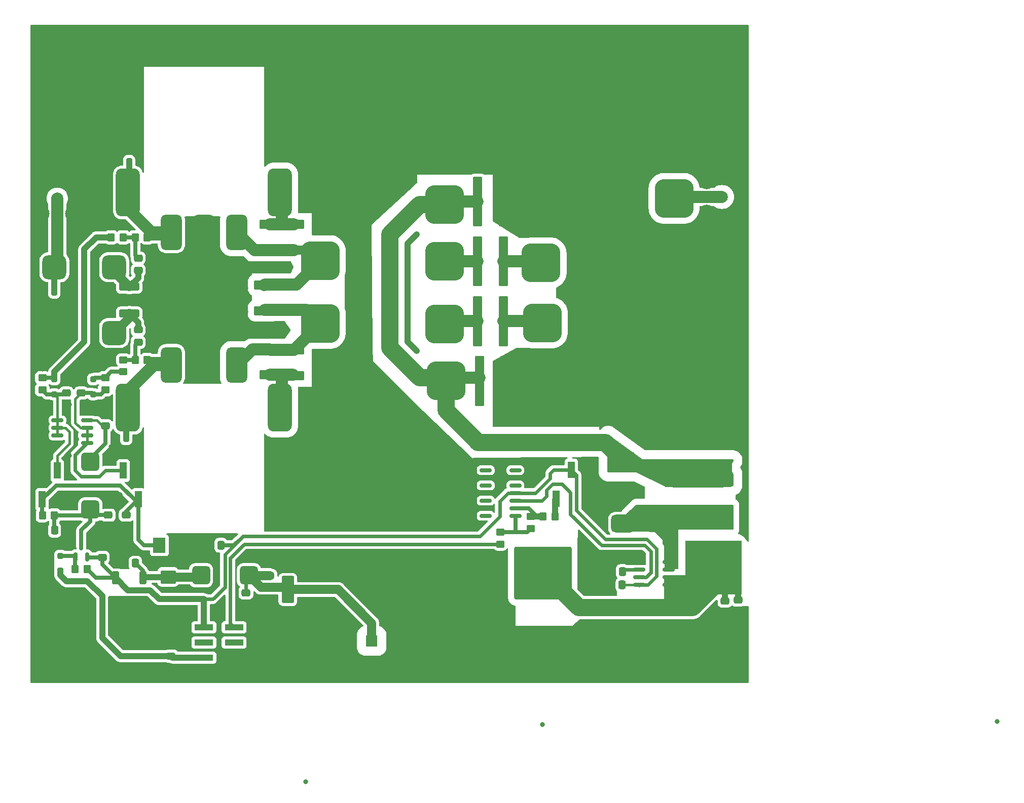
<source format=gbr>
G04 #@! TF.GenerationSoftware,KiCad,Pcbnew,7.0.1*
G04 #@! TF.CreationDate,2023-05-25T18:43:51+02:00*
G04 #@! TF.ProjectId,K_Munin400,4b5f4d75-6e69-46e3-9430-302e6b696361,rev?*
G04 #@! TF.SameCoordinates,Original*
G04 #@! TF.FileFunction,Copper,L1,Top*
G04 #@! TF.FilePolarity,Positive*
%FSLAX46Y46*%
G04 Gerber Fmt 4.6, Leading zero omitted, Abs format (unit mm)*
G04 Created by KiCad (PCBNEW 7.0.1) date 2023-05-25 18:43:51*
%MOMM*%
%LPD*%
G01*
G04 APERTURE LIST*
G04 Aperture macros list*
%AMRoundRect*
0 Rectangle with rounded corners*
0 $1 Rounding radius*
0 $2 $3 $4 $5 $6 $7 $8 $9 X,Y pos of 4 corners*
0 Add a 4 corners polygon primitive as box body*
4,1,4,$2,$3,$4,$5,$6,$7,$8,$9,$2,$3,0*
0 Add four circle primitives for the rounded corners*
1,1,$1+$1,$2,$3*
1,1,$1+$1,$4,$5*
1,1,$1+$1,$6,$7*
1,1,$1+$1,$8,$9*
0 Add four rect primitives between the rounded corners*
20,1,$1+$1,$2,$3,$4,$5,0*
20,1,$1+$1,$4,$5,$6,$7,0*
20,1,$1+$1,$6,$7,$8,$9,0*
20,1,$1+$1,$8,$9,$2,$3,0*%
G04 Aperture macros list end*
G04 #@! TA.AperFunction,SMDPad,CuDef*
%ADD10RoundRect,1.625000X1.625000X1.625000X-1.625000X1.625000X-1.625000X-1.625000X1.625000X-1.625000X0*%
G04 #@! TD*
G04 #@! TA.AperFunction,SMDPad,CuDef*
%ADD11RoundRect,1.625000X-1.625000X1.625000X-1.625000X-1.625000X1.625000X-1.625000X1.625000X1.625000X0*%
G04 #@! TD*
G04 #@! TA.AperFunction,SMDPad,CuDef*
%ADD12RoundRect,1.000000X1.000000X-1.000000X1.000000X1.000000X-1.000000X1.000000X-1.000000X-1.000000X0*%
G04 #@! TD*
G04 #@! TA.AperFunction,SMDPad,CuDef*
%ADD13RoundRect,1.000000X-1.000000X-3.000000X1.000000X-3.000000X1.000000X3.000000X-1.000000X3.000000X0*%
G04 #@! TD*
G04 #@! TA.AperFunction,ComponentPad*
%ADD14C,1.998980*%
G04 #@! TD*
G04 #@! TA.AperFunction,ComponentPad*
%ADD15C,2.499360*%
G04 #@! TD*
G04 #@! TA.AperFunction,SMDPad,CuDef*
%ADD16RoundRect,0.250000X0.475000X-0.337500X0.475000X0.337500X-0.475000X0.337500X-0.475000X-0.337500X0*%
G04 #@! TD*
G04 #@! TA.AperFunction,SMDPad,CuDef*
%ADD17RoundRect,0.250000X-0.475000X0.337500X-0.475000X-0.337500X0.475000X-0.337500X0.475000X0.337500X0*%
G04 #@! TD*
G04 #@! TA.AperFunction,ComponentPad*
%ADD18C,2.300000*%
G04 #@! TD*
G04 #@! TA.AperFunction,SMDPad,CuDef*
%ADD19RoundRect,0.250000X-0.537500X-1.450000X0.537500X-1.450000X0.537500X1.450000X-0.537500X1.450000X0*%
G04 #@! TD*
G04 #@! TA.AperFunction,SMDPad,CuDef*
%ADD20RoundRect,0.250000X0.337500X0.475000X-0.337500X0.475000X-0.337500X-0.475000X0.337500X-0.475000X0*%
G04 #@! TD*
G04 #@! TA.AperFunction,SMDPad,CuDef*
%ADD21R,3.150000X1.000000*%
G04 #@! TD*
G04 #@! TA.AperFunction,SMDPad,CuDef*
%ADD22R,1.190000X2.790000*%
G04 #@! TD*
G04 #@! TA.AperFunction,ComponentPad*
%ADD23C,3.900000*%
G04 #@! TD*
G04 #@! TA.AperFunction,ConnectorPad*
%ADD24C,7.000000*%
G04 #@! TD*
G04 #@! TA.AperFunction,SMDPad,CuDef*
%ADD25RoundRect,0.250000X0.250000X-0.250000X0.250000X0.250000X-0.250000X0.250000X-0.250000X-0.250000X0*%
G04 #@! TD*
G04 #@! TA.AperFunction,SMDPad,CuDef*
%ADD26RoundRect,0.250000X-0.450000X0.350000X-0.450000X-0.350000X0.450000X-0.350000X0.450000X0.350000X0*%
G04 #@! TD*
G04 #@! TA.AperFunction,SMDPad,CuDef*
%ADD27RoundRect,0.250000X-0.350000X-0.450000X0.350000X-0.450000X0.350000X0.450000X-0.350000X0.450000X0*%
G04 #@! TD*
G04 #@! TA.AperFunction,SMDPad,CuDef*
%ADD28RoundRect,0.250000X1.450000X-0.537500X1.450000X0.537500X-1.450000X0.537500X-1.450000X-0.537500X0*%
G04 #@! TD*
G04 #@! TA.AperFunction,SMDPad,CuDef*
%ADD29RoundRect,0.250000X-0.250000X0.250000X-0.250000X-0.250000X0.250000X-0.250000X0.250000X0.250000X0*%
G04 #@! TD*
G04 #@! TA.AperFunction,SMDPad,CuDef*
%ADD30RoundRect,0.500000X-0.500000X1.500000X-0.500000X-1.500000X0.500000X-1.500000X0.500000X1.500000X0*%
G04 #@! TD*
G04 #@! TA.AperFunction,SMDPad,CuDef*
%ADD31RoundRect,0.250000X-1.025000X0.875000X-1.025000X-0.875000X1.025000X-0.875000X1.025000X0.875000X0*%
G04 #@! TD*
G04 #@! TA.AperFunction,SMDPad,CuDef*
%ADD32RoundRect,0.249999X-4.550001X4.150001X-4.550001X-4.150001X4.550001X-4.150001X4.550001X4.150001X0*%
G04 #@! TD*
G04 #@! TA.AperFunction,SMDPad,CuDef*
%ADD33RoundRect,0.249999X2.450001X-0.737501X2.450001X0.737501X-2.450001X0.737501X-2.450001X-0.737501X0*%
G04 #@! TD*
G04 #@! TA.AperFunction,SMDPad,CuDef*
%ADD34RoundRect,0.491801X1.008199X1.008199X-1.008199X1.008199X-1.008199X-1.008199X1.008199X-1.008199X0*%
G04 #@! TD*
G04 #@! TA.AperFunction,SMDPad,CuDef*
%ADD35RoundRect,0.150000X0.825000X0.150000X-0.825000X0.150000X-0.825000X-0.150000X0.825000X-0.150000X0*%
G04 #@! TD*
G04 #@! TA.AperFunction,ComponentPad*
%ADD36C,1.950000*%
G04 #@! TD*
G04 #@! TA.AperFunction,ComponentPad*
%ADD37R,1.950000X1.950000*%
G04 #@! TD*
G04 #@! TA.AperFunction,SMDPad,CuDef*
%ADD38RoundRect,0.250000X-1.450000X0.400000X-1.450000X-0.400000X1.450000X-0.400000X1.450000X0.400000X0*%
G04 #@! TD*
G04 #@! TA.AperFunction,SMDPad,CuDef*
%ADD39RoundRect,0.250000X-1.450000X0.537500X-1.450000X-0.537500X1.450000X-0.537500X1.450000X0.537500X0*%
G04 #@! TD*
G04 #@! TA.AperFunction,SMDPad,CuDef*
%ADD40RoundRect,0.150000X-0.825000X-0.150000X0.825000X-0.150000X0.825000X0.150000X-0.825000X0.150000X0*%
G04 #@! TD*
G04 #@! TA.AperFunction,SMDPad,CuDef*
%ADD41RoundRect,0.875000X-0.875000X-2.125000X0.875000X-2.125000X0.875000X2.125000X-0.875000X2.125000X0*%
G04 #@! TD*
G04 #@! TA.AperFunction,SMDPad,CuDef*
%ADD42RoundRect,0.250001X-0.799999X1.999999X-0.799999X-1.999999X0.799999X-1.999999X0.799999X1.999999X0*%
G04 #@! TD*
G04 #@! TA.AperFunction,SMDPad,CuDef*
%ADD43R,2.100000X2.600000*%
G04 #@! TD*
G04 #@! TA.AperFunction,SMDPad,CuDef*
%ADD44RoundRect,0.750000X1.250000X0.750000X-1.250000X0.750000X-1.250000X-0.750000X1.250000X-0.750000X0*%
G04 #@! TD*
G04 #@! TA.AperFunction,SMDPad,CuDef*
%ADD45RoundRect,0.250000X0.350000X0.450000X-0.350000X0.450000X-0.350000X-0.450000X0.350000X-0.450000X0*%
G04 #@! TD*
G04 #@! TA.AperFunction,SMDPad,CuDef*
%ADD46RoundRect,0.150000X0.150000X-0.587500X0.150000X0.587500X-0.150000X0.587500X-0.150000X-0.587500X0*%
G04 #@! TD*
G04 #@! TA.AperFunction,SMDPad,CuDef*
%ADD47RoundRect,0.250000X-0.350000X0.850000X-0.350000X-0.850000X0.350000X-0.850000X0.350000X0.850000X0*%
G04 #@! TD*
G04 #@! TA.AperFunction,SMDPad,CuDef*
%ADD48RoundRect,0.250000X-1.125000X1.275000X-1.125000X-1.275000X1.125000X-1.275000X1.125000X1.275000X0*%
G04 #@! TD*
G04 #@! TA.AperFunction,SMDPad,CuDef*
%ADD49RoundRect,0.249997X-2.650003X2.950003X-2.650003X-2.950003X2.650003X-2.950003X2.650003X2.950003X0*%
G04 #@! TD*
G04 #@! TA.AperFunction,SMDPad,CuDef*
%ADD50RoundRect,0.491801X-1.008199X1.008199X-1.008199X-1.008199X1.008199X-1.008199X1.008199X1.008199X0*%
G04 #@! TD*
G04 #@! TA.AperFunction,SMDPad,CuDef*
%ADD51RoundRect,0.500000X0.500000X-1.500000X0.500000X1.500000X-0.500000X1.500000X-0.500000X-1.500000X0*%
G04 #@! TD*
G04 #@! TA.AperFunction,SMDPad,CuDef*
%ADD52RoundRect,1.625000X1.625000X-1.625000X1.625000X1.625000X-1.625000X1.625000X-1.625000X-1.625000X0*%
G04 #@! TD*
G04 #@! TA.AperFunction,ViaPad*
%ADD53C,0.800000*%
G04 #@! TD*
G04 #@! TA.AperFunction,Conductor*
%ADD54C,1.000000*%
G04 #@! TD*
G04 #@! TA.AperFunction,Conductor*
%ADD55C,0.700000*%
G04 #@! TD*
G04 #@! TA.AperFunction,Conductor*
%ADD56C,0.600000*%
G04 #@! TD*
G04 #@! TA.AperFunction,Conductor*
%ADD57C,2.900000*%
G04 #@! TD*
G04 #@! TA.AperFunction,Conductor*
%ADD58C,1.500000*%
G04 #@! TD*
G04 #@! TA.AperFunction,Conductor*
%ADD59C,2.000000*%
G04 #@! TD*
G04 #@! TA.AperFunction,Conductor*
%ADD60C,0.400000*%
G04 #@! TD*
G04 APERTURE END LIST*
D10*
X135500000Y-109800000D03*
D11*
X157500000Y-100400000D03*
X157500000Y-89000000D03*
X135300000Y-99800000D03*
D12*
X54000000Y-100500000D03*
X54000000Y-111500000D03*
X64000000Y-111500000D03*
X64000000Y-100500000D03*
D13*
X66300000Y-88000000D03*
X91700000Y-88000000D03*
X66300000Y-124000000D03*
X91700000Y-124000000D03*
D14*
X54500000Y-88998860D03*
D15*
X51960000Y-86458860D03*
X51960000Y-91538860D03*
X57040000Y-86458860D03*
X57040000Y-91538860D03*
D16*
X58500000Y-119462500D03*
X58500000Y-121537500D03*
D17*
X168200000Y-156162500D03*
X168200000Y-158237500D03*
D18*
X162360000Y-147660000D03*
X162360000Y-150200000D03*
X162360000Y-152740000D03*
X167440000Y-147660000D03*
X167440000Y-150200000D03*
X167440000Y-152740000D03*
D19*
X125000000Y-117050000D03*
X129275000Y-117050000D03*
D20*
X54037500Y-144500000D03*
X51962500Y-144500000D03*
D21*
X78975000Y-160700000D03*
X84025000Y-160700000D03*
X78975000Y-163240000D03*
X84025000Y-163240000D03*
X78975000Y-165780000D03*
X84025000Y-165780000D03*
D22*
X140340000Y-134385000D03*
X137800000Y-139215000D03*
X135260000Y-134385000D03*
D23*
X165000000Y-65000000D03*
D24*
X165000000Y-65000000D03*
D25*
X54000000Y-107250000D03*
X54000000Y-104750000D03*
D19*
X124725000Y-97050000D03*
X129000000Y-97050000D03*
D26*
X128500000Y-144800000D03*
X128500000Y-146800000D03*
D27*
X67500000Y-116000000D03*
X69500000Y-116000000D03*
D17*
X86000000Y-154962500D03*
X86000000Y-157037500D03*
D28*
X93000000Y-107637500D03*
X93000000Y-103362500D03*
D29*
X66500000Y-80250000D03*
X66500000Y-82750000D03*
D30*
X96400000Y-100100000D03*
D11*
X119200000Y-110000000D03*
X98400000Y-109900000D03*
X119400000Y-119500000D03*
D26*
X65500000Y-118000000D03*
X65500000Y-116000000D03*
D31*
X73000000Y-152300000D03*
X73000000Y-158700000D03*
D23*
X165000000Y-165000000D03*
D24*
X165000000Y-165000000D03*
D32*
X135600000Y-151650000D03*
X135600000Y-165150000D03*
D33*
X164500000Y-134137500D03*
X164500000Y-128862500D03*
D34*
X86500000Y-152000000D03*
X78500000Y-152000000D03*
D35*
X131000000Y-142080000D03*
X131000000Y-140810000D03*
X131000000Y-139540000D03*
X131000000Y-138270000D03*
X131000000Y-137000000D03*
X131000000Y-135730000D03*
X131000000Y-134460000D03*
X126050000Y-134460000D03*
X126050000Y-135730000D03*
X126050000Y-137000000D03*
X126050000Y-138270000D03*
X126050000Y-139540000D03*
X126050000Y-140810000D03*
X126050000Y-142080000D03*
D16*
X62500000Y-127037500D03*
X62500000Y-124962500D03*
D27*
X52000000Y-142000000D03*
X54000000Y-142000000D03*
D19*
X125000000Y-122000000D03*
X129275000Y-122000000D03*
D36*
X101920000Y-163000000D03*
D37*
X107000000Y-163000000D03*
D29*
X60500000Y-119250000D03*
X60500000Y-121750000D03*
D28*
X94000000Y-97637500D03*
X94000000Y-93362500D03*
D16*
X62000000Y-149037500D03*
X62000000Y-146962500D03*
D19*
X124725000Y-92000000D03*
X129000000Y-92000000D03*
X124725000Y-102000000D03*
X129000000Y-102000000D03*
D16*
X68000000Y-101037500D03*
X68000000Y-98962500D03*
D38*
X66500000Y-103775000D03*
X66500000Y-108225000D03*
D39*
X90000000Y-114225000D03*
X90000000Y-118500000D03*
D20*
X81837500Y-147000000D03*
X79762500Y-147000000D03*
D40*
X54525000Y-126095000D03*
X54525000Y-127365000D03*
X54525000Y-128635000D03*
X54525000Y-129905000D03*
X59475000Y-129905000D03*
X59475000Y-128635000D03*
X59475000Y-127365000D03*
X59475000Y-126095000D03*
D20*
X148875000Y-151400000D03*
X146800000Y-151400000D03*
D17*
X63000000Y-141962500D03*
X63000000Y-144037500D03*
D28*
X89000000Y-107775000D03*
X89000000Y-103500000D03*
D20*
X148837500Y-153600000D03*
X146762500Y-153600000D03*
D23*
X55000000Y-165000000D03*
D24*
X55000000Y-165000000D03*
D22*
X51960000Y-139330000D03*
X54500000Y-134500000D03*
X57040000Y-139330000D03*
D16*
X73500000Y-165537500D03*
X73500000Y-163462500D03*
D35*
X156637500Y-153640000D03*
X156637500Y-152370000D03*
X156637500Y-151100000D03*
X156637500Y-149830000D03*
X151687500Y-149830000D03*
X151687500Y-151100000D03*
X151687500Y-152370000D03*
X151687500Y-153640000D03*
D16*
X56000000Y-121537500D03*
X56000000Y-119462500D03*
D38*
X157500000Y-136550000D03*
X157500000Y-141000000D03*
D26*
X62500000Y-119000000D03*
X62500000Y-121000000D03*
D22*
X62960000Y-139330000D03*
X65500000Y-134500000D03*
X68040000Y-139330000D03*
D16*
X90000000Y-152075000D03*
X90000000Y-150000000D03*
D41*
X73550000Y-116847500D03*
X79000000Y-116847500D03*
X84450000Y-116847500D03*
D42*
X93000000Y-154400000D03*
X93000000Y-161600000D03*
D26*
X52000000Y-121000000D03*
X52000000Y-119000000D03*
D43*
X71550000Y-147000000D03*
X76450000Y-147000000D03*
D23*
X79000000Y-106000000D03*
D24*
X79000000Y-106000000D03*
D44*
X149000000Y-143400000D03*
X149000000Y-132800000D03*
D17*
X66000000Y-141962500D03*
X66000000Y-144037500D03*
D25*
X55000000Y-151250000D03*
X55000000Y-148750000D03*
D45*
X65500000Y-95500000D03*
X63500000Y-95500000D03*
D29*
X66000000Y-129250000D03*
X66000000Y-131750000D03*
D38*
X165500000Y-136550000D03*
X165500000Y-141000000D03*
D41*
X73550000Y-94652500D03*
X79000000Y-94652500D03*
X84450000Y-94652500D03*
D46*
X57550000Y-148937500D03*
X59450000Y-148937500D03*
X58500000Y-147062500D03*
D17*
X166000000Y-156325000D03*
X166000000Y-158400000D03*
D18*
X152220000Y-162460000D03*
X152220000Y-165000000D03*
X152220000Y-167540000D03*
X157300000Y-162460000D03*
X157300000Y-165000000D03*
X157300000Y-167540000D03*
D20*
X67537500Y-150000000D03*
X65462500Y-150000000D03*
D39*
X94000000Y-114362500D03*
X94000000Y-118637500D03*
D38*
X161500000Y-136550000D03*
X161500000Y-141000000D03*
D19*
X124725000Y-112000000D03*
X129000000Y-112000000D03*
D47*
X68780000Y-152460000D03*
D48*
X68025000Y-157085000D03*
X64975000Y-157085000D03*
D49*
X66500000Y-158760000D03*
D48*
X68025000Y-160435000D03*
X64975000Y-160435000D03*
D47*
X64220000Y-152460000D03*
D23*
X55000000Y-65000000D03*
D24*
X55000000Y-65000000D03*
D50*
X60000000Y-141000000D03*
X60000000Y-133000000D03*
D28*
X90000000Y-97637500D03*
X90000000Y-93362500D03*
D19*
X124725000Y-87050000D03*
X129000000Y-87050000D03*
D51*
X96400000Y-109400000D03*
D52*
X119200000Y-99500000D03*
X98400000Y-99400000D03*
X119200000Y-90000000D03*
D45*
X137600000Y-142200000D03*
X135600000Y-142200000D03*
D26*
X133600000Y-142200000D03*
X133600000Y-144200000D03*
D14*
X165500000Y-88750000D03*
D15*
X168040000Y-91290000D03*
X168040000Y-86210000D03*
X162960000Y-91290000D03*
X162960000Y-86210000D03*
D27*
X57500000Y-151000000D03*
X59500000Y-151000000D03*
X67500000Y-95500000D03*
X69500000Y-95500000D03*
D17*
X68000000Y-110962500D03*
X68000000Y-113037500D03*
D19*
X124725000Y-107050000D03*
X129000000Y-107050000D03*
D29*
X54000000Y-121750000D03*
X54000000Y-119250000D03*
D53*
X113000000Y-96500000D03*
X113000000Y-101000000D03*
X113000000Y-110500000D03*
X113000000Y-106000000D03*
X114500000Y-95000000D03*
X113000000Y-98500000D03*
X113000000Y-103500000D03*
X113000000Y-108500000D03*
X113000000Y-113000000D03*
X114500000Y-114500000D03*
X96000000Y-186500000D03*
X211500000Y-176500000D03*
X78000000Y-154500000D03*
X75000000Y-154500000D03*
X140500000Y-110500000D03*
X140500000Y-113000000D03*
X140000000Y-100000000D03*
X135500000Y-177000000D03*
X119000000Y-168000000D03*
X119000000Y-159000000D03*
X104000000Y-153000000D03*
X114000000Y-153000000D03*
X119000000Y-148500000D03*
X109000000Y-148500000D03*
X99000000Y-148500000D03*
X133400000Y-135600000D03*
X133400000Y-133400000D03*
X128600000Y-135800000D03*
X146400000Y-137400000D03*
X150000000Y-137400000D03*
X143600000Y-137400000D03*
X155600000Y-107400000D03*
X150000000Y-111200000D03*
X140000000Y-92500000D03*
X150000000Y-92500000D03*
X150000000Y-82500000D03*
X120000000Y-62500000D03*
X110000000Y-62500000D03*
X99000000Y-136000000D03*
X109000000Y-136000000D03*
X119000000Y-136000000D03*
X63800000Y-148000000D03*
X66500000Y-148000000D03*
X81000000Y-149200000D03*
X78000000Y-149200000D03*
X75000000Y-149800000D03*
X71400000Y-149800000D03*
X57000000Y-69000000D03*
X57000000Y-79000000D03*
X60000000Y-74000000D03*
X60000000Y-91500000D03*
X87600000Y-163000000D03*
X90400000Y-163000000D03*
X167500000Y-122500000D03*
X167500000Y-117500000D03*
X169000000Y-130000000D03*
X169000000Y-134000000D03*
X169000000Y-138000000D03*
X169000000Y-142000000D03*
X145000000Y-154800000D03*
X145000000Y-153200000D03*
X145000000Y-151400000D03*
X145000000Y-149600000D03*
X146800000Y-148800000D03*
X167500000Y-107500000D03*
X162500000Y-107500000D03*
X167500000Y-97500000D03*
X162500000Y-97500000D03*
X167500000Y-102500000D03*
X167500000Y-112500000D03*
X135000000Y-87500000D03*
X145000000Y-107500000D03*
X140500000Y-107500000D03*
X145000000Y-97500000D03*
X140000000Y-97500000D03*
X150000000Y-102500000D03*
X140000000Y-102500000D03*
X145000000Y-87500000D03*
X135000000Y-120000000D03*
X135000000Y-125000000D03*
X160000000Y-120000000D03*
X150000000Y-120000000D03*
X145000000Y-125000000D03*
X155000000Y-125000000D03*
X135000000Y-115000000D03*
X140500000Y-115000000D03*
X155000000Y-115000000D03*
X145000000Y-115000000D03*
X94000000Y-141000000D03*
X94000000Y-131000000D03*
X114000000Y-141000000D03*
X104000000Y-141000000D03*
X114000000Y-131000000D03*
X104000000Y-131000000D03*
X99000000Y-122000000D03*
X109000000Y-122000000D03*
X104000000Y-122000000D03*
X99000000Y-127000000D03*
X109000000Y-127000000D03*
X99000000Y-117000000D03*
X104000000Y-117000000D03*
X106000000Y-103500000D03*
X106000000Y-108500000D03*
X106000000Y-113500000D03*
X106000000Y-93500000D03*
X106000000Y-98500000D03*
X104000000Y-103500000D03*
X104000000Y-108500000D03*
X104000000Y-113500000D03*
X104000000Y-93500000D03*
X104000000Y-98500000D03*
X70000000Y-62500000D03*
X80000000Y-62500000D03*
X67000000Y-69000000D03*
X52000000Y-84000000D03*
X60000000Y-84000000D03*
X52000000Y-74000000D03*
X105000000Y-86000000D03*
X100000000Y-86000000D03*
X110000000Y-86000000D03*
X100000000Y-91000000D03*
X160000000Y-82500000D03*
X140000000Y-82500000D03*
X130000000Y-82500000D03*
X125000000Y-82500000D03*
X120000000Y-82500000D03*
X115000000Y-82500000D03*
X110000000Y-82500000D03*
X100000000Y-82500000D03*
X90000000Y-82500000D03*
X165000000Y-77500000D03*
X155000000Y-77500000D03*
X145000000Y-77500000D03*
X135000000Y-77500000D03*
X125000000Y-77500000D03*
X115000000Y-77500000D03*
X105000000Y-77500000D03*
X95000000Y-77500000D03*
X160000000Y-72500000D03*
X150000000Y-72500000D03*
X140000000Y-72500000D03*
X130000000Y-72500000D03*
X120000000Y-72500000D03*
X110000000Y-72500000D03*
X100000000Y-72500000D03*
X90000000Y-72500000D03*
X155000000Y-67500000D03*
X145000000Y-67500000D03*
X135000000Y-67500000D03*
X125000000Y-67500000D03*
X115000000Y-67500000D03*
X105000000Y-67500000D03*
X95000000Y-67500000D03*
X160000000Y-62500000D03*
X150000000Y-62500000D03*
X140000000Y-62500000D03*
X130000000Y-62500000D03*
X100000000Y-62500000D03*
X90000000Y-62500000D03*
X60000000Y-62500000D03*
X131000000Y-123600000D03*
X131000000Y-122000000D03*
X131000000Y-120200000D03*
X131000000Y-118800000D03*
X131000000Y-117000000D03*
X131000000Y-115200000D03*
X130600000Y-93600000D03*
X130600000Y-92000000D03*
X130600000Y-90400000D03*
X130600000Y-88600000D03*
X130600000Y-87000000D03*
X130600000Y-85400000D03*
X54000000Y-114500000D03*
X56500000Y-111500000D03*
X56500000Y-108500000D03*
X54000000Y-108500000D03*
X51500000Y-111500000D03*
X51500000Y-114500000D03*
X51500000Y-108500000D03*
X67000000Y-79000000D03*
X68500000Y-80000000D03*
X65000000Y-80000000D03*
X68000000Y-130500000D03*
X63500000Y-130500000D03*
X63500000Y-133000000D03*
X68000000Y-133000000D03*
X92000000Y-148500000D03*
X88000000Y-148500000D03*
X98500000Y-163000000D03*
X95500000Y-163000000D03*
X71000000Y-163000000D03*
X74000000Y-161000000D03*
X71000000Y-161000000D03*
X52000000Y-146500000D03*
X54500000Y-146500000D03*
X66500000Y-145800000D03*
X63800000Y-145800000D03*
X61000000Y-144000000D03*
X56500000Y-144000000D03*
X54500000Y-140000000D03*
X54500000Y-138500000D03*
X65000000Y-140000000D03*
X65000000Y-138500000D03*
X52000000Y-128000000D03*
X52000000Y-117500000D03*
X52000000Y-123500000D03*
X52000000Y-132000000D03*
X56500000Y-132000000D03*
X56500000Y-123500000D03*
X59000000Y-123500000D03*
X61500000Y-123500000D03*
X61500000Y-117500000D03*
X59000000Y-117500000D03*
X56500000Y-117500000D03*
X65000000Y-163000000D03*
X68000000Y-163000000D03*
X68000000Y-161000000D03*
X65000000Y-161000000D03*
X65000000Y-159000000D03*
X68000000Y-159000000D03*
X68000000Y-157000000D03*
X65000000Y-157000000D03*
X72500000Y-102500000D03*
X85500000Y-102500000D03*
X84500000Y-101500000D03*
X73500000Y-101500000D03*
X73500000Y-109500000D03*
X72000000Y-106000000D03*
X77000000Y-101000000D03*
X74500000Y-104500000D03*
X77000000Y-118000000D03*
X72000000Y-104000000D03*
X80000000Y-98000000D03*
X72000000Y-108000000D03*
X83000000Y-100000000D03*
X86000000Y-104000000D03*
X78000000Y-98000000D03*
X74000000Y-106000000D03*
X81000000Y-116000000D03*
X82000000Y-109500000D03*
X83500000Y-104500000D03*
X82500000Y-111000000D03*
X77000000Y-110000000D03*
X77000000Y-99000000D03*
X77000000Y-95000000D03*
X76000000Y-109500000D03*
X75000000Y-111000000D03*
X81000000Y-101000000D03*
X84500000Y-109500000D03*
X83000000Y-109000000D03*
X81000000Y-118000000D03*
X84000000Y-106000000D03*
X86000000Y-106000000D03*
X79000000Y-113000000D03*
X79000000Y-111000000D03*
X81000000Y-114000000D03*
X76000000Y-102000000D03*
X79000000Y-101000000D03*
X79000000Y-99000000D03*
X77000000Y-112000000D03*
X81000000Y-97000000D03*
X81000000Y-95000000D03*
X81000000Y-110000000D03*
X79000000Y-112000000D03*
X82000000Y-102000000D03*
X81000000Y-99000000D03*
X74500000Y-108000000D03*
X86000000Y-108000000D03*
X75000000Y-100000000D03*
X75000000Y-109000000D03*
X81000000Y-93000000D03*
X77000000Y-116000000D03*
X81000000Y-112000000D03*
X77000000Y-97000000D03*
X77000000Y-114000000D03*
X83500000Y-108000000D03*
X77000000Y-93000000D03*
X83000000Y-103000000D03*
X75000000Y-103000000D03*
X79000000Y-100000000D03*
D54*
X113000000Y-101000000D02*
X113000000Y-103500000D01*
X113000000Y-110500000D02*
X113000000Y-113000000D01*
X113000000Y-106000000D02*
X113000000Y-108500000D01*
X113000000Y-98500000D02*
X113000000Y-101000000D01*
X113000000Y-103500000D02*
X113000000Y-106000000D01*
X113000000Y-108500000D02*
X113000000Y-110500000D01*
X113000000Y-96500000D02*
X113000000Y-98500000D01*
X114500000Y-95000000D02*
X113000000Y-96500000D01*
X113000000Y-113000000D02*
X114500000Y-114500000D01*
D55*
X133210000Y-140810000D02*
X134600000Y-142200000D01*
X131000000Y-140810000D02*
X133210000Y-140810000D01*
D54*
X134600000Y-142200000D02*
X133600000Y-142200000D01*
X135600000Y-142200000D02*
X134600000Y-142200000D01*
D55*
X133000000Y-144800000D02*
X133600000Y-144200000D01*
X131000000Y-144800000D02*
X133000000Y-144800000D01*
D54*
X137600000Y-139415000D02*
X137800000Y-139215000D01*
X137600000Y-142200000D02*
X137600000Y-139415000D01*
D56*
X147770000Y-149830000D02*
X146800000Y-150800000D01*
X146800000Y-150800000D02*
X146800000Y-151400000D01*
X151687500Y-149830000D02*
X147770000Y-149830000D01*
D54*
X166000000Y-154180000D02*
X167440000Y-152740000D01*
X166000000Y-156325000D02*
X166000000Y-154180000D01*
X168200000Y-153500000D02*
X167440000Y-152740000D01*
X168200000Y-156162500D02*
X168200000Y-153500000D01*
D55*
X84000000Y-147000000D02*
X84700000Y-146300000D01*
X81837500Y-147000000D02*
X84000000Y-147000000D01*
D56*
X85500000Y-145500000D02*
X84700000Y-146300000D01*
X84700000Y-146300000D02*
X82500000Y-148500000D01*
X153600000Y-151600000D02*
X152830000Y-152370000D01*
X153600000Y-148000000D02*
X153600000Y-151600000D01*
X152600000Y-147000000D02*
X153600000Y-148000000D01*
X145400000Y-147000000D02*
X152600000Y-147000000D01*
X140200000Y-138162500D02*
X140200000Y-141800000D01*
X138837500Y-136800000D02*
X140200000Y-138162500D01*
X136200000Y-137800000D02*
X137200000Y-136800000D01*
X152830000Y-152370000D02*
X151687500Y-152370000D01*
X140200000Y-141800000D02*
X145400000Y-147000000D01*
X135460000Y-139540000D02*
X136200000Y-138800000D01*
X136200000Y-138800000D02*
X136200000Y-137800000D01*
X137200000Y-136800000D02*
X138837500Y-136800000D01*
X131000000Y-139540000D02*
X135460000Y-139540000D01*
X154600000Y-147600000D02*
X154600000Y-152200000D01*
X153000000Y-146000000D02*
X154600000Y-147600000D01*
X141200000Y-141200000D02*
X146000000Y-146000000D01*
X146000000Y-146000000D02*
X153000000Y-146000000D01*
X154600000Y-152200000D02*
X153160000Y-153640000D01*
X141200000Y-135245000D02*
X141200000Y-141200000D01*
X153160000Y-153640000D02*
X151687500Y-153640000D01*
X140340000Y-134385000D02*
X141200000Y-135245000D01*
X136800000Y-135000000D02*
X137415000Y-134385000D01*
X137415000Y-134385000D02*
X140340000Y-134385000D01*
X136800000Y-135835000D02*
X136800000Y-135000000D01*
X134365000Y-138270000D02*
X136800000Y-135835000D01*
X131000000Y-138270000D02*
X134365000Y-138270000D01*
X80487500Y-156012500D02*
X78975000Y-156012500D01*
X82500000Y-148500000D02*
X82500000Y-154000000D01*
X82500000Y-154000000D02*
X80487500Y-156012500D01*
X125100000Y-145500000D02*
X85500000Y-145500000D01*
X128400000Y-142200000D02*
X125100000Y-145500000D01*
X128400000Y-139600000D02*
X128400000Y-142200000D01*
X129730000Y-138270000D02*
X128400000Y-139600000D01*
X131000000Y-138270000D02*
X129730000Y-138270000D01*
X86000000Y-152500000D02*
X86500000Y-152000000D01*
X86000000Y-154962500D02*
X86000000Y-152500000D01*
X83375000Y-160050000D02*
X84025000Y-160700000D01*
X85700000Y-146800000D02*
X83375000Y-149125000D01*
X83375000Y-149125000D02*
X83375000Y-160050000D01*
X128500000Y-146800000D02*
X85700000Y-146800000D01*
D55*
X131000000Y-144800000D02*
X128500000Y-144800000D01*
D56*
X156637500Y-157162500D02*
X156400000Y-157400000D01*
X156637500Y-153640000D02*
X156637500Y-157162500D01*
D57*
X141600000Y-157400000D02*
X156400000Y-157400000D01*
X156400000Y-157400000D02*
X160540000Y-157400000D01*
D56*
X161990000Y-152370000D02*
X162360000Y-152740000D01*
X156637500Y-152370000D02*
X161990000Y-152370000D01*
D58*
X154000000Y-143400000D02*
X156637500Y-146037500D01*
X156637500Y-146037500D02*
X156637500Y-149830000D01*
X149000000Y-143400000D02*
X154000000Y-143400000D01*
D59*
X165200000Y-152740000D02*
X162360000Y-152740000D01*
X167440000Y-152740000D02*
X165200000Y-152740000D01*
D57*
X137850000Y-151650000D02*
X137850000Y-153650000D01*
X160540000Y-157400000D02*
X165200000Y-152740000D01*
X135600000Y-151650000D02*
X137850000Y-151650000D01*
X137850000Y-153650000D02*
X141600000Y-157400000D01*
D60*
X148877500Y-153640000D02*
X148837500Y-153600000D01*
X151687500Y-153640000D02*
X148877500Y-153640000D01*
X151647500Y-153600000D02*
X151687500Y-153640000D01*
D57*
X124800000Y-129800000D02*
X146000000Y-129800000D01*
X146000000Y-129800000D02*
X149000000Y-132800000D01*
X119400000Y-124400000D02*
X124800000Y-129800000D01*
X119400000Y-119500000D02*
X119400000Y-124400000D01*
D58*
X151400000Y-141000000D02*
X149000000Y-143400000D01*
X157500000Y-141000000D02*
X151400000Y-141000000D01*
X165500000Y-136550000D02*
X161500000Y-136550000D01*
X161500000Y-136550000D02*
X162087500Y-136550000D01*
X161500000Y-136550000D02*
X157500000Y-136550000D01*
X165500000Y-141000000D02*
X157500000Y-141000000D01*
D54*
X78975000Y-160700000D02*
X78975000Y-158400000D01*
X78975000Y-158400000D02*
X78975000Y-157800000D01*
X78975000Y-157800000D02*
X78975000Y-156012500D01*
D56*
X156637500Y-151100000D02*
X156637500Y-149830000D01*
X156637500Y-153640000D02*
X156637500Y-152370000D01*
X149175000Y-151100000D02*
X148875000Y-151400000D01*
X151687500Y-151100000D02*
X149175000Y-151100000D01*
D55*
X131000000Y-144800000D02*
X131000000Y-142080000D01*
D56*
X151675000Y-153652500D02*
X151687500Y-153640000D01*
D54*
X54000000Y-118000000D02*
X54000000Y-119250000D01*
X59000000Y-113000000D02*
X54000000Y-118000000D01*
X63500000Y-95500000D02*
X61000000Y-95500000D01*
X61000000Y-95500000D02*
X59000000Y-97500000D01*
X59000000Y-97500000D02*
X59000000Y-113000000D01*
D55*
X54290000Y-137000000D02*
X51960000Y-139330000D01*
X65000000Y-137000000D02*
X54290000Y-137000000D01*
X68040000Y-139330000D02*
X67330000Y-139330000D01*
X67330000Y-139330000D02*
X65000000Y-137000000D01*
D56*
X57500000Y-131880000D02*
X59475000Y-129905000D01*
X58500000Y-135500000D02*
X57500000Y-134500000D01*
X57500000Y-134500000D02*
X57500000Y-131880000D01*
X61500000Y-135500000D02*
X58500000Y-135500000D01*
X62500000Y-134500000D02*
X61500000Y-135500000D01*
X65500000Y-134500000D02*
X62500000Y-134500000D01*
D54*
X66260000Y-154500000D02*
X64220000Y-152460000D01*
X71500000Y-156000000D02*
X70000000Y-154500000D01*
X78962500Y-156000000D02*
X71500000Y-156000000D01*
X70000000Y-154500000D02*
X66260000Y-154500000D01*
X78975000Y-156012500D02*
X78962500Y-156000000D01*
D58*
X101400000Y-154400000D02*
X93000000Y-154400000D01*
X107000000Y-160000000D02*
X101400000Y-154400000D01*
X107000000Y-163000000D02*
X107000000Y-160000000D01*
X92600000Y-154000000D02*
X88500000Y-154000000D01*
X93000000Y-154400000D02*
X92600000Y-154000000D01*
X88500000Y-154000000D02*
X86500000Y-152000000D01*
X86575000Y-152075000D02*
X86500000Y-152000000D01*
X90000000Y-152075000D02*
X86575000Y-152075000D01*
D54*
X59500000Y-153000000D02*
X56000000Y-153000000D01*
X62000000Y-155500000D02*
X59500000Y-153000000D01*
X62000000Y-162500000D02*
X62000000Y-155500000D01*
X55000000Y-152000000D02*
X55000000Y-151250000D01*
X65037500Y-165537500D02*
X62000000Y-162500000D01*
X56000000Y-153000000D02*
X55000000Y-152000000D01*
X73500000Y-165537500D02*
X65037500Y-165537500D01*
X73742500Y-165780000D02*
X73500000Y-165537500D01*
X78975000Y-165780000D02*
X73742500Y-165780000D01*
X79037500Y-160637500D02*
X78975000Y-160700000D01*
X73000000Y-152300000D02*
X68940000Y-152300000D01*
D58*
X78200000Y-152300000D02*
X78500000Y-152000000D01*
X73000000Y-152300000D02*
X78200000Y-152300000D01*
D55*
X57362500Y-148750000D02*
X57550000Y-148937500D01*
X55000000Y-148750000D02*
X57362500Y-148750000D01*
X68780000Y-151242500D02*
X67537500Y-150000000D01*
X68780000Y-152460000D02*
X68780000Y-151242500D01*
X60960000Y-152460000D02*
X59500000Y-151000000D01*
X64220000Y-152460000D02*
X60960000Y-152460000D01*
X62000000Y-150240000D02*
X64220000Y-152460000D01*
X62000000Y-149037500D02*
X62000000Y-150240000D01*
X57500000Y-148987500D02*
X57550000Y-148937500D01*
X57500000Y-151000000D02*
X57500000Y-148987500D01*
X59550000Y-149037500D02*
X59450000Y-148937500D01*
X62000000Y-149037500D02*
X59550000Y-149037500D01*
X59000000Y-142000000D02*
X60000000Y-141000000D01*
X54000000Y-142000000D02*
X59000000Y-142000000D01*
X51960000Y-139330000D02*
X51960000Y-141960000D01*
X51960000Y-141960000D02*
X52000000Y-142000000D01*
X54000000Y-144462500D02*
X54037500Y-144500000D01*
X54000000Y-142000000D02*
X54000000Y-144462500D01*
X58500000Y-144500000D02*
X58500000Y-147062500D01*
X60000000Y-143000000D02*
X58500000Y-144500000D01*
X60000000Y-141000000D02*
X60000000Y-143000000D01*
X60962500Y-141962500D02*
X63000000Y-141962500D01*
X60000000Y-141000000D02*
X60962500Y-141962500D01*
X66000000Y-141370000D02*
X68040000Y-139330000D01*
X66000000Y-141962500D02*
X66000000Y-141370000D01*
X68040000Y-146040000D02*
X68040000Y-139330000D01*
X69000000Y-147000000D02*
X68040000Y-146040000D01*
X71550000Y-147000000D02*
X69000000Y-147000000D01*
X62500000Y-130000000D02*
X62500000Y-127037500D01*
X60000000Y-132500000D02*
X62500000Y-130000000D01*
X60000000Y-133000000D02*
X60000000Y-132500000D01*
D60*
X61095000Y-126095000D02*
X59475000Y-126095000D01*
X62037500Y-127037500D02*
X61095000Y-126095000D01*
X62500000Y-127037500D02*
X62037500Y-127037500D01*
X55865000Y-127365000D02*
X54525000Y-127365000D01*
X56500000Y-128000000D02*
X55865000Y-127365000D01*
X56500000Y-130000000D02*
X56500000Y-128000000D01*
X54500000Y-132000000D02*
X56500000Y-130000000D01*
X54500000Y-134500000D02*
X54500000Y-132000000D01*
X57500000Y-122537500D02*
X58500000Y-121537500D01*
X57500000Y-126500000D02*
X57500000Y-122537500D01*
X58365000Y-127365000D02*
X57500000Y-126500000D01*
X59475000Y-127365000D02*
X58365000Y-127365000D01*
X59475000Y-128635000D02*
X59475000Y-129905000D01*
X54525000Y-122275000D02*
X54000000Y-121750000D01*
X54525000Y-126095000D02*
X54525000Y-122275000D01*
X54525000Y-127365000D02*
X54525000Y-126095000D01*
X54525000Y-128635000D02*
X54525000Y-127365000D01*
X59475000Y-127365000D02*
X59475000Y-128635000D01*
D54*
X54000000Y-104750000D02*
X54000000Y-100500000D01*
X66500000Y-87800000D02*
X66300000Y-88000000D01*
X66500000Y-82750000D02*
X66500000Y-87800000D01*
X66000000Y-124300000D02*
X66300000Y-124000000D01*
X66000000Y-129250000D02*
X66000000Y-124300000D01*
D55*
X67500000Y-98462500D02*
X68000000Y-98962500D01*
X67500000Y-95500000D02*
X67500000Y-98462500D01*
X67500000Y-113537500D02*
X68000000Y-113037500D01*
X67500000Y-116000000D02*
X67500000Y-113537500D01*
D54*
X68000000Y-109725000D02*
X66500000Y-108225000D01*
X68000000Y-110962500D02*
X68000000Y-109725000D01*
X68000000Y-102275000D02*
X66500000Y-103775000D01*
X68000000Y-101037500D02*
X68000000Y-102275000D01*
D58*
X64000000Y-101275000D02*
X66500000Y-103775000D01*
X64000000Y-100500000D02*
X64000000Y-101275000D01*
X66500000Y-109000000D02*
X64000000Y-111500000D01*
X66500000Y-108225000D02*
X66500000Y-109000000D01*
D59*
X93000000Y-103362500D02*
X94437500Y-103362500D01*
X94437500Y-103362500D02*
X98400000Y-99400000D01*
X96137500Y-107637500D02*
X98400000Y-109900000D01*
X93000000Y-107637500D02*
X96137500Y-107637500D01*
X93000000Y-107637500D02*
X89137500Y-107637500D01*
X89137500Y-103362500D02*
X89000000Y-103500000D01*
X93000000Y-103362500D02*
X89137500Y-103362500D01*
X94000000Y-114300000D02*
X98400000Y-109900000D01*
X94000000Y-114362500D02*
X94000000Y-114300000D01*
X87072500Y-114225000D02*
X84450000Y-116847500D01*
X90000000Y-114225000D02*
X87072500Y-114225000D01*
X90137500Y-114362500D02*
X90000000Y-114225000D01*
X94000000Y-114362500D02*
X90137500Y-114362500D01*
X87435000Y-97637500D02*
X84450000Y-94652500D01*
X90000000Y-97637500D02*
X87435000Y-97637500D01*
X94000000Y-97637500D02*
X90000000Y-97637500D01*
X92000000Y-93362500D02*
X92000000Y-88300000D01*
X92000000Y-93362500D02*
X94000000Y-93362500D01*
X90000000Y-93362500D02*
X92000000Y-93362500D01*
X92000000Y-88300000D02*
X91700000Y-88000000D01*
X92000000Y-123700000D02*
X91700000Y-124000000D01*
X92000000Y-118500000D02*
X93862500Y-118500000D01*
X92000000Y-118500000D02*
X92000000Y-123700000D01*
X90000000Y-118500000D02*
X92000000Y-118500000D01*
X66300000Y-121200000D02*
X66300000Y-124000000D01*
X70652500Y-116847500D02*
X66300000Y-121200000D01*
X73550000Y-116847500D02*
X70652500Y-116847500D01*
D55*
X65500000Y-95500000D02*
X67500000Y-95500000D01*
D59*
X66300000Y-90714228D02*
X66300000Y-87999998D01*
X73550000Y-94652500D02*
X70238272Y-94652500D01*
X70238272Y-94652500D02*
X66300000Y-90714228D01*
D54*
X72702500Y-95500000D02*
X73550000Y-94652500D01*
X69500000Y-95500000D02*
X72702500Y-95500000D01*
X72702500Y-116000000D02*
X73550000Y-116847500D01*
X69500000Y-116000000D02*
X72702500Y-116000000D01*
D55*
X65500000Y-116000000D02*
X67500000Y-116000000D01*
X63500000Y-118000000D02*
X62500000Y-119000000D01*
X65500000Y-118000000D02*
X63500000Y-118000000D01*
X60750000Y-119000000D02*
X60500000Y-119250000D01*
X62500000Y-119000000D02*
X60750000Y-119000000D01*
X60500000Y-121750000D02*
X61750000Y-121750000D01*
X61750000Y-121750000D02*
X62500000Y-121000000D01*
X60287500Y-121537500D02*
X60500000Y-121750000D01*
X58500000Y-121537500D02*
X60287500Y-121537500D01*
X52000000Y-119000000D02*
X53750000Y-119000000D01*
X53750000Y-119000000D02*
X54000000Y-119250000D01*
X55787500Y-121750000D02*
X56000000Y-121537500D01*
X54000000Y-121750000D02*
X55787500Y-121750000D01*
X52750000Y-121750000D02*
X52000000Y-121000000D01*
X54000000Y-121750000D02*
X52750000Y-121750000D01*
D57*
X119400000Y-119000000D02*
X115000000Y-119000000D01*
X110000000Y-95000000D02*
X115000000Y-90000000D01*
D59*
X124725000Y-89500000D02*
X119700000Y-89500000D01*
D58*
X125000000Y-119000000D02*
X125000000Y-122000000D01*
X124725000Y-87050000D02*
X124725000Y-89500000D01*
D57*
X115000000Y-90000000D02*
X119200000Y-90000000D01*
D58*
X124725000Y-89500000D02*
X124725000Y-92000000D01*
X119700000Y-89500000D02*
X119200000Y-90000000D01*
D59*
X125000000Y-119000000D02*
X119400000Y-119000000D01*
D57*
X110000000Y-114000000D02*
X110000000Y-95000000D01*
X115000000Y-119000000D02*
X110000000Y-114000000D01*
D58*
X125000000Y-117050000D02*
X125000000Y-119000000D01*
D59*
X124725000Y-99500000D02*
X119200000Y-99500000D01*
D58*
X124725000Y-99500000D02*
X124725000Y-102000000D01*
X124725000Y-97050000D02*
X124725000Y-99500000D01*
X129000000Y-99500000D02*
X129000000Y-102000000D01*
X135000000Y-99500000D02*
X135300000Y-99800000D01*
X129000000Y-97050000D02*
X129000000Y-99500000D01*
D59*
X129000000Y-99500000D02*
X135000000Y-99500000D01*
X124725000Y-109500000D02*
X119200000Y-109500000D01*
D58*
X124725000Y-107050000D02*
X124725000Y-109500000D01*
X124725000Y-109500000D02*
X124725000Y-112000000D01*
X135200000Y-109500000D02*
X135500000Y-109800000D01*
D59*
X129000000Y-109500000D02*
X135200000Y-109500000D01*
D58*
X129000000Y-109500000D02*
X129000000Y-112000000D01*
X129000000Y-107050000D02*
X129000000Y-109500000D01*
D59*
X167440000Y-147660000D02*
X162360000Y-152740000D01*
X162360000Y-150200000D02*
X162360000Y-147660000D01*
X167440000Y-147660000D02*
X167440000Y-150200000D01*
X162360000Y-147660000D02*
X167440000Y-152740000D01*
X162360000Y-152740000D02*
X162360000Y-150200000D01*
X162360000Y-147660000D02*
X167440000Y-147660000D01*
X167440000Y-150200000D02*
X167440000Y-152740000D01*
X54500000Y-88998860D02*
X54500000Y-100600000D01*
X157750000Y-88750000D02*
X157500000Y-89000000D01*
X165500000Y-88750000D02*
X157750000Y-88750000D01*
G04 #@! TA.AperFunction,Conductor*
G36*
X169937500Y-60017113D02*
G01*
X169982887Y-60062500D01*
X169999500Y-60124500D01*
X169999500Y-146325776D01*
X169983136Y-146387343D01*
X169938363Y-146432660D01*
X169876998Y-146449767D01*
X169815238Y-146434148D01*
X169769383Y-146389925D01*
X169625308Y-146151594D01*
X169427551Y-145899177D01*
X169200822Y-145672448D01*
X168948408Y-145474693D01*
X168673997Y-145308807D01*
X168381598Y-145177208D01*
X168246453Y-145135095D01*
X168194930Y-145103652D01*
X168164356Y-145051607D01*
X168161977Y-144991294D01*
X168188356Y-144937003D01*
X168207044Y-144914732D01*
X168294679Y-144762944D01*
X168354625Y-144598245D01*
X168371238Y-144536245D01*
X168396898Y-144407245D01*
X168405500Y-144276000D01*
X168405500Y-140324000D01*
X168396898Y-140192755D01*
X168371238Y-140063755D01*
X168354625Y-140001755D01*
X168294679Y-139837056D01*
X168266898Y-139788939D01*
X168207044Y-139685267D01*
X168125610Y-139588219D01*
X168094383Y-139551004D01*
X168048996Y-139505617D01*
X168001424Y-139465699D01*
X167914732Y-139392955D01*
X167862000Y-139362511D01*
X167816613Y-139317124D01*
X167800000Y-139255124D01*
X167800000Y-138669709D01*
X167818359Y-138604778D01*
X167867999Y-138559075D01*
X168029385Y-138477388D01*
X168195335Y-138363259D01*
X168344565Y-138227999D01*
X168390123Y-138180783D01*
X168519951Y-138026832D01*
X168628070Y-137856931D01*
X168644132Y-137827516D01*
X168706177Y-137713888D01*
X168716098Y-137692668D01*
X168785794Y-137543591D01*
X168843565Y-137364707D01*
X168858733Y-137305281D01*
X168893762Y-137120579D01*
X168905500Y-136932951D01*
X168905500Y-135067050D01*
X168905413Y-135065655D01*
X168893762Y-134879419D01*
X168862651Y-134715380D01*
X168858733Y-134694720D01*
X168847440Y-134650475D01*
X168843567Y-134635300D01*
X168840276Y-134625111D01*
X168785794Y-134456411D01*
X168706181Y-134286121D01*
X168644026Y-134172292D01*
X168636687Y-134156222D01*
X168623126Y-134119865D01*
X168618144Y-134102896D01*
X168609904Y-134065019D01*
X168607389Y-134047523D01*
X168604622Y-134008835D01*
X168604622Y-133991162D01*
X168607388Y-133952473D01*
X168609906Y-133934970D01*
X168618144Y-133897098D01*
X168623122Y-133880143D01*
X168636685Y-133843780D01*
X168644021Y-133827715D01*
X168706180Y-133713882D01*
X168785793Y-133543591D01*
X168843565Y-133364706D01*
X168858733Y-133305280D01*
X168893762Y-133120578D01*
X168897732Y-133057128D01*
X168905500Y-132932951D01*
X168905500Y-132724008D01*
X168905500Y-132724000D01*
X168892620Y-132527491D01*
X168854200Y-132334345D01*
X168837587Y-132272345D01*
X168774287Y-132085868D01*
X168687187Y-131909249D01*
X168577780Y-131745509D01*
X168523942Y-131684119D01*
X168447933Y-131597447D01*
X168402552Y-131552066D01*
X168254492Y-131422221D01*
X168253396Y-131421489D01*
X168090751Y-131312813D01*
X167914132Y-131225713D01*
X167914126Y-131225710D01*
X167727663Y-131162415D01*
X167665651Y-131145799D01*
X167472513Y-131107380D01*
X167407006Y-131103086D01*
X167276000Y-131094500D01*
X167275992Y-131094500D01*
X152728038Y-131094500D01*
X152689813Y-131088461D01*
X152655311Y-131070933D01*
X147479716Y-127323088D01*
X147304446Y-127213674D01*
X147115847Y-127129289D01*
X147069956Y-127112431D01*
X147052707Y-127106094D01*
X146933733Y-127071448D01*
X146854334Y-127048326D01*
X146854330Y-127048325D01*
X146854329Y-127048325D01*
X146649921Y-127018262D01*
X146443321Y-127016469D01*
X146443320Y-127016469D01*
X146262861Y-127039817D01*
X146238408Y-127042981D01*
X146172460Y-127056166D01*
X145973107Y-127110482D01*
X145783074Y-127191580D01*
X145605943Y-127297926D01*
X145445038Y-127427524D01*
X145395652Y-127473230D01*
X145254012Y-127623632D01*
X145225060Y-127664354D01*
X145177715Y-127704263D01*
X145116975Y-127716302D01*
X145057987Y-127697469D01*
X145015461Y-127652461D01*
X145000000Y-127592501D01*
X145000000Y-127200000D01*
X127324000Y-127200000D01*
X127262000Y-127183387D01*
X127216613Y-127138000D01*
X127200000Y-127076000D01*
X127200000Y-116273318D01*
X127217262Y-116210207D01*
X127264242Y-116164667D01*
X131172093Y-114015349D01*
X131231851Y-114000000D01*
X133346307Y-114000000D01*
X133367210Y-114001774D01*
X133446573Y-114015349D01*
X133591982Y-114040220D01*
X133601735Y-114040746D01*
X133782527Y-114050500D01*
X137217472Y-114050499D01*
X137408017Y-114040220D01*
X137632789Y-114001774D01*
X137653693Y-114000000D01*
X137799998Y-114000000D01*
X137800000Y-114000000D01*
X137800000Y-113999998D01*
X137829890Y-113970108D01*
X137881803Y-113939060D01*
X138037357Y-113892200D01*
X138215122Y-113813709D01*
X138333628Y-113761384D01*
X138333629Y-113761383D01*
X138333632Y-113761382D01*
X138611585Y-113595147D01*
X138867003Y-113396014D01*
X139096014Y-113167003D01*
X139295147Y-112911585D01*
X139461382Y-112633632D01*
X139505278Y-112534218D01*
X139592198Y-112337363D01*
X139624136Y-112231344D01*
X139685618Y-112027252D01*
X139700616Y-111939569D01*
X139740220Y-111708018D01*
X139740720Y-111698739D01*
X139750500Y-111517473D01*
X139750499Y-108082528D01*
X139740220Y-107891983D01*
X139685618Y-107572748D01*
X139665410Y-107505666D01*
X139592198Y-107262636D01*
X139461384Y-106966371D01*
X139295148Y-106688417D01*
X139295147Y-106688415D01*
X139096014Y-106432997D01*
X138867003Y-106203986D01*
X138611585Y-106004853D01*
X138611582Y-106004851D01*
X138333628Y-105838615D01*
X138037363Y-105707801D01*
X137888233Y-105662877D01*
X137842361Y-105637480D01*
X137811086Y-105595395D01*
X137800000Y-105544147D01*
X137800000Y-103989493D01*
X137809077Y-103942924D01*
X137834979Y-103903172D01*
X137873914Y-103876059D01*
X138133628Y-103761384D01*
X138133629Y-103761383D01*
X138133632Y-103761382D01*
X138411585Y-103595147D01*
X138667003Y-103396014D01*
X138896014Y-103167003D01*
X139095147Y-102911585D01*
X139261382Y-102633632D01*
X139261384Y-102633628D01*
X139392198Y-102337363D01*
X139432469Y-102203683D01*
X139485618Y-102027252D01*
X139491273Y-101994194D01*
X139540220Y-101708018D01*
X139544577Y-101627252D01*
X139550500Y-101517473D01*
X139550499Y-98082528D01*
X139541641Y-97918330D01*
X139540220Y-97891981D01*
X139485619Y-97572751D01*
X139392198Y-97262636D01*
X139261384Y-96966371D01*
X139151376Y-96782433D01*
X139095147Y-96688415D01*
X138896014Y-96432997D01*
X138667003Y-96203986D01*
X138411585Y-96004853D01*
X138411582Y-96004851D01*
X138133628Y-95838615D01*
X137873914Y-95723941D01*
X137834979Y-95696828D01*
X137809077Y-95657076D01*
X137800000Y-95610507D01*
X137800000Y-95600000D01*
X137453693Y-95600000D01*
X137432789Y-95598225D01*
X137390870Y-95591055D01*
X137208017Y-95559779D01*
X137027225Y-95550026D01*
X137017472Y-95549500D01*
X133582528Y-95549500D01*
X133391982Y-95559779D01*
X133204009Y-95591931D01*
X133167210Y-95598225D01*
X133146307Y-95600000D01*
X131636109Y-95600000D01*
X131569536Y-95580614D01*
X131536795Y-95559779D01*
X130024384Y-94597335D01*
X127257427Y-92836544D01*
X127215301Y-92791600D01*
X127200000Y-92731930D01*
X127200000Y-90717471D01*
X153249500Y-90717471D01*
X153259779Y-90908018D01*
X153314380Y-91227248D01*
X153407801Y-91537363D01*
X153538615Y-91833628D01*
X153700976Y-92105102D01*
X153704853Y-92111585D01*
X153903986Y-92367003D01*
X154132997Y-92596014D01*
X154388415Y-92795147D01*
X154457633Y-92836544D01*
X154666371Y-92961384D01*
X154962636Y-93092198D01*
X155272751Y-93185619D01*
X155591981Y-93240220D01*
X155610538Y-93241221D01*
X155782527Y-93250500D01*
X159217472Y-93250499D01*
X159312744Y-93245359D01*
X159408018Y-93240220D01*
X159727248Y-93185619D01*
X159727250Y-93185618D01*
X159727252Y-93185618D01*
X160037357Y-93092200D01*
X160037358Y-93092199D01*
X160037363Y-93092198D01*
X160333628Y-92961384D01*
X160333629Y-92961383D01*
X160333632Y-92961382D01*
X160611585Y-92795147D01*
X160867003Y-92596014D01*
X161096014Y-92367003D01*
X161295147Y-92111585D01*
X161461382Y-91833632D01*
X161493658Y-91760534D01*
X161592198Y-91537363D01*
X161592200Y-91537357D01*
X161685618Y-91227252D01*
X161692634Y-91186237D01*
X161740220Y-90908018D01*
X161750500Y-90717472D01*
X161750500Y-90374500D01*
X161767113Y-90312500D01*
X161812500Y-90267113D01*
X161874500Y-90250500D01*
X164125827Y-90250500D01*
X164164986Y-90256846D01*
X164200137Y-90275233D01*
X164415960Y-90436796D01*
X164667051Y-90573902D01*
X164801075Y-90623890D01*
X164935098Y-90673878D01*
X165214645Y-90734690D01*
X165500000Y-90755099D01*
X165785355Y-90734690D01*
X166064902Y-90673878D01*
X166332948Y-90573902D01*
X166584038Y-90436797D01*
X166813061Y-90265353D01*
X167015353Y-90063061D01*
X167186797Y-89834038D01*
X167323902Y-89582948D01*
X167423878Y-89314902D01*
X167484690Y-89035355D01*
X167505099Y-88750000D01*
X167484690Y-88464645D01*
X167423878Y-88185098D01*
X167323902Y-87917052D01*
X167323902Y-87917051D01*
X167186798Y-87665963D01*
X167143935Y-87608706D01*
X167015353Y-87436939D01*
X166813061Y-87234647D01*
X166622484Y-87091983D01*
X166584036Y-87063201D01*
X166332948Y-86926097D01*
X166064900Y-86826121D01*
X165785355Y-86765310D01*
X165500000Y-86744900D01*
X165214644Y-86765310D01*
X164935099Y-86826121D01*
X164667051Y-86926097D01*
X164415960Y-87063203D01*
X164200137Y-87224767D01*
X164164986Y-87243154D01*
X164125827Y-87249500D01*
X161866208Y-87249500D01*
X161806147Y-87233983D01*
X161761117Y-87191317D01*
X161742388Y-87132178D01*
X161740220Y-87091982D01*
X161685619Y-86772751D01*
X161592198Y-86462636D01*
X161461384Y-86166371D01*
X161295148Y-85888417D01*
X161295147Y-85888415D01*
X161096014Y-85632997D01*
X160867003Y-85403986D01*
X160611585Y-85204853D01*
X160611582Y-85204851D01*
X160333628Y-85038615D01*
X160037363Y-84907801D01*
X159727248Y-84814380D01*
X159408018Y-84759779D01*
X159226750Y-84750000D01*
X159217472Y-84749500D01*
X155782528Y-84749500D01*
X155591981Y-84759779D01*
X155272751Y-84814380D01*
X154962636Y-84907801D01*
X154666371Y-85038615D01*
X154388417Y-85204851D01*
X154132992Y-85403990D01*
X153903990Y-85632992D01*
X153704851Y-85888417D01*
X153538615Y-86166371D01*
X153407801Y-86462636D01*
X153314380Y-86772751D01*
X153259779Y-87091981D01*
X153249500Y-87282527D01*
X153249500Y-90717471D01*
X127200000Y-90717471D01*
X127200000Y-85000000D01*
X125754507Y-85000000D01*
X125689411Y-84981539D01*
X125581834Y-84915186D01*
X125415297Y-84860000D01*
X125312509Y-84849500D01*
X124137491Y-84849500D01*
X124034703Y-84860000D01*
X123868165Y-84915186D01*
X123760589Y-84981539D01*
X123695493Y-85000000D01*
X114600000Y-85000000D01*
X114600000Y-86345628D01*
X114589562Y-86395423D01*
X114560007Y-86436835D01*
X113225527Y-87665962D01*
X107000000Y-93399999D01*
X106999999Y-93400001D01*
X107181932Y-114140220D01*
X107200000Y-116200000D01*
X115600000Y-124600000D01*
X123800000Y-132400000D01*
X123800000Y-132399999D01*
X123800001Y-132400000D01*
X124084685Y-132397314D01*
X139606008Y-132250886D01*
X139671924Y-132269126D01*
X139718143Y-132319539D01*
X139730604Y-132386789D01*
X139705516Y-132450415D01*
X139650511Y-132491062D01*
X139502669Y-132546204D01*
X139387454Y-132632454D01*
X139301204Y-132747668D01*
X139250909Y-132882516D01*
X139244500Y-132942131D01*
X139244500Y-133460500D01*
X139227887Y-133522500D01*
X139182500Y-133567887D01*
X139120500Y-133584500D01*
X137324803Y-133584500D01*
X137287490Y-133593016D01*
X137273785Y-133595345D01*
X137235747Y-133599631D01*
X137199611Y-133612275D01*
X137186255Y-133616122D01*
X137148938Y-133624640D01*
X137114459Y-133641244D01*
X137101618Y-133646563D01*
X137065479Y-133659209D01*
X137033064Y-133679577D01*
X137020897Y-133686301D01*
X136986414Y-133702907D01*
X136956487Y-133726773D01*
X136945152Y-133734815D01*
X136912740Y-133755181D01*
X136863306Y-133804615D01*
X136239152Y-134428767D01*
X136239150Y-134428771D01*
X136170185Y-134497735D01*
X136149817Y-134530151D01*
X136141772Y-134541489D01*
X136117908Y-134571413D01*
X136101300Y-134605899D01*
X136094576Y-134618064D01*
X136074211Y-134650475D01*
X136061565Y-134686613D01*
X136056246Y-134699453D01*
X136039639Y-134733938D01*
X136031118Y-134771268D01*
X136027270Y-134784623D01*
X136014631Y-134820743D01*
X136010345Y-134858780D01*
X136008017Y-134872480D01*
X135999500Y-134909803D01*
X135999500Y-135452060D01*
X135990061Y-135499513D01*
X135963181Y-135539741D01*
X134069741Y-137433181D01*
X134029513Y-137460061D01*
X133982060Y-137469500D01*
X132574726Y-137469500D01*
X132519301Y-137456423D01*
X132475565Y-137419952D01*
X132452744Y-137367777D01*
X132455650Y-137310904D01*
X132457600Y-137304191D01*
X132472598Y-137252569D01*
X132475500Y-137215694D01*
X132475500Y-136784306D01*
X132472598Y-136747431D01*
X132426744Y-136589602D01*
X132343081Y-136448135D01*
X132226865Y-136331919D01*
X132226349Y-136331614D01*
X132085397Y-136248255D01*
X131927572Y-136202402D01*
X131905443Y-136200660D01*
X131890694Y-136199500D01*
X130109306Y-136199500D01*
X130097014Y-136200467D01*
X130072427Y-136202402D01*
X129914602Y-136248255D01*
X129773134Y-136331919D01*
X129656919Y-136448134D01*
X129573255Y-136589602D01*
X129527402Y-136747427D01*
X129524500Y-136784308D01*
X129524500Y-137215692D01*
X129527402Y-137252572D01*
X129556822Y-137353834D01*
X129557569Y-137420342D01*
X129523841Y-137477668D01*
X129476405Y-137503333D01*
X129476524Y-137503579D01*
X129471321Y-137506084D01*
X129465343Y-137509319D01*
X129463938Y-137509639D01*
X129429453Y-137526246D01*
X129416613Y-137531565D01*
X129380475Y-137544211D01*
X129348064Y-137564576D01*
X129335898Y-137571300D01*
X129303835Y-137586743D01*
X129301808Y-137587719D01*
X129248003Y-137600000D01*
X129200000Y-137600000D01*
X129200000Y-137616560D01*
X129190561Y-137664013D01*
X129163681Y-137704241D01*
X127839152Y-139028767D01*
X127839150Y-139028771D01*
X127770185Y-139097735D01*
X127749817Y-139130151D01*
X127741772Y-139141489D01*
X127717905Y-139171416D01*
X127715533Y-139176343D01*
X127677862Y-139221998D01*
X127623319Y-139244990D01*
X127564332Y-139240079D01*
X127514342Y-139208383D01*
X127484741Y-139157129D01*
X127476744Y-139129602D01*
X127393081Y-138988135D01*
X127276865Y-138871919D01*
X127135397Y-138788255D01*
X126977572Y-138742402D01*
X126955443Y-138740660D01*
X126940694Y-138739500D01*
X125159306Y-138739500D01*
X125147014Y-138740467D01*
X125122427Y-138742402D01*
X124964602Y-138788255D01*
X124823134Y-138871919D01*
X124706919Y-138988134D01*
X124623255Y-139129602D01*
X124577402Y-139287427D01*
X124574500Y-139324308D01*
X124574500Y-139755692D01*
X124577402Y-139792572D01*
X124623255Y-139950397D01*
X124623256Y-139950398D01*
X124706919Y-140091865D01*
X124823135Y-140208081D01*
X124964602Y-140291744D01*
X125122427Y-140337597D01*
X125122431Y-140337598D01*
X125159306Y-140340500D01*
X126940692Y-140340500D01*
X126940694Y-140340500D01*
X126977569Y-140337598D01*
X127135398Y-140291744D01*
X127276865Y-140208081D01*
X127387819Y-140097126D01*
X127437182Y-140066877D01*
X127494898Y-140062335D01*
X127548385Y-140084490D01*
X127585985Y-140128513D01*
X127599500Y-140184808D01*
X127599500Y-141435192D01*
X127585985Y-141491487D01*
X127548385Y-141535510D01*
X127494898Y-141557665D01*
X127437182Y-141553123D01*
X127387819Y-141522873D01*
X127276865Y-141411919D01*
X127135397Y-141328255D01*
X126977572Y-141282402D01*
X126955443Y-141280660D01*
X126940694Y-141279500D01*
X125159306Y-141279500D01*
X125147014Y-141280467D01*
X125122427Y-141282402D01*
X124964602Y-141328255D01*
X124823134Y-141411919D01*
X124706919Y-141528134D01*
X124623255Y-141669602D01*
X124577402Y-141827427D01*
X124574500Y-141864308D01*
X124574500Y-142295692D01*
X124577402Y-142332572D01*
X124623255Y-142490397D01*
X124679666Y-142585783D01*
X124706919Y-142631865D01*
X124823135Y-142748081D01*
X124964088Y-142831440D01*
X124964602Y-142831744D01*
X125122427Y-142877597D01*
X125122431Y-142877598D01*
X125159306Y-142880500D01*
X126288060Y-142880500D01*
X126344355Y-142894015D01*
X126388378Y-142931615D01*
X126410533Y-142985102D01*
X126405991Y-143042818D01*
X126375741Y-143092181D01*
X124804741Y-144663181D01*
X124764513Y-144690061D01*
X124717060Y-144699500D01*
X89124500Y-144699500D01*
X89062500Y-144682887D01*
X89017113Y-144637500D01*
X89000500Y-144575500D01*
X89000500Y-137215692D01*
X124574500Y-137215692D01*
X124577402Y-137252572D01*
X124623255Y-137410397D01*
X124671044Y-137491204D01*
X124706919Y-137551865D01*
X124823135Y-137668081D01*
X124900581Y-137713882D01*
X124964602Y-137751744D01*
X125122427Y-137797597D01*
X125122431Y-137797598D01*
X125159306Y-137800500D01*
X126940692Y-137800500D01*
X126940694Y-137800500D01*
X126977569Y-137797598D01*
X127135398Y-137751744D01*
X127276865Y-137668081D01*
X127393081Y-137551865D01*
X127476744Y-137410398D01*
X127522598Y-137252569D01*
X127525500Y-137215694D01*
X127525500Y-136784306D01*
X127522598Y-136747431D01*
X127476744Y-136589602D01*
X127393081Y-136448135D01*
X127276865Y-136331919D01*
X127276349Y-136331614D01*
X127135397Y-136248255D01*
X126977572Y-136202402D01*
X126955443Y-136200660D01*
X126940694Y-136199500D01*
X125159306Y-136199500D01*
X125147014Y-136200467D01*
X125122427Y-136202402D01*
X124964602Y-136248255D01*
X124823134Y-136331919D01*
X124706919Y-136448134D01*
X124623255Y-136589602D01*
X124577402Y-136747427D01*
X124574500Y-136784308D01*
X124574500Y-137215692D01*
X89000500Y-137215692D01*
X89000500Y-134675694D01*
X124574500Y-134675694D01*
X124574524Y-134676000D01*
X124577402Y-134712572D01*
X124623255Y-134870397D01*
X124687443Y-134978933D01*
X124706919Y-135011865D01*
X124823135Y-135128081D01*
X124920226Y-135185500D01*
X124964602Y-135211744D01*
X125122427Y-135257597D01*
X125122431Y-135257598D01*
X125159306Y-135260500D01*
X126940692Y-135260500D01*
X126940694Y-135260500D01*
X126977569Y-135257598D01*
X127135398Y-135211744D01*
X127276865Y-135128081D01*
X127393081Y-135011865D01*
X127476744Y-134870398D01*
X127522598Y-134712569D01*
X127525500Y-134675694D01*
X129524500Y-134675694D01*
X129524524Y-134676000D01*
X129527402Y-134712572D01*
X129573255Y-134870397D01*
X129637443Y-134978933D01*
X129656919Y-135011865D01*
X129773135Y-135128081D01*
X129870226Y-135185500D01*
X129914602Y-135211744D01*
X130072427Y-135257597D01*
X130072431Y-135257598D01*
X130109306Y-135260500D01*
X131890692Y-135260500D01*
X131890694Y-135260500D01*
X131927569Y-135257598D01*
X132085398Y-135211744D01*
X132226865Y-135128081D01*
X132343081Y-135011865D01*
X132426744Y-134870398D01*
X132472598Y-134712569D01*
X132475500Y-134675694D01*
X132475500Y-134244306D01*
X132472598Y-134207431D01*
X132457716Y-134156209D01*
X132426744Y-134049602D01*
X132343080Y-133908134D01*
X132226865Y-133791919D01*
X132085397Y-133708255D01*
X131927572Y-133662402D01*
X131905444Y-133660660D01*
X131890694Y-133659500D01*
X130109306Y-133659500D01*
X130097014Y-133660467D01*
X130072427Y-133662402D01*
X129914602Y-133708255D01*
X129773134Y-133791919D01*
X129656919Y-133908134D01*
X129573255Y-134049602D01*
X129527402Y-134207427D01*
X129527402Y-134207431D01*
X129524500Y-134244306D01*
X129524500Y-134675694D01*
X127525500Y-134675694D01*
X127525500Y-134244306D01*
X127522598Y-134207431D01*
X127507716Y-134156209D01*
X127476744Y-134049602D01*
X127393080Y-133908134D01*
X127276865Y-133791919D01*
X127135397Y-133708255D01*
X126977572Y-133662402D01*
X126955444Y-133660660D01*
X126940694Y-133659500D01*
X125159306Y-133659500D01*
X125147014Y-133660467D01*
X125122427Y-133662402D01*
X124964602Y-133708255D01*
X124823134Y-133791919D01*
X124706919Y-133908134D01*
X124623255Y-134049602D01*
X124577402Y-134207427D01*
X124577402Y-134207431D01*
X124574500Y-134244306D01*
X124574500Y-134675694D01*
X89000500Y-134675694D01*
X89000500Y-128428996D01*
X89014015Y-128372701D01*
X89051615Y-128328678D01*
X89105102Y-128306523D01*
X89162818Y-128311065D01*
X89212181Y-128341315D01*
X89386605Y-128515739D01*
X89531893Y-128624500D01*
X89615686Y-128687227D01*
X89755435Y-128763535D01*
X89866839Y-128824367D01*
X90134954Y-128924369D01*
X90134957Y-128924369D01*
X90134958Y-128924370D01*
X90187217Y-128935738D01*
X90414572Y-128985196D01*
X90612068Y-128999321D01*
X90628551Y-129000500D01*
X90628552Y-129000500D01*
X92771448Y-129000500D01*
X92771449Y-129000500D01*
X92786753Y-128999405D01*
X92985428Y-128985196D01*
X93265046Y-128924369D01*
X93533161Y-128824367D01*
X93784315Y-128687226D01*
X94013395Y-128515739D01*
X94215739Y-128313395D01*
X94387226Y-128084315D01*
X94524367Y-127833161D01*
X94624369Y-127565046D01*
X94685196Y-127285428D01*
X94700500Y-127071448D01*
X94700500Y-120928552D01*
X94685196Y-120714572D01*
X94671227Y-120650357D01*
X94671717Y-120595483D01*
X94695841Y-120546194D01*
X94738877Y-120512143D01*
X94792393Y-120500000D01*
X97000000Y-120500000D01*
X97000000Y-114274500D01*
X97016613Y-114212500D01*
X97062000Y-114167113D01*
X97124000Y-114150500D01*
X100117446Y-114150499D01*
X100117472Y-114150499D01*
X100212744Y-114145359D01*
X100308018Y-114140220D01*
X100627248Y-114085619D01*
X100627250Y-114085618D01*
X100627252Y-114085618D01*
X100937357Y-113992200D01*
X100937358Y-113992199D01*
X100937363Y-113992198D01*
X101233628Y-113861384D01*
X101233629Y-113861383D01*
X101233632Y-113861382D01*
X101511585Y-113695147D01*
X101767003Y-113496014D01*
X101996014Y-113267003D01*
X102195147Y-113011585D01*
X102361382Y-112733632D01*
X102398313Y-112649991D01*
X102492198Y-112437363D01*
X102492307Y-112437001D01*
X102585618Y-112127252D01*
X102617720Y-111939569D01*
X102640220Y-111808018D01*
X102640720Y-111798739D01*
X102650500Y-111617473D01*
X102650499Y-108182528D01*
X102640220Y-107991981D01*
X102585619Y-107672751D01*
X102505270Y-107406029D01*
X102500000Y-107370262D01*
X102500000Y-101979468D01*
X102496967Y-101973195D01*
X102499697Y-101912467D01*
X102585618Y-101627252D01*
X102619108Y-101431454D01*
X102640220Y-101308018D01*
X102640720Y-101298739D01*
X102650500Y-101117473D01*
X102650499Y-97682528D01*
X102644679Y-97574632D01*
X102640220Y-97491981D01*
X102585619Y-97172751D01*
X102492198Y-96862636D01*
X102361384Y-96566371D01*
X102195148Y-96288417D01*
X102195147Y-96288415D01*
X101996014Y-96032997D01*
X101767003Y-95803986D01*
X101511585Y-95604853D01*
X101500503Y-95598225D01*
X101233628Y-95438615D01*
X100937363Y-95307801D01*
X100627248Y-95214380D01*
X100308018Y-95159779D01*
X100135167Y-95150454D01*
X100117473Y-95149500D01*
X100117471Y-95149500D01*
X100117422Y-95149500D01*
X97123999Y-95149500D01*
X97062000Y-95132888D01*
X97016613Y-95087501D01*
X97000000Y-95025501D01*
X97000000Y-91500000D01*
X94792393Y-91500000D01*
X94738877Y-91487857D01*
X94695841Y-91453806D01*
X94671717Y-91404517D01*
X94671227Y-91349642D01*
X94682377Y-91298385D01*
X94685196Y-91285428D01*
X94700500Y-91071448D01*
X94700500Y-84928552D01*
X94685196Y-84714572D01*
X94624369Y-84434954D01*
X94524367Y-84166839D01*
X94397964Y-83935350D01*
X94387227Y-83915686D01*
X94344354Y-83858415D01*
X94215739Y-83686605D01*
X94013395Y-83484261D01*
X93868107Y-83375500D01*
X93784313Y-83312772D01*
X93533163Y-83175634D01*
X93533162Y-83175633D01*
X93533161Y-83175633D01*
X93265046Y-83075631D01*
X93265041Y-83075629D01*
X92985429Y-83014804D01*
X92771449Y-82999500D01*
X92771448Y-82999500D01*
X90628552Y-82999500D01*
X90628551Y-82999500D01*
X90414570Y-83014804D01*
X90134958Y-83075629D01*
X89866836Y-83175634D01*
X89615686Y-83312772D01*
X89386602Y-83484263D01*
X89212181Y-83658685D01*
X89162818Y-83688935D01*
X89105102Y-83693477D01*
X89051615Y-83671322D01*
X89014015Y-83627299D01*
X89000500Y-83571004D01*
X89000500Y-67024760D01*
X89000528Y-67024616D01*
X89000524Y-67024616D01*
X89000539Y-67000002D01*
X89000541Y-67000000D01*
X89000461Y-66999808D01*
X89000384Y-66999618D01*
X89000380Y-66999614D01*
X89000194Y-66999538D01*
X89000002Y-66999459D01*
X88975446Y-66999459D01*
X88975240Y-66999500D01*
X69024760Y-66999500D01*
X69024554Y-66999459D01*
X68999998Y-66999459D01*
X68999807Y-66999538D01*
X68999619Y-66999615D01*
X68999615Y-66999618D01*
X68999459Y-66999999D01*
X68999476Y-67024616D01*
X68999471Y-67024616D01*
X68999500Y-67024760D01*
X68999500Y-84597826D01*
X68984959Y-84656091D01*
X68944746Y-84700690D01*
X68888292Y-84721164D01*
X68828838Y-84712711D01*
X68780328Y-84677314D01*
X68754139Y-84623273D01*
X68743050Y-84570386D01*
X68652656Y-84338727D01*
X68525365Y-84125103D01*
X68364650Y-83935349D01*
X68174896Y-83774634D01*
X67961272Y-83647343D01*
X67729615Y-83556950D01*
X67689068Y-83548448D01*
X67599052Y-83529574D01*
X67548338Y-83506068D01*
X67513100Y-83462674D01*
X67500500Y-83408214D01*
X67500500Y-82689001D01*
X67500499Y-82688989D01*
X67500499Y-82449991D01*
X67489999Y-82347203D01*
X67489998Y-82347202D01*
X67434814Y-82180666D01*
X67342712Y-82031344D01*
X67342711Y-82031342D01*
X67218657Y-81907288D01*
X67069334Y-81815186D01*
X66902797Y-81760000D01*
X66800009Y-81749500D01*
X66528508Y-81749500D01*
X66522229Y-81749341D01*
X66497183Y-81748071D01*
X66449064Y-81745631D01*
X66449063Y-81745631D01*
X66433131Y-81748071D01*
X66414361Y-81749500D01*
X66199991Y-81749500D01*
X66097203Y-81760000D01*
X65930665Y-81815186D01*
X65781342Y-81907288D01*
X65657288Y-82031342D01*
X65565186Y-82180665D01*
X65510000Y-82347202D01*
X65499500Y-82449991D01*
X65499500Y-83375500D01*
X65482887Y-83437500D01*
X65437500Y-83482887D01*
X65375500Y-83499500D01*
X65217158Y-83499500D01*
X65134442Y-83504635D01*
X65113762Y-83505919D01*
X64870383Y-83556950D01*
X64638727Y-83647343D01*
X64425103Y-83774634D01*
X64235349Y-83935349D01*
X64074634Y-84125103D01*
X63947343Y-84338727D01*
X63856950Y-84570383D01*
X63819393Y-84749501D01*
X63805919Y-84813763D01*
X63799500Y-84917158D01*
X63799500Y-91082842D01*
X63803967Y-91154795D01*
X63805919Y-91186237D01*
X63856950Y-91429616D01*
X63947343Y-91661272D01*
X64074634Y-91874896D01*
X64235349Y-92064650D01*
X64425103Y-92225365D01*
X64638727Y-92352656D01*
X64870386Y-92443050D01*
X65113763Y-92494081D01*
X65217158Y-92500500D01*
X65912882Y-92500500D01*
X65960335Y-92509939D01*
X66000563Y-92536819D01*
X67551563Y-94087819D01*
X67581813Y-94137182D01*
X67586355Y-94194898D01*
X67564200Y-94248385D01*
X67520177Y-94285985D01*
X67463882Y-94299500D01*
X67099991Y-94299500D01*
X66997203Y-94310000D01*
X66830665Y-94365186D01*
X66681342Y-94457288D01*
X66587681Y-94550950D01*
X66532094Y-94583044D01*
X66467906Y-94583044D01*
X66412319Y-94550950D01*
X66318657Y-94457288D01*
X66169334Y-94365186D01*
X66002797Y-94310000D01*
X65900009Y-94299500D01*
X65099991Y-94299500D01*
X64997203Y-94310000D01*
X64830665Y-94365186D01*
X64681344Y-94457287D01*
X64587680Y-94550951D01*
X64532092Y-94583044D01*
X64467905Y-94583044D01*
X64412319Y-94550951D01*
X64318656Y-94457288D01*
X64318655Y-94457287D01*
X64318654Y-94457286D01*
X64169334Y-94365186D01*
X64002797Y-94310000D01*
X63900009Y-94299500D01*
X63099991Y-94299500D01*
X62997203Y-94310000D01*
X62830665Y-94365186D01*
X62681342Y-94457288D01*
X62675450Y-94463181D01*
X62635222Y-94490061D01*
X62587769Y-94499500D01*
X61014262Y-94499500D01*
X61011121Y-94499460D01*
X61009839Y-94499427D01*
X60923637Y-94497242D01*
X60865580Y-94507648D01*
X60856251Y-94508957D01*
X60797562Y-94514926D01*
X60768527Y-94524035D01*
X60753290Y-94527774D01*
X60723350Y-94533141D01*
X60668567Y-94555022D01*
X60659698Y-94558179D01*
X60603410Y-94575841D01*
X60576809Y-94590605D01*
X60562639Y-94597335D01*
X60534385Y-94608622D01*
X60485121Y-94641087D01*
X60477070Y-94645964D01*
X60425498Y-94674590D01*
X60402414Y-94694407D01*
X60389887Y-94703853D01*
X60364481Y-94720598D01*
X60322775Y-94762303D01*
X60315868Y-94768704D01*
X60271103Y-94807135D01*
X60252480Y-94831193D01*
X60242108Y-94842969D01*
X58302645Y-96782433D01*
X58300398Y-96784624D01*
X58236948Y-96844940D01*
X58203244Y-96893362D01*
X58197573Y-96900882D01*
X58160301Y-96946593D01*
X58146210Y-96973566D01*
X58138082Y-96986983D01*
X58120705Y-97011950D01*
X58097439Y-97066165D01*
X58093399Y-97074671D01*
X58066090Y-97126952D01*
X58057720Y-97156201D01*
X58052459Y-97170978D01*
X58040460Y-97198942D01*
X58028587Y-97256713D01*
X58026342Y-97265860D01*
X58010113Y-97322580D01*
X58007802Y-97352925D01*
X58005622Y-97368466D01*
X57999500Y-97398259D01*
X57999500Y-97457242D01*
X57999142Y-97466656D01*
X57994663Y-97525477D01*
X57998506Y-97555651D01*
X57999500Y-97571317D01*
X57999500Y-112534218D01*
X57990061Y-112581671D01*
X57963181Y-112621899D01*
X53302646Y-117282432D01*
X53300399Y-117284623D01*
X53236948Y-117344939D01*
X53203244Y-117393362D01*
X53197573Y-117400882D01*
X53160301Y-117446593D01*
X53146210Y-117473566D01*
X53138082Y-117486983D01*
X53120705Y-117511950D01*
X53097439Y-117566165D01*
X53093399Y-117574671D01*
X53066090Y-117626952D01*
X53057720Y-117656201D01*
X53052459Y-117670978D01*
X53040460Y-117698942D01*
X53028587Y-117756713D01*
X53026342Y-117765860D01*
X53010113Y-117822580D01*
X53007802Y-117852925D01*
X53005622Y-117868468D01*
X52997084Y-117910015D01*
X52971816Y-117963302D01*
X52924790Y-117998889D01*
X52866643Y-118008728D01*
X52810526Y-117990593D01*
X52769334Y-117965186D01*
X52602797Y-117910000D01*
X52500009Y-117899500D01*
X51499991Y-117899500D01*
X51397203Y-117910000D01*
X51230665Y-117965186D01*
X51081342Y-118057288D01*
X50957288Y-118181342D01*
X50865186Y-118330665D01*
X50810000Y-118497202D01*
X50799500Y-118599990D01*
X50799500Y-119400008D01*
X50810000Y-119502796D01*
X50865186Y-119669334D01*
X50957286Y-119818654D01*
X50957287Y-119818655D01*
X50957288Y-119818656D01*
X51050951Y-119912319D01*
X51083044Y-119967905D01*
X51083044Y-120032092D01*
X51050951Y-120087680D01*
X50957287Y-120181344D01*
X50865186Y-120330665D01*
X50810000Y-120497202D01*
X50799500Y-120599990D01*
X50799500Y-121400008D01*
X50810000Y-121502796D01*
X50865186Y-121669334D01*
X50957288Y-121818657D01*
X51081342Y-121942711D01*
X51081344Y-121942712D01*
X51230666Y-122034814D01*
X51342016Y-122071712D01*
X51397202Y-122089999D01*
X51406729Y-122090972D01*
X51499991Y-122100500D01*
X51846348Y-122100499D01*
X51893801Y-122109938D01*
X51934029Y-122136818D01*
X52120598Y-122323387D01*
X52127425Y-122330792D01*
X52161663Y-122371100D01*
X52224806Y-122419100D01*
X52227366Y-122421101D01*
X52286527Y-122468656D01*
X52289336Y-122470914D01*
X52308823Y-122483001D01*
X52308933Y-122483052D01*
X52308936Y-122483054D01*
X52380969Y-122516380D01*
X52383943Y-122517806D01*
X52455092Y-122553092D01*
X52476716Y-122560706D01*
X52476831Y-122560731D01*
X52476833Y-122560732D01*
X52554291Y-122577781D01*
X52557554Y-122578546D01*
X52634613Y-122597711D01*
X52657385Y-122600500D01*
X52657503Y-122600500D01*
X52736773Y-122600500D01*
X52740130Y-122600545D01*
X52819432Y-122602693D01*
X52819433Y-122602692D01*
X52819551Y-122602696D01*
X52842650Y-122600500D01*
X53258804Y-122600500D01*
X53323900Y-122618961D01*
X53430666Y-122684814D01*
X53542017Y-122721712D01*
X53597202Y-122739999D01*
X53699991Y-122750500D01*
X53700500Y-122750500D01*
X53700813Y-122750584D01*
X53706275Y-122751142D01*
X53706184Y-122752023D01*
X53762500Y-122767113D01*
X53807887Y-122812500D01*
X53824500Y-122874500D01*
X53824500Y-125170500D01*
X53807887Y-125232500D01*
X53762500Y-125277887D01*
X53700500Y-125294500D01*
X53634306Y-125294500D01*
X53622014Y-125295467D01*
X53597427Y-125297402D01*
X53439602Y-125343255D01*
X53298134Y-125426919D01*
X53181919Y-125543134D01*
X53098255Y-125684602D01*
X53052402Y-125842427D01*
X53049500Y-125879308D01*
X53049500Y-126310692D01*
X53052402Y-126347572D01*
X53098255Y-126505397D01*
X53189893Y-126660348D01*
X53188319Y-126661278D01*
X53209467Y-126697906D01*
X53209467Y-126762094D01*
X53188319Y-126798721D01*
X53189893Y-126799652D01*
X53098255Y-126954602D01*
X53052402Y-127112427D01*
X53049500Y-127149308D01*
X53049500Y-127580692D01*
X53052402Y-127617572D01*
X53098255Y-127775397D01*
X53189893Y-127930348D01*
X53188319Y-127931278D01*
X53209467Y-127967906D01*
X53209467Y-128032094D01*
X53188319Y-128068721D01*
X53189893Y-128069652D01*
X53098255Y-128224602D01*
X53052402Y-128382427D01*
X53049500Y-128419308D01*
X53049500Y-128850692D01*
X53052402Y-128887572D01*
X53098255Y-129045397D01*
X53098256Y-129045398D01*
X53181919Y-129186865D01*
X53298135Y-129303081D01*
X53382772Y-129353135D01*
X53439602Y-129386744D01*
X53597427Y-129432597D01*
X53597431Y-129432598D01*
X53634306Y-129435500D01*
X55415692Y-129435500D01*
X55415694Y-129435500D01*
X55452569Y-129432598D01*
X55610398Y-129386744D01*
X55610398Y-129386743D01*
X55612381Y-129385572D01*
X55674528Y-129368309D01*
X55736938Y-129384595D01*
X55782725Y-129430025D01*
X55799500Y-129492305D01*
X55799500Y-129658481D01*
X55790061Y-129705934D01*
X55763181Y-129746162D01*
X54022290Y-131487051D01*
X54016838Y-131492183D01*
X53971816Y-131532070D01*
X53937649Y-131581568D01*
X53933213Y-131587597D01*
X53896121Y-131634942D01*
X53891961Y-131644186D01*
X53880941Y-131663725D01*
X53875182Y-131672069D01*
X53853853Y-131728305D01*
X53850989Y-131735219D01*
X53826303Y-131790070D01*
X53824475Y-131800047D01*
X53818454Y-131821648D01*
X53814859Y-131831128D01*
X53807609Y-131890827D01*
X53806483Y-131898226D01*
X53795641Y-131957391D01*
X53799274Y-132017434D01*
X53799500Y-132024921D01*
X53799500Y-132524074D01*
X53789488Y-132572887D01*
X53761070Y-132613817D01*
X53718834Y-132640256D01*
X53662669Y-132661204D01*
X53547454Y-132747454D01*
X53461204Y-132862668D01*
X53410909Y-132997516D01*
X53404500Y-133057130D01*
X53404500Y-135942869D01*
X53410909Y-136002484D01*
X53426729Y-136044898D01*
X53461204Y-136137331D01*
X53509916Y-136202402D01*
X53544242Y-136248256D01*
X53547454Y-136252546D01*
X53597146Y-136289746D01*
X53639017Y-136345679D01*
X53644001Y-136415370D01*
X53610516Y-136476693D01*
X52689028Y-137398181D01*
X52648800Y-137425061D01*
X52601347Y-137434500D01*
X51317130Y-137434500D01*
X51257515Y-137440909D01*
X51122669Y-137491204D01*
X51007454Y-137577454D01*
X50921204Y-137692668D01*
X50870909Y-137827516D01*
X50864500Y-137887130D01*
X50864500Y-140772869D01*
X50870909Y-140832484D01*
X50890497Y-140885001D01*
X50921204Y-140967331D01*
X50969831Y-141032288D01*
X50983787Y-141050931D01*
X51004842Y-141095264D01*
X51007048Y-141144292D01*
X50990060Y-141190336D01*
X50965187Y-141230663D01*
X50910000Y-141397202D01*
X50899500Y-141499990D01*
X50899500Y-142500008D01*
X50910000Y-142602796D01*
X50965186Y-142769334D01*
X51057288Y-142918657D01*
X51181342Y-143042711D01*
X51193969Y-143050499D01*
X51330666Y-143134814D01*
X51442016Y-143171712D01*
X51497202Y-143189999D01*
X51507702Y-143191071D01*
X51599991Y-143200500D01*
X52400008Y-143200499D01*
X52502797Y-143189999D01*
X52669334Y-143134814D01*
X52818656Y-143042712D01*
X52912320Y-142949047D01*
X52967906Y-142916955D01*
X53032093Y-142916955D01*
X53087681Y-142949049D01*
X53113181Y-142974549D01*
X53140061Y-143014777D01*
X53149500Y-143062230D01*
X53149500Y-143462769D01*
X53140061Y-143510222D01*
X53113181Y-143550450D01*
X53107288Y-143556342D01*
X53015186Y-143705665D01*
X52960000Y-143872202D01*
X52949500Y-143974990D01*
X52949500Y-145025008D01*
X52960000Y-145127796D01*
X53015186Y-145294334D01*
X53107288Y-145443657D01*
X53231342Y-145567711D01*
X53284356Y-145600410D01*
X53380666Y-145659814D01*
X53464872Y-145687717D01*
X53547202Y-145714999D01*
X53557703Y-145716071D01*
X53649991Y-145725500D01*
X54425008Y-145725499D01*
X54527797Y-145714999D01*
X54694334Y-145659814D01*
X54843656Y-145567712D01*
X54967712Y-145443656D01*
X55059814Y-145294334D01*
X55114999Y-145127797D01*
X55125500Y-145025009D01*
X55125499Y-143974992D01*
X55114999Y-143872203D01*
X55059814Y-143705666D01*
X54991492Y-143594898D01*
X54967713Y-143556345D01*
X54933939Y-143522571D01*
X54886816Y-143475448D01*
X54859939Y-143435223D01*
X54850500Y-143387770D01*
X54850500Y-143062230D01*
X54859939Y-143014777D01*
X54886816Y-142974551D01*
X54942712Y-142918656D01*
X54948418Y-142909404D01*
X54993526Y-142866223D01*
X55053958Y-142850500D01*
X58430652Y-142850500D01*
X58488062Y-142864590D01*
X58591561Y-142918654D01*
X58630405Y-142938944D01*
X58673863Y-142976732D01*
X58695564Y-143030076D01*
X58690828Y-143087470D01*
X58660675Y-143136534D01*
X57926610Y-143870599D01*
X57919208Y-143877424D01*
X57878898Y-143911664D01*
X57830922Y-143974773D01*
X57828859Y-143977412D01*
X57779086Y-144039335D01*
X57766998Y-144058824D01*
X57733644Y-144130916D01*
X57732194Y-144133941D01*
X57696908Y-144205090D01*
X57689293Y-144226719D01*
X57672219Y-144304283D01*
X57671453Y-144307549D01*
X57652289Y-144384610D01*
X57649500Y-144407390D01*
X57649500Y-144486773D01*
X57649455Y-144490130D01*
X57647303Y-144569551D01*
X57649500Y-144592650D01*
X57649500Y-147108615D01*
X57664485Y-147246408D01*
X57693009Y-147331062D01*
X57699500Y-147370656D01*
X57699500Y-147575500D01*
X57682887Y-147637500D01*
X57637500Y-147682887D01*
X57575500Y-147699500D01*
X57334306Y-147699500D01*
X57322014Y-147700467D01*
X57297427Y-147702402D01*
X57139602Y-147748255D01*
X56998134Y-147831919D01*
X56966873Y-147863181D01*
X56926645Y-147890061D01*
X56879192Y-147899500D01*
X55741196Y-147899500D01*
X55676100Y-147881039D01*
X55569334Y-147815186D01*
X55402797Y-147760000D01*
X55309535Y-147750473D01*
X55300008Y-147749500D01*
X54699991Y-147749500D01*
X54597203Y-147760000D01*
X54430665Y-147815186D01*
X54281342Y-147907288D01*
X54157288Y-148031342D01*
X54065186Y-148180665D01*
X54010000Y-148347202D01*
X53999500Y-148449991D01*
X53999500Y-149051415D01*
X54000000Y-149061210D01*
X54000000Y-150938779D01*
X53999500Y-150948594D01*
X53999500Y-151985721D01*
X53999460Y-151988863D01*
X53997242Y-152076362D01*
X54007648Y-152134420D01*
X54008957Y-152143749D01*
X54014926Y-152202438D01*
X54024033Y-152231467D01*
X54027772Y-152246702D01*
X54033141Y-152276652D01*
X54055020Y-152331425D01*
X54058180Y-152340300D01*
X54074893Y-152393569D01*
X54075841Y-152396588D01*
X54090607Y-152423191D01*
X54097337Y-152437364D01*
X54108622Y-152465617D01*
X54141080Y-152514867D01*
X54145961Y-152522923D01*
X54174590Y-152574501D01*
X54194404Y-152597581D01*
X54203856Y-152610116D01*
X54220599Y-152635520D01*
X54262300Y-152677221D01*
X54268705Y-152684132D01*
X54307130Y-152728891D01*
X54307131Y-152728892D01*
X54307134Y-152728895D01*
X54331198Y-152747522D01*
X54342968Y-152757889D01*
X55282449Y-153697370D01*
X55284642Y-153699619D01*
X55344941Y-153763053D01*
X55393358Y-153796752D01*
X55400865Y-153802413D01*
X55446593Y-153839698D01*
X55473556Y-153853782D01*
X55486980Y-153861915D01*
X55511951Y-153879295D01*
X55566163Y-153902559D01*
X55574663Y-153906595D01*
X55610851Y-153925499D01*
X55626951Y-153933909D01*
X55656196Y-153942277D01*
X55670986Y-153947543D01*
X55678464Y-153950752D01*
X55698942Y-153959540D01*
X55756737Y-153971416D01*
X55765854Y-153973654D01*
X55822582Y-153989887D01*
X55852916Y-153992196D01*
X55868453Y-153994374D01*
X55898259Y-154000500D01*
X55957243Y-154000500D01*
X55966657Y-154000858D01*
X56025477Y-154005337D01*
X56055652Y-154001493D01*
X56071318Y-154000500D01*
X59034217Y-154000500D01*
X59081670Y-154009939D01*
X59121898Y-154036819D01*
X60963181Y-155878101D01*
X60990061Y-155918329D01*
X60999500Y-155965782D01*
X60999500Y-162485721D01*
X60999460Y-162488863D01*
X60997242Y-162576362D01*
X61007648Y-162634420D01*
X61008957Y-162643749D01*
X61014926Y-162702438D01*
X61024033Y-162731467D01*
X61027772Y-162746702D01*
X61033141Y-162776652D01*
X61055020Y-162831425D01*
X61058180Y-162840300D01*
X61075841Y-162896588D01*
X61090607Y-162923191D01*
X61097337Y-162937364D01*
X61108622Y-162965617D01*
X61141080Y-163014867D01*
X61145961Y-163022923D01*
X61174590Y-163074501D01*
X61194404Y-163097581D01*
X61203856Y-163110116D01*
X61220599Y-163135520D01*
X61262300Y-163177221D01*
X61268705Y-163184132D01*
X61307130Y-163228891D01*
X61307131Y-163228892D01*
X61307134Y-163228895D01*
X61331198Y-163247522D01*
X61342968Y-163257889D01*
X64319949Y-166234870D01*
X64322142Y-166237119D01*
X64382441Y-166300553D01*
X64430858Y-166334252D01*
X64438365Y-166339913D01*
X64484093Y-166377198D01*
X64503783Y-166387483D01*
X64511056Y-166391282D01*
X64524480Y-166399415D01*
X64549451Y-166416795D01*
X64603663Y-166440059D01*
X64612163Y-166444095D01*
X64664451Y-166471409D01*
X64693696Y-166479777D01*
X64708486Y-166485043D01*
X64715964Y-166488252D01*
X64736442Y-166497040D01*
X64794237Y-166508916D01*
X64803354Y-166511154D01*
X64860082Y-166527387D01*
X64890416Y-166529696D01*
X64905953Y-166531874D01*
X64935759Y-166538000D01*
X64994743Y-166538000D01*
X65004157Y-166538358D01*
X65062977Y-166542837D01*
X65093152Y-166538993D01*
X65108818Y-166538000D01*
X72635133Y-166538000D01*
X72700229Y-166556461D01*
X72705664Y-166559813D01*
X72705666Y-166559814D01*
X72789667Y-166587649D01*
X72872202Y-166614999D01*
X72881729Y-166615972D01*
X72974991Y-166625500D01*
X73166988Y-166625499D01*
X73204109Y-166631185D01*
X73237825Y-166647724D01*
X73254447Y-166659293D01*
X73254449Y-166659294D01*
X73254451Y-166659295D01*
X73308663Y-166682559D01*
X73317163Y-166686595D01*
X73369450Y-166713908D01*
X73369451Y-166713909D01*
X73398696Y-166722277D01*
X73413486Y-166727543D01*
X73420964Y-166730752D01*
X73441442Y-166739540D01*
X73499237Y-166751416D01*
X73508354Y-166753654D01*
X73565082Y-166769887D01*
X73595416Y-166772196D01*
X73610953Y-166774374D01*
X73640759Y-166780500D01*
X73699742Y-166780500D01*
X73709156Y-166780858D01*
X73767976Y-166785337D01*
X73798151Y-166781493D01*
X73813817Y-166780500D01*
X79038015Y-166780500D01*
X79038025Y-166780499D01*
X80597870Y-166780499D01*
X80597872Y-166780499D01*
X80657483Y-166774091D01*
X80792331Y-166723796D01*
X80907546Y-166637546D01*
X80993796Y-166522331D01*
X81044091Y-166387483D01*
X81050500Y-166327873D01*
X81050499Y-165232128D01*
X81044091Y-165172517D01*
X80993796Y-165037669D01*
X80907546Y-164922454D01*
X80792331Y-164836204D01*
X80657483Y-164785909D01*
X80597873Y-164779500D01*
X80597869Y-164779500D01*
X74666622Y-164779500D01*
X74606188Y-164763776D01*
X74580433Y-164739119D01*
X74577961Y-164741592D01*
X74443657Y-164607288D01*
X74294334Y-164515186D01*
X74127797Y-164460000D01*
X74025009Y-164449500D01*
X72974991Y-164449500D01*
X72872203Y-164460000D01*
X72705664Y-164515186D01*
X72700229Y-164518539D01*
X72635133Y-164537000D01*
X65503282Y-164537000D01*
X65455829Y-164527561D01*
X65415601Y-164500681D01*
X64702789Y-163787869D01*
X76899500Y-163787869D01*
X76905909Y-163847483D01*
X76956204Y-163982331D01*
X77042454Y-164097546D01*
X77157669Y-164183796D01*
X77292517Y-164234091D01*
X77352127Y-164240500D01*
X80597872Y-164240499D01*
X80657483Y-164234091D01*
X80792331Y-164183796D01*
X80907546Y-164097546D01*
X80993796Y-163982331D01*
X81044091Y-163847483D01*
X81050500Y-163787873D01*
X81050500Y-163787869D01*
X81949500Y-163787869D01*
X81955909Y-163847483D01*
X82006204Y-163982331D01*
X82092454Y-164097546D01*
X82207669Y-164183796D01*
X82342517Y-164234091D01*
X82402127Y-164240500D01*
X85647872Y-164240499D01*
X85707483Y-164234091D01*
X85842331Y-164183796D01*
X85957546Y-164097546D01*
X86043796Y-163982331D01*
X86094091Y-163847483D01*
X86100500Y-163787873D01*
X86100499Y-162692128D01*
X86094091Y-162632517D01*
X86043796Y-162497669D01*
X85957546Y-162382454D01*
X85842331Y-162296204D01*
X85707483Y-162245909D01*
X85647873Y-162239500D01*
X85647869Y-162239500D01*
X82402130Y-162239500D01*
X82342515Y-162245909D01*
X82207669Y-162296204D01*
X82092454Y-162382454D01*
X82006204Y-162497668D01*
X81955909Y-162632516D01*
X81949500Y-162692130D01*
X81949500Y-163787869D01*
X81050500Y-163787869D01*
X81050499Y-162692128D01*
X81044091Y-162632517D01*
X80993796Y-162497669D01*
X80907546Y-162382454D01*
X80792331Y-162296204D01*
X80657483Y-162245909D01*
X80597873Y-162239500D01*
X80597869Y-162239500D01*
X77352130Y-162239500D01*
X77292515Y-162245909D01*
X77157669Y-162296204D01*
X77042454Y-162382454D01*
X76956204Y-162497668D01*
X76905909Y-162632516D01*
X76899500Y-162692130D01*
X76899500Y-163787869D01*
X64702789Y-163787869D01*
X63036819Y-162121899D01*
X63009939Y-162081671D01*
X63000500Y-162034218D01*
X63000500Y-155624000D01*
X63017113Y-155562000D01*
X63062500Y-155516613D01*
X63124500Y-155500000D01*
X66143216Y-155500000D01*
X66148133Y-155500500D01*
X66158259Y-155500500D01*
X66217243Y-155500500D01*
X66226657Y-155500858D01*
X66285477Y-155505337D01*
X66315652Y-155501493D01*
X66331318Y-155500500D01*
X69534217Y-155500500D01*
X69581670Y-155509939D01*
X69621898Y-155536819D01*
X70782450Y-156697371D01*
X70784643Y-156699620D01*
X70844941Y-156763053D01*
X70859031Y-156772860D01*
X70893352Y-156796748D01*
X70900876Y-156802421D01*
X70946594Y-156839699D01*
X70973555Y-156853782D01*
X70986980Y-156861915D01*
X71011951Y-156879295D01*
X71041574Y-156892007D01*
X71066163Y-156902559D01*
X71074673Y-156906601D01*
X71126951Y-156933909D01*
X71156200Y-156942277D01*
X71170970Y-156947535D01*
X71198942Y-156959540D01*
X71198945Y-156959540D01*
X71198946Y-156959541D01*
X71256726Y-156971414D01*
X71265869Y-156973657D01*
X71322582Y-156989886D01*
X71352920Y-156992196D01*
X71368448Y-156994373D01*
X71398259Y-157000500D01*
X71457244Y-157000500D01*
X71466659Y-157000858D01*
X71470806Y-157001173D01*
X71525476Y-157005337D01*
X71552278Y-157001923D01*
X71555652Y-157001494D01*
X71571317Y-157000500D01*
X77850500Y-157000500D01*
X77912500Y-157017113D01*
X77957887Y-157062500D01*
X77974500Y-157124500D01*
X77974500Y-159575501D01*
X77957887Y-159637501D01*
X77912500Y-159682888D01*
X77850500Y-159699501D01*
X77352128Y-159699501D01*
X77322322Y-159702705D01*
X77292515Y-159705909D01*
X77157669Y-159756204D01*
X77042454Y-159842454D01*
X76956204Y-159957668D01*
X76905909Y-160092516D01*
X76899500Y-160152130D01*
X76899500Y-161247869D01*
X76905909Y-161307483D01*
X76956204Y-161442331D01*
X77042454Y-161557546D01*
X77157669Y-161643796D01*
X77292517Y-161694091D01*
X77352127Y-161700500D01*
X78946487Y-161700499D01*
X78952768Y-161700658D01*
X78956460Y-161700845D01*
X79025936Y-161704369D01*
X79027667Y-161704103D01*
X79049598Y-161702712D01*
X79051363Y-161702757D01*
X79052878Y-161702485D01*
X79053104Y-161702445D01*
X79074984Y-161700499D01*
X80597870Y-161700499D01*
X80597872Y-161700499D01*
X80657483Y-161694091D01*
X80792331Y-161643796D01*
X80907546Y-161557546D01*
X80993796Y-161442331D01*
X81044091Y-161307483D01*
X81050500Y-161247873D01*
X81050499Y-160152128D01*
X81044091Y-160092517D01*
X80993796Y-159957669D01*
X80907546Y-159842454D01*
X80792331Y-159756204D01*
X80657483Y-159705909D01*
X80597873Y-159699500D01*
X80597869Y-159699500D01*
X80099500Y-159699500D01*
X80037500Y-159682887D01*
X79992113Y-159637500D01*
X79975500Y-159575500D01*
X79975500Y-156937000D01*
X79992113Y-156875000D01*
X80037500Y-156829613D01*
X80099500Y-156813000D01*
X80577695Y-156813000D01*
X80588509Y-156810531D01*
X80615020Y-156804480D01*
X80628697Y-156802155D01*
X80666755Y-156797868D01*
X80702899Y-156785220D01*
X80716221Y-156781382D01*
X80753561Y-156772860D01*
X80788049Y-156756250D01*
X80800891Y-156750931D01*
X80837022Y-156738289D01*
X80869432Y-156717923D01*
X80881603Y-156711197D01*
X80916087Y-156694591D01*
X80946015Y-156670722D01*
X80957334Y-156662690D01*
X80989762Y-156642316D01*
X81117316Y-156514762D01*
X81117316Y-156514761D01*
X82362818Y-155269259D01*
X82412182Y-155239009D01*
X82469898Y-155234467D01*
X82523385Y-155256622D01*
X82560985Y-155300645D01*
X82574500Y-155356940D01*
X82574500Y-159575501D01*
X82557887Y-159637501D01*
X82512500Y-159682888D01*
X82450500Y-159699501D01*
X82402128Y-159699501D01*
X82372322Y-159702705D01*
X82342515Y-159705909D01*
X82207669Y-159756204D01*
X82092454Y-159842454D01*
X82006204Y-159957668D01*
X81955909Y-160092516D01*
X81949500Y-160152130D01*
X81949500Y-161247869D01*
X81955909Y-161307483D01*
X82006204Y-161442331D01*
X82092454Y-161557546D01*
X82207669Y-161643796D01*
X82342517Y-161694091D01*
X82402127Y-161700500D01*
X85647872Y-161700499D01*
X85707483Y-161694091D01*
X85842331Y-161643796D01*
X85957546Y-161557546D01*
X86043796Y-161442331D01*
X86094091Y-161307483D01*
X86100500Y-161247873D01*
X86100499Y-160152128D01*
X86094091Y-160092517D01*
X86043796Y-159957669D01*
X85957546Y-159842454D01*
X85842331Y-159756204D01*
X85707483Y-159705909D01*
X85647873Y-159699500D01*
X85647869Y-159699500D01*
X84299500Y-159699500D01*
X84237500Y-159682887D01*
X84192113Y-159637500D01*
X84175500Y-159575500D01*
X84175500Y-153065754D01*
X84499500Y-153065754D01*
X84510026Y-153184161D01*
X84562528Y-153367646D01*
X84565546Y-153378191D01*
X84658985Y-153557071D01*
X84786520Y-153713480D01*
X84942929Y-153841015D01*
X84993398Y-153867378D01*
X85036853Y-153905162D01*
X85058554Y-153958506D01*
X85053818Y-154015900D01*
X85023666Y-154064965D01*
X84932287Y-154156344D01*
X84840186Y-154305665D01*
X84785000Y-154472202D01*
X84774500Y-154574990D01*
X84774500Y-155350008D01*
X84785000Y-155452796D01*
X84840186Y-155619334D01*
X84932288Y-155768657D01*
X85056342Y-155892711D01*
X85056344Y-155892712D01*
X85205666Y-155984814D01*
X85317016Y-156021712D01*
X85372202Y-156039999D01*
X85382702Y-156041071D01*
X85474991Y-156050500D01*
X86525008Y-156050499D01*
X86627797Y-156039999D01*
X86794334Y-155984814D01*
X86943656Y-155892712D01*
X87067712Y-155768656D01*
X87159814Y-155619334D01*
X87214999Y-155452797D01*
X87225500Y-155350009D01*
X87225499Y-154793334D01*
X87239014Y-154737041D01*
X87276614Y-154693018D01*
X87330101Y-154670863D01*
X87387817Y-154675405D01*
X87437180Y-154705655D01*
X87561186Y-154829661D01*
X87570452Y-154840029D01*
X87592493Y-154867667D01*
X87642387Y-154911259D01*
X87648482Y-154916957D01*
X87655470Y-154923945D01*
X87674694Y-154939994D01*
X87686789Y-154950092D01*
X87688904Y-154951899D01*
X87755534Y-155010113D01*
X87762004Y-155015765D01*
X87765763Y-155018011D01*
X87781624Y-155029265D01*
X87784981Y-155032068D01*
X87844944Y-155066092D01*
X87869450Y-155079997D01*
X87871854Y-155081397D01*
X87955236Y-155131215D01*
X87955239Y-155131216D01*
X87959323Y-155132749D01*
X87976953Y-155140996D01*
X87979736Y-155142575D01*
X87980755Y-155143153D01*
X88072468Y-155175245D01*
X88074998Y-155176162D01*
X88165976Y-155210307D01*
X88169972Y-155211032D01*
X88170269Y-155211086D01*
X88189088Y-155216053D01*
X88193217Y-155217498D01*
X88289251Y-155232707D01*
X88291847Y-155233149D01*
X88355369Y-155244677D01*
X88387452Y-155250500D01*
X88387453Y-155250500D01*
X88391830Y-155250500D01*
X88411226Y-155252026D01*
X88415540Y-155252710D01*
X88510299Y-155250583D01*
X88512622Y-155250531D01*
X88515404Y-155250500D01*
X91325500Y-155250500D01*
X91387500Y-155267113D01*
X91432887Y-155312500D01*
X91449500Y-155374500D01*
X91449500Y-156450008D01*
X91460000Y-156552797D01*
X91515186Y-156719336D01*
X91607288Y-156868655D01*
X91731344Y-156992711D01*
X91880663Y-157084813D01*
X92047202Y-157139999D01*
X92149992Y-157150500D01*
X93850008Y-157150500D01*
X93952797Y-157139999D01*
X94000514Y-157124187D01*
X94119334Y-157084814D01*
X94149642Y-157066120D01*
X94268655Y-156992711D01*
X94392711Y-156868655D01*
X94484813Y-156719336D01*
X94485281Y-156717926D01*
X94539999Y-156552797D01*
X94550500Y-156450008D01*
X94550500Y-155774500D01*
X94567113Y-155712500D01*
X94612500Y-155667113D01*
X94674500Y-155650500D01*
X100830664Y-155650500D01*
X100878117Y-155659939D01*
X100918345Y-155686819D01*
X105618056Y-160386530D01*
X105649220Y-160438829D01*
X105651736Y-160499657D01*
X105624998Y-160554352D01*
X105575451Y-160589728D01*
X105363725Y-160672344D01*
X105150103Y-160799634D01*
X104960349Y-160960349D01*
X104799634Y-161150103D01*
X104672343Y-161363727D01*
X104581950Y-161595383D01*
X104530919Y-161838762D01*
X104524500Y-161942162D01*
X104524500Y-164057838D01*
X104530919Y-164161237D01*
X104581950Y-164404616D01*
X104672343Y-164636272D01*
X104799634Y-164849896D01*
X104960349Y-165039650D01*
X105150103Y-165200365D01*
X105363727Y-165327656D01*
X105595386Y-165418050D01*
X105838763Y-165469081D01*
X105942158Y-165475500D01*
X108057838Y-165475500D01*
X108057842Y-165475500D01*
X108161237Y-165469081D01*
X108404614Y-165418050D01*
X108636273Y-165327656D01*
X108849894Y-165200366D01*
X108849893Y-165200366D01*
X108849896Y-165200365D01*
X109039650Y-165039650D01*
X109200365Y-164849896D01*
X109238493Y-164785909D01*
X109327656Y-164636273D01*
X109418050Y-164404614D01*
X109469081Y-164161237D01*
X109475500Y-164057842D01*
X109475500Y-161942158D01*
X109469081Y-161838763D01*
X109418050Y-161595386D01*
X109327656Y-161363727D01*
X109294142Y-161307483D01*
X109200365Y-161150103D01*
X109039650Y-160960349D01*
X108849896Y-160799634D01*
X108636272Y-160672343D01*
X108404615Y-160581950D01*
X108390155Y-160578918D01*
X108349051Y-160570299D01*
X108298338Y-160546794D01*
X108263100Y-160503401D01*
X108250500Y-160448940D01*
X108250500Y-160077186D01*
X108251280Y-160063302D01*
X108255238Y-160028173D01*
X108250781Y-159962068D01*
X108250500Y-159953726D01*
X108250500Y-159943850D01*
X108250500Y-159943845D01*
X108246839Y-159903178D01*
X108246630Y-159900516D01*
X108240096Y-159803588D01*
X108239028Y-159799352D01*
X108235768Y-159780169D01*
X108235377Y-159775812D01*
X108209527Y-159682152D01*
X108208832Y-159679514D01*
X108185097Y-159585322D01*
X108185096Y-159585317D01*
X108183285Y-159581331D01*
X108176656Y-159563046D01*
X108175493Y-159558830D01*
X108133351Y-159471320D01*
X108132199Y-159468861D01*
X108092007Y-159380374D01*
X108089517Y-159376780D01*
X108079724Y-159359962D01*
X108079131Y-159358731D01*
X108077829Y-159356027D01*
X108020740Y-159277450D01*
X108019162Y-159275228D01*
X107963820Y-159195346D01*
X107960733Y-159192259D01*
X107948091Y-159177458D01*
X107945522Y-159173922D01*
X107875299Y-159106782D01*
X107873310Y-159104836D01*
X102338816Y-153570342D01*
X102329550Y-153559974D01*
X102307506Y-153532332D01*
X102257603Y-153488732D01*
X102251507Y-153483033D01*
X102244527Y-153476053D01*
X102213255Y-153449945D01*
X102211140Y-153448139D01*
X102186809Y-153426882D01*
X102137996Y-153384235D01*
X102134236Y-153381988D01*
X102118370Y-153370730D01*
X102115018Y-153367931D01*
X102030548Y-153320001D01*
X102028145Y-153318601D01*
X101944765Y-153268785D01*
X101940671Y-153267249D01*
X101923046Y-153259003D01*
X101919245Y-153256847D01*
X101919244Y-153256846D01*
X101919243Y-153256846D01*
X101827568Y-153224767D01*
X101824954Y-153223819D01*
X101734028Y-153189694D01*
X101734025Y-153189693D01*
X101734024Y-153189693D01*
X101729721Y-153188911D01*
X101710917Y-153183948D01*
X101706782Y-153182501D01*
X101610847Y-153167306D01*
X101608106Y-153166840D01*
X101512550Y-153149500D01*
X101512547Y-153149500D01*
X101508170Y-153149500D01*
X101488773Y-153147973D01*
X101484460Y-153147290D01*
X101387358Y-153149469D01*
X101384578Y-153149500D01*
X94674500Y-153149500D01*
X94612500Y-153132887D01*
X94567113Y-153087500D01*
X94550500Y-153025500D01*
X94550500Y-152349992D01*
X94539999Y-152247202D01*
X94484813Y-152080663D01*
X94392711Y-151931344D01*
X94268655Y-151807288D01*
X94119336Y-151715186D01*
X93952797Y-151660000D01*
X93850008Y-151649500D01*
X92149992Y-151649500D01*
X92047202Y-151660000D01*
X91880663Y-151715186D01*
X91731344Y-151807288D01*
X91607288Y-151931344D01*
X91515187Y-152080662D01*
X91491937Y-152150826D01*
X91460824Y-152200577D01*
X91410320Y-152230453D01*
X91351734Y-152233763D01*
X91298186Y-152209766D01*
X91261668Y-152163835D01*
X91250356Y-152106257D01*
X91250434Y-152104534D01*
X91254290Y-152018670D01*
X91226620Y-151814408D01*
X91225499Y-151797764D01*
X91225499Y-151687491D01*
X91214999Y-151584703D01*
X91188919Y-151506000D01*
X91159814Y-151418166D01*
X91081172Y-151290666D01*
X91067711Y-151268842D01*
X90943657Y-151144788D01*
X90851554Y-151087979D01*
X90794334Y-151052686D01*
X90700166Y-151021481D01*
X90656142Y-151006893D01*
X90631548Y-150995635D01*
X90544762Y-150943784D01*
X90334025Y-150864693D01*
X90112547Y-150824500D01*
X88585947Y-150824500D01*
X88534176Y-150813175D01*
X88491861Y-150781270D01*
X88466731Y-150734612D01*
X88461494Y-150716311D01*
X88434454Y-150621809D01*
X88341015Y-150442929D01*
X88213480Y-150286520D01*
X88057071Y-150158985D01*
X87878191Y-150065546D01*
X87878190Y-150065545D01*
X87878189Y-150065545D01*
X87767755Y-150033946D01*
X87684163Y-150010027D01*
X87565755Y-149999500D01*
X87565752Y-149999500D01*
X85434245Y-149999500D01*
X85315838Y-150010026D01*
X85121810Y-150065545D01*
X85066613Y-150094378D01*
X84942929Y-150158985D01*
X84786520Y-150286520D01*
X84658985Y-150442929D01*
X84629178Y-150499992D01*
X84565545Y-150621810D01*
X84533269Y-150734612D01*
X84510027Y-150815837D01*
X84500306Y-150925186D01*
X84499500Y-150934247D01*
X84499500Y-153065754D01*
X84175500Y-153065754D01*
X84175500Y-149507940D01*
X84184939Y-149460487D01*
X84211819Y-149420259D01*
X85995259Y-147636819D01*
X86035487Y-147609939D01*
X86082940Y-147600500D01*
X127387770Y-147600500D01*
X127435223Y-147609939D01*
X127475448Y-147636816D01*
X127537331Y-147698699D01*
X127581345Y-147742713D01*
X127626277Y-147770427D01*
X127730666Y-147834814D01*
X127816272Y-147863181D01*
X127897202Y-147889999D01*
X127907703Y-147891071D01*
X127999991Y-147900500D01*
X129000008Y-147900499D01*
X129102797Y-147889999D01*
X129269334Y-147834814D01*
X129418656Y-147742712D01*
X129542712Y-147618656D01*
X129569961Y-147574477D01*
X129616014Y-147530774D01*
X129677663Y-147515593D01*
X129738745Y-147532915D01*
X129783246Y-147578200D01*
X129799500Y-147639574D01*
X129799500Y-155864218D01*
X129805267Y-155937491D01*
X129809904Y-155996412D01*
X129864903Y-156214685D01*
X129957993Y-156419628D01*
X130086179Y-156604654D01*
X130245345Y-156763820D01*
X130430371Y-156892006D01*
X130430372Y-156892006D01*
X130430373Y-156892007D01*
X130635316Y-156985097D01*
X130853587Y-157040096D01*
X130885730Y-157042625D01*
X130943535Y-157062248D01*
X130984973Y-157107075D01*
X131000000Y-157166243D01*
X131000000Y-160500000D01*
X140500000Y-160500000D01*
X141166154Y-159900461D01*
X141741853Y-159382331D01*
X141780380Y-159358731D01*
X141824805Y-159350500D01*
X160679500Y-159350500D01*
X160679503Y-159350500D01*
X160744285Y-159341185D01*
X160753034Y-159340245D01*
X160818294Y-159335578D01*
X160882213Y-159321672D01*
X160890920Y-159320101D01*
X160955668Y-159310793D01*
X161018443Y-159292359D01*
X161026984Y-159290179D01*
X161090923Y-159276271D01*
X161152231Y-159253403D01*
X161160571Y-159250627D01*
X161223371Y-159232189D01*
X161282894Y-159205004D01*
X161291040Y-159201631D01*
X161352337Y-159178769D01*
X161409748Y-159147419D01*
X161417651Y-159143462D01*
X161477163Y-159116285D01*
X161532193Y-159080918D01*
X161539800Y-159076405D01*
X161597213Y-159045056D01*
X161649568Y-159005862D01*
X161656841Y-159000813D01*
X161711874Y-158965446D01*
X161711874Y-158965445D01*
X161711877Y-158965444D01*
X161761321Y-158922598D01*
X161768200Y-158917055D01*
X161820568Y-158877855D01*
X161863725Y-158834696D01*
X161863738Y-158834686D01*
X162400165Y-158298259D01*
X164562821Y-156135601D01*
X164612182Y-156105353D01*
X164669898Y-156100811D01*
X164723385Y-156122966D01*
X164760985Y-156166989D01*
X164774500Y-156223284D01*
X164774500Y-156712508D01*
X164785000Y-156815296D01*
X164840186Y-156981834D01*
X164932288Y-157131157D01*
X165056342Y-157255211D01*
X165067349Y-157262000D01*
X165205666Y-157347314D01*
X165317017Y-157384212D01*
X165372202Y-157402499D01*
X165382702Y-157403571D01*
X165474991Y-157413000D01*
X166525008Y-157412999D01*
X166627797Y-157402499D01*
X166794334Y-157347314D01*
X166943656Y-157255212D01*
X167067712Y-157131156D01*
X167072011Y-157124185D01*
X167110923Y-157084702D01*
X167163153Y-157066120D01*
X167218261Y-157072154D01*
X167242587Y-157087404D01*
X167244007Y-157085103D01*
X167279630Y-157107075D01*
X167405666Y-157184814D01*
X167501629Y-157216613D01*
X167572202Y-157239999D01*
X167582702Y-157241071D01*
X167674991Y-157250500D01*
X168725008Y-157250499D01*
X168827797Y-157239999D01*
X168994334Y-157184814D01*
X169028701Y-157163616D01*
X169080593Y-157145861D01*
X169135072Y-157152228D01*
X169181475Y-157181475D01*
X169200000Y-157200000D01*
X169875500Y-157200000D01*
X169937500Y-157216613D01*
X169982887Y-157262000D01*
X169999500Y-157324000D01*
X169999500Y-169875500D01*
X169982887Y-169937500D01*
X169937500Y-169982887D01*
X169875500Y-169999500D01*
X50124500Y-169999500D01*
X50062500Y-169982887D01*
X50017113Y-169937500D01*
X50000500Y-169875500D01*
X50000500Y-101582838D01*
X51499500Y-101582838D01*
X51505919Y-101686237D01*
X51556950Y-101929616D01*
X51647343Y-102161272D01*
X51774634Y-102374896D01*
X51935349Y-102564650D01*
X52125103Y-102725365D01*
X52338727Y-102852656D01*
X52537095Y-102930060D01*
X52570386Y-102943050D01*
X52813763Y-102994081D01*
X52871785Y-102997683D01*
X52883184Y-102998391D01*
X52941885Y-103017420D01*
X52984146Y-103062386D01*
X52999500Y-103122153D01*
X52999500Y-105050008D01*
X53010000Y-105152796D01*
X53065186Y-105319334D01*
X53157288Y-105468657D01*
X53281342Y-105592711D01*
X53281344Y-105592712D01*
X53430666Y-105684814D01*
X53542016Y-105721712D01*
X53597202Y-105739999D01*
X53606729Y-105740972D01*
X53699991Y-105750500D01*
X53971488Y-105750499D01*
X53977769Y-105750658D01*
X54050935Y-105754369D01*
X54050935Y-105754368D01*
X54050936Y-105754369D01*
X54066862Y-105751928D01*
X54085641Y-105750499D01*
X54300009Y-105750499D01*
X54351402Y-105745248D01*
X54402797Y-105739999D01*
X54569334Y-105684814D01*
X54718656Y-105592712D01*
X54842712Y-105468656D01*
X54934814Y-105319334D01*
X54989999Y-105152797D01*
X55000500Y-105050009D01*
X55000500Y-104765144D01*
X55000500Y-103122153D01*
X55015854Y-103062386D01*
X55058115Y-103017420D01*
X55116816Y-102998391D01*
X55127617Y-102997720D01*
X55186237Y-102994081D01*
X55429614Y-102943050D01*
X55661273Y-102852656D01*
X55874894Y-102725366D01*
X55874893Y-102725366D01*
X55874896Y-102725365D01*
X56064650Y-102564650D01*
X56225365Y-102374896D01*
X56327385Y-102203683D01*
X56352656Y-102161273D01*
X56443050Y-101929614D01*
X56494081Y-101686237D01*
X56500500Y-101582842D01*
X56500500Y-99417158D01*
X56494081Y-99313763D01*
X56443050Y-99070386D01*
X56393303Y-98942897D01*
X56352656Y-98838727D01*
X56225365Y-98625103D01*
X56064652Y-98435352D01*
X56064648Y-98435349D01*
X56054801Y-98427008D01*
X56044358Y-98418163D01*
X56011998Y-98375687D01*
X56000500Y-98323541D01*
X56000500Y-90033123D01*
X56017113Y-89971123D01*
X56126282Y-89782036D01*
X56224844Y-89530904D01*
X56284876Y-89267887D01*
X56305037Y-88998860D01*
X56284876Y-88729833D01*
X56224844Y-88466816D01*
X56126282Y-88215684D01*
X55991392Y-87982046D01*
X55823186Y-87771123D01*
X55823185Y-87771122D01*
X55625424Y-87587626D01*
X55567902Y-87548408D01*
X55402519Y-87435652D01*
X55159454Y-87318598D01*
X55079933Y-87294069D01*
X54901658Y-87239078D01*
X54634892Y-87198870D01*
X54634891Y-87198870D01*
X54365109Y-87198870D01*
X54365108Y-87198870D01*
X54098341Y-87239078D01*
X53840546Y-87318598D01*
X53597484Y-87435650D01*
X53374576Y-87587626D01*
X53176814Y-87771123D01*
X53008607Y-87982047D01*
X52873717Y-88215685D01*
X52775156Y-88466813D01*
X52715123Y-88729834D01*
X52694962Y-88998860D01*
X52715123Y-89267885D01*
X52775156Y-89530906D01*
X52873717Y-89782034D01*
X52982887Y-89971123D01*
X52999500Y-90033123D01*
X52999500Y-97877847D01*
X52984146Y-97937614D01*
X52941885Y-97982580D01*
X52883184Y-98001609D01*
X52813762Y-98005919D01*
X52570383Y-98056950D01*
X52338727Y-98147343D01*
X52125103Y-98274634D01*
X51935349Y-98435349D01*
X51774634Y-98625103D01*
X51647343Y-98838727D01*
X51556950Y-99070383D01*
X51505919Y-99313762D01*
X51499500Y-99417162D01*
X51499500Y-101582838D01*
X50000500Y-101582838D01*
X50000500Y-60124500D01*
X50017113Y-60062500D01*
X50062500Y-60017113D01*
X50124500Y-60000500D01*
X169875500Y-60000500D01*
X169937500Y-60017113D01*
G37*
G04 #@! TD.AperFunction*
G04 #@! TA.AperFunction,Conductor*
G36*
X141616358Y-144367211D02*
G01*
X141665218Y-144397296D01*
X144770184Y-147502262D01*
X144897738Y-147629816D01*
X144908884Y-147636819D01*
X144930149Y-147650181D01*
X144941491Y-147658229D01*
X144971414Y-147682092D01*
X145005898Y-147698699D01*
X145018068Y-147705424D01*
X145042719Y-147720914D01*
X145050480Y-147725790D01*
X145086597Y-147738428D01*
X145099441Y-147743748D01*
X145130499Y-147758703D01*
X145133939Y-147760360D01*
X145171276Y-147768881D01*
X145184613Y-147772725D01*
X145220745Y-147785368D01*
X145258776Y-147789653D01*
X145272481Y-147791981D01*
X145309806Y-147800500D01*
X145355046Y-147800500D01*
X145490195Y-147800500D01*
X152217060Y-147800500D01*
X152264513Y-147809939D01*
X152304741Y-147836819D01*
X152763181Y-148295259D01*
X152790061Y-148335487D01*
X152799500Y-148382940D01*
X152799500Y-150190832D01*
X152786423Y-150246258D01*
X152749951Y-150289993D01*
X152697777Y-150312815D01*
X152640904Y-150309908D01*
X152631468Y-150307166D01*
X152615070Y-150302402D01*
X152602777Y-150301434D01*
X152578194Y-150299500D01*
X152578192Y-150299500D01*
X149663164Y-150299500D01*
X149598068Y-150281039D01*
X149531834Y-150240186D01*
X149365297Y-150185000D01*
X149262509Y-150174500D01*
X148487491Y-150174500D01*
X148384703Y-150185000D01*
X148218165Y-150240186D01*
X148068842Y-150332288D01*
X147944788Y-150456342D01*
X147852686Y-150605665D01*
X147797500Y-150772202D01*
X147787000Y-150874990D01*
X147787000Y-151925008D01*
X147797500Y-152027796D01*
X147852686Y-152194334D01*
X147944788Y-152343657D01*
X147994700Y-152393569D01*
X148026794Y-152449156D01*
X148026794Y-152513344D01*
X147994700Y-152568931D01*
X147907288Y-152656342D01*
X147815186Y-152805665D01*
X147760000Y-152972202D01*
X147749500Y-153074990D01*
X147749500Y-154125008D01*
X147760000Y-154227796D01*
X147815186Y-154394334D01*
X147907286Y-154543654D01*
X147907287Y-154543655D01*
X147907288Y-154543656D01*
X147963683Y-154600051D01*
X147990561Y-154640277D01*
X148000000Y-154687730D01*
X148000000Y-155325500D01*
X147983387Y-155387500D01*
X147938000Y-155432887D01*
X147876000Y-155449500D01*
X142459286Y-155449500D01*
X142411833Y-155440061D01*
X142371605Y-155413181D01*
X141436819Y-154478395D01*
X141409939Y-154438167D01*
X141400500Y-154390714D01*
X141400500Y-147435785D01*
X141393774Y-147350326D01*
X141390096Y-147303587D01*
X141348100Y-147136920D01*
X141348988Y-147072999D01*
X141381599Y-147018014D01*
X141400000Y-147000000D01*
X141453566Y-144482336D01*
X141468027Y-144426811D01*
X141505939Y-144383738D01*
X141559183Y-144362344D01*
X141616358Y-144367211D01*
G37*
G04 #@! TD.AperFunction*
G04 #@! TA.AperFunction,Conductor*
G36*
X64643802Y-137859939D02*
G01*
X64684030Y-137886819D01*
X66394529Y-139597318D01*
X66426623Y-139652905D01*
X66426623Y-139717093D01*
X66394529Y-139772680D01*
X65426610Y-140740599D01*
X65419208Y-140747424D01*
X65378898Y-140781664D01*
X65330922Y-140844773D01*
X65328858Y-140847413D01*
X65294861Y-140889709D01*
X65268930Y-140913882D01*
X65237219Y-140929729D01*
X65205666Y-140940185D01*
X65056342Y-141032288D01*
X64932288Y-141156342D01*
X64840186Y-141305665D01*
X64785000Y-141472202D01*
X64774500Y-141574990D01*
X64774500Y-142350008D01*
X64785000Y-142452796D01*
X64840186Y-142619334D01*
X64932288Y-142768657D01*
X65056342Y-142892711D01*
X65083406Y-142909404D01*
X65205666Y-142984814D01*
X65301460Y-143016557D01*
X65372202Y-143039999D01*
X65382702Y-143041071D01*
X65474991Y-143050500D01*
X66525008Y-143050499D01*
X66627797Y-143039999D01*
X66794334Y-142984814D01*
X66943656Y-142892712D01*
X66958771Y-142877597D01*
X66977819Y-142858550D01*
X67027182Y-142828300D01*
X67084898Y-142823758D01*
X67138385Y-142845913D01*
X67175985Y-142889936D01*
X67189500Y-142946231D01*
X67189500Y-146000394D01*
X67189091Y-146010457D01*
X67184799Y-146063167D01*
X67195502Y-146141732D01*
X67195910Y-146145062D01*
X67204498Y-146224025D01*
X67209732Y-146246356D01*
X67209772Y-146246467D01*
X67209773Y-146246468D01*
X67237129Y-146320934D01*
X67238228Y-146324054D01*
X67263594Y-146399333D01*
X67273508Y-146420023D01*
X67277329Y-146426000D01*
X67316295Y-146486962D01*
X67318037Y-146489771D01*
X67358990Y-146557835D01*
X67373116Y-146575905D01*
X67373199Y-146575988D01*
X67373200Y-146575989D01*
X67429303Y-146632092D01*
X67431609Y-146634462D01*
X67486151Y-146692041D01*
X67486152Y-146692042D01*
X67486234Y-146692128D01*
X67504118Y-146706907D01*
X68370598Y-147573387D01*
X68377425Y-147580792D01*
X68411663Y-147621100D01*
X68474806Y-147669100D01*
X68477366Y-147671101D01*
X68539246Y-147720842D01*
X68539336Y-147720914D01*
X68558823Y-147733001D01*
X68558933Y-147733052D01*
X68558936Y-147733054D01*
X68630969Y-147766380D01*
X68633943Y-147767806D01*
X68705092Y-147803092D01*
X68726716Y-147810706D01*
X68726831Y-147810731D01*
X68726833Y-147810732D01*
X68804291Y-147827781D01*
X68807554Y-147828546D01*
X68884613Y-147847711D01*
X68907385Y-147850500D01*
X68907503Y-147850500D01*
X68986773Y-147850500D01*
X68990130Y-147850545D01*
X69069432Y-147852693D01*
X69069433Y-147852692D01*
X69069551Y-147852696D01*
X69092650Y-147850500D01*
X69875501Y-147850500D01*
X69937501Y-147867113D01*
X69982888Y-147912500D01*
X69999501Y-147974500D01*
X69999501Y-148347872D01*
X70005909Y-148407483D01*
X70056204Y-148542331D01*
X70142454Y-148657546D01*
X70257669Y-148743796D01*
X70392517Y-148794091D01*
X70452127Y-148800500D01*
X72647872Y-148800499D01*
X72707483Y-148794091D01*
X72842331Y-148743796D01*
X72957546Y-148657546D01*
X73043796Y-148542331D01*
X73094091Y-148407483D01*
X73100500Y-148347873D01*
X73100499Y-145652128D01*
X73094091Y-145592517D01*
X73043796Y-145457669D01*
X72957546Y-145342454D01*
X72842331Y-145256204D01*
X72800711Y-145240680D01*
X72745851Y-145200220D01*
X72720666Y-145136874D01*
X72732770Y-145069789D01*
X72778504Y-145019238D01*
X72844047Y-145000500D01*
X84568060Y-145000500D01*
X84624355Y-145014015D01*
X84668378Y-145051615D01*
X84690533Y-145105102D01*
X84685991Y-145162818D01*
X84655743Y-145212178D01*
X84424265Y-145443656D01*
X84362056Y-145505865D01*
X84330908Y-145525775D01*
X84331247Y-145526305D01*
X84164009Y-145633202D01*
X83684030Y-146113181D01*
X83643802Y-146140061D01*
X83596349Y-146149500D01*
X82894378Y-146149500D01*
X82833946Y-146133777D01*
X82788839Y-146090596D01*
X82767711Y-146056342D01*
X82643657Y-145932288D01*
X82494334Y-145840186D01*
X82327797Y-145785000D01*
X82225009Y-145774500D01*
X81449991Y-145774500D01*
X81347203Y-145785000D01*
X81180665Y-145840186D01*
X81031342Y-145932288D01*
X80907288Y-146056342D01*
X80815186Y-146205665D01*
X80760000Y-146372202D01*
X80749500Y-146474990D01*
X80749500Y-147525008D01*
X80760000Y-147627796D01*
X80815186Y-147794334D01*
X80907288Y-147943657D01*
X81031342Y-148067711D01*
X81079796Y-148097597D01*
X81180666Y-148159814D01*
X81262708Y-148187000D01*
X81347202Y-148214999D01*
X81356729Y-148215972D01*
X81449991Y-148225500D01*
X81586075Y-148225499D01*
X81639874Y-148237778D01*
X81683019Y-148272184D01*
X81706964Y-148321902D01*
X81706966Y-148377086D01*
X81699500Y-148409803D01*
X81699500Y-153617060D01*
X81690061Y-153664513D01*
X81663181Y-153704741D01*
X80192241Y-155175681D01*
X80152013Y-155202561D01*
X80104560Y-155212000D01*
X79623456Y-155212000D01*
X79581866Y-155204817D01*
X79545095Y-155184102D01*
X79515905Y-155160300D01*
X79488940Y-155146215D01*
X79475519Y-155138084D01*
X79450549Y-155120705D01*
X79450548Y-155120704D01*
X79450546Y-155120703D01*
X79396345Y-155097443D01*
X79387836Y-155093402D01*
X79335553Y-155066092D01*
X79329626Y-155064396D01*
X79306298Y-155057721D01*
X79291520Y-155052459D01*
X79263558Y-155040460D01*
X79205772Y-155028583D01*
X79196628Y-155026338D01*
X79139921Y-155010113D01*
X79109575Y-155007802D01*
X79094034Y-155005622D01*
X79064242Y-154999500D01*
X79064241Y-154999500D01*
X79005258Y-154999500D01*
X78995844Y-154999142D01*
X78986698Y-154998445D01*
X78937024Y-154994663D01*
X78937023Y-154994663D01*
X78906849Y-154998506D01*
X78891183Y-154999500D01*
X71965783Y-154999500D01*
X71918330Y-154990061D01*
X71878102Y-154963181D01*
X70717567Y-153802647D01*
X70715374Y-153800398D01*
X70655059Y-153736946D01*
X70606642Y-153703247D01*
X70599119Y-153697575D01*
X70553405Y-153660300D01*
X70526440Y-153646215D01*
X70513019Y-153638084D01*
X70488049Y-153620705D01*
X70488048Y-153620704D01*
X70488046Y-153620703D01*
X70433845Y-153597443D01*
X70425336Y-153593402D01*
X70373053Y-153566092D01*
X70360461Y-153562489D01*
X70343798Y-153557721D01*
X70329020Y-153552459D01*
X70296377Y-153538451D01*
X70244225Y-153496365D01*
X70221588Y-153433289D01*
X70235078Y-153367646D01*
X70280754Y-153318609D01*
X70345276Y-153300500D01*
X71136415Y-153300500D01*
X71186630Y-153311123D01*
X71228242Y-153341171D01*
X71254120Y-153385494D01*
X71275180Y-153449049D01*
X71290186Y-153494334D01*
X71382288Y-153643657D01*
X71506342Y-153767711D01*
X71506344Y-153767712D01*
X71655666Y-153859814D01*
X71767017Y-153896712D01*
X71822202Y-153914999D01*
X71832702Y-153916071D01*
X71924991Y-153925500D01*
X74075008Y-153925499D01*
X74177797Y-153914999D01*
X74344334Y-153859814D01*
X74493656Y-153767712D01*
X74617712Y-153643656D01*
X74638838Y-153609404D01*
X74683946Y-153566223D01*
X74744378Y-153550500D01*
X76594739Y-153550500D01*
X76647933Y-153562489D01*
X76690840Y-153596138D01*
X76786520Y-153713480D01*
X76942929Y-153841015D01*
X77121809Y-153934454D01*
X77315837Y-153989973D01*
X77434245Y-154000500D01*
X79565754Y-154000499D01*
X79684163Y-153989973D01*
X79878191Y-153934454D01*
X80057071Y-153841015D01*
X80213480Y-153713480D01*
X80341015Y-153557071D01*
X80434454Y-153378191D01*
X80489973Y-153184163D01*
X80500500Y-153065755D01*
X80500499Y-150934246D01*
X80489973Y-150815837D01*
X80434454Y-150621809D01*
X80341015Y-150442929D01*
X80213480Y-150286520D01*
X80057071Y-150158985D01*
X79878191Y-150065546D01*
X79878190Y-150065545D01*
X79878189Y-150065545D01*
X79767755Y-150033946D01*
X79684163Y-150010027D01*
X79565755Y-149999500D01*
X79565752Y-149999500D01*
X77434245Y-149999500D01*
X77315838Y-150010026D01*
X77121810Y-150065545D01*
X77066613Y-150094378D01*
X76942929Y-150158985D01*
X76786520Y-150286520D01*
X76658985Y-150442929D01*
X76629178Y-150499992D01*
X76565545Y-150621810D01*
X76510027Y-150815837D01*
X76499301Y-150936482D01*
X76479324Y-150993737D01*
X76434587Y-151034673D01*
X76375788Y-151049500D01*
X74744378Y-151049500D01*
X74683946Y-151033777D01*
X74638839Y-150990596D01*
X74617711Y-150956342D01*
X74493657Y-150832288D01*
X74344334Y-150740186D01*
X74177797Y-150685000D01*
X74075009Y-150674500D01*
X71924991Y-150674500D01*
X71822203Y-150685000D01*
X71655665Y-150740186D01*
X71506342Y-150832288D01*
X71382288Y-150956342D01*
X71290186Y-151105665D01*
X71254121Y-151214504D01*
X71228242Y-151258829D01*
X71186630Y-151288877D01*
X71136415Y-151299500D01*
X69889470Y-151299500D01*
X69829038Y-151283777D01*
X69783931Y-151240596D01*
X69722711Y-151141342D01*
X69625362Y-151043993D01*
X69596649Y-150999073D01*
X69582877Y-150961586D01*
X69581762Y-150958419D01*
X69573617Y-150934246D01*
X69556444Y-150883279D01*
X69556441Y-150883275D01*
X69556404Y-150883163D01*
X69546496Y-150862485D01*
X69546432Y-150862386D01*
X69546432Y-150862384D01*
X69503715Y-150795555D01*
X69501957Y-150792721D01*
X69461070Y-150724764D01*
X69461067Y-150724761D01*
X69461010Y-150724666D01*
X69446882Y-150706594D01*
X69390748Y-150650460D01*
X69388406Y-150648054D01*
X69333849Y-150590459D01*
X69333847Y-150590458D01*
X69333770Y-150590376D01*
X69315877Y-150575589D01*
X68661818Y-149921529D01*
X68634938Y-149881301D01*
X68625499Y-149833848D01*
X68625499Y-149474991D01*
X68614999Y-149372203D01*
X68577289Y-149258402D01*
X68559814Y-149205666D01*
X68479562Y-149075556D01*
X68467711Y-149056342D01*
X68343657Y-148932288D01*
X68194334Y-148840186D01*
X68027797Y-148785000D01*
X67925009Y-148774500D01*
X67149991Y-148774500D01*
X67047203Y-148785000D01*
X66880665Y-148840186D01*
X66731342Y-148932288D01*
X66607288Y-149056342D01*
X66515186Y-149205665D01*
X66460000Y-149372202D01*
X66449500Y-149474990D01*
X66449500Y-150525008D01*
X66460000Y-150627796D01*
X66515186Y-150794335D01*
X66525406Y-150810903D01*
X66543838Y-150873295D01*
X66528146Y-150936431D01*
X66482647Y-150982933D01*
X66419868Y-151000000D01*
X65045794Y-151000000D01*
X64980698Y-150981539D01*
X64889334Y-150925186D01*
X64722797Y-150870000D01*
X64620009Y-150859500D01*
X63873651Y-150859500D01*
X63826198Y-150850061D01*
X63785970Y-150823181D01*
X63024760Y-150061971D01*
X62992666Y-150006384D01*
X62992666Y-149942196D01*
X63024760Y-149886609D01*
X63067711Y-149843657D01*
X63067712Y-149843656D01*
X63159814Y-149694334D01*
X63214999Y-149527797D01*
X63225500Y-149425009D01*
X63225499Y-148649992D01*
X63214999Y-148547203D01*
X63159814Y-148380666D01*
X63092902Y-148272184D01*
X63067711Y-148231342D01*
X62943657Y-148107288D01*
X62794334Y-148015186D01*
X62627797Y-147960000D01*
X62525009Y-147949500D01*
X61474991Y-147949500D01*
X61372203Y-147960000D01*
X61205665Y-148015186D01*
X61056343Y-148107288D01*
X61012952Y-148150680D01*
X60972723Y-148177561D01*
X60925270Y-148187000D01*
X60323143Y-148187000D01*
X60271525Y-148175746D01*
X60229277Y-148144025D01*
X60204067Y-148097597D01*
X60201744Y-148089601D01*
X60133673Y-147974500D01*
X60118081Y-147948135D01*
X60001865Y-147831919D01*
X59953121Y-147803092D01*
X59860397Y-147748255D01*
X59702572Y-147702402D01*
X59680443Y-147700660D01*
X59665694Y-147699500D01*
X59665692Y-147699500D01*
X59424500Y-147699500D01*
X59362500Y-147682887D01*
X59317113Y-147637500D01*
X59300500Y-147575500D01*
X59300500Y-147385078D01*
X59308447Y-147348973D01*
X59307833Y-147348838D01*
X59350500Y-147154997D01*
X59350500Y-144903651D01*
X59359939Y-144856198D01*
X59386819Y-144815970D01*
X59666552Y-144536237D01*
X60573397Y-143629390D01*
X60580777Y-143622586D01*
X60621100Y-143588337D01*
X60669169Y-143525101D01*
X60671075Y-143522663D01*
X60720841Y-143460754D01*
X60720841Y-143460753D01*
X60720922Y-143460653D01*
X60732998Y-143441182D01*
X60733050Y-143441068D01*
X60733054Y-143441064D01*
X60766392Y-143369003D01*
X60767795Y-143366076D01*
X60803036Y-143295021D01*
X60803037Y-143295016D01*
X60803094Y-143294902D01*
X60810707Y-143273278D01*
X60810730Y-143273169D01*
X60810732Y-143273167D01*
X60827795Y-143195644D01*
X60828529Y-143192511D01*
X60847684Y-143115495D01*
X60847683Y-143115495D01*
X60850940Y-143102404D01*
X60852868Y-143102883D01*
X60865235Y-143060572D01*
X60910457Y-143016557D01*
X60971486Y-143000499D01*
X61065755Y-143000499D01*
X61105223Y-142996990D01*
X61184163Y-142989973D01*
X61378191Y-142934454D01*
X61557071Y-142841015D01*
X61557210Y-142840901D01*
X61593984Y-142820183D01*
X61635575Y-142813000D01*
X61925270Y-142813000D01*
X61972723Y-142822439D01*
X62012952Y-142849320D01*
X62056344Y-142892712D01*
X62205666Y-142984814D01*
X62301460Y-143016557D01*
X62372202Y-143039999D01*
X62382702Y-143041071D01*
X62474991Y-143050500D01*
X63525008Y-143050499D01*
X63627797Y-143039999D01*
X63794334Y-142984814D01*
X63943656Y-142892712D01*
X64067712Y-142768656D01*
X64159814Y-142619334D01*
X64214999Y-142452797D01*
X64225500Y-142350009D01*
X64225499Y-141574992D01*
X64223762Y-141557992D01*
X64214999Y-141472203D01*
X64190908Y-141399501D01*
X64159814Y-141305666D01*
X64067712Y-141156344D01*
X64067711Y-141156342D01*
X63943657Y-141032288D01*
X63794334Y-140940186D01*
X63627797Y-140885000D01*
X63525009Y-140874500D01*
X62474991Y-140874500D01*
X62372203Y-140885000D01*
X62205668Y-140940185D01*
X62205666Y-140940185D01*
X62205666Y-140940186D01*
X62189592Y-140950099D01*
X62127204Y-140968530D01*
X62064067Y-140952837D01*
X62017566Y-140907339D01*
X62000499Y-140844560D01*
X62000499Y-139934245D01*
X61989973Y-139815838D01*
X61972763Y-139755694D01*
X61934454Y-139621809D01*
X61841015Y-139442929D01*
X61713480Y-139286520D01*
X61557071Y-139158985D01*
X61378191Y-139065546D01*
X61378190Y-139065545D01*
X61378189Y-139065545D01*
X61295198Y-139041798D01*
X61184163Y-139010027D01*
X61065755Y-138999500D01*
X61065752Y-138999500D01*
X58934245Y-138999500D01*
X58815838Y-139010026D01*
X58621810Y-139065545D01*
X58532369Y-139112265D01*
X58442929Y-139158985D01*
X58286520Y-139286520D01*
X58158985Y-139442929D01*
X58112265Y-139532368D01*
X58065545Y-139621810D01*
X58010027Y-139815838D01*
X57999500Y-139934247D01*
X57999501Y-141025500D01*
X57982888Y-141087500D01*
X57937501Y-141132887D01*
X57875501Y-141149500D01*
X55053958Y-141149500D01*
X54993526Y-141133777D01*
X54948419Y-141090596D01*
X54942711Y-141081342D01*
X54818657Y-140957288D01*
X54669334Y-140865186D01*
X54502797Y-140810000D01*
X54400009Y-140799500D01*
X53599991Y-140799500D01*
X53497203Y-140810000D01*
X53330666Y-140865186D01*
X53240770Y-140920633D01*
X53175058Y-140939091D01*
X53109533Y-140919980D01*
X53064048Y-140869088D01*
X53052386Y-140801836D01*
X53052637Y-140799500D01*
X53055500Y-140772873D01*
X53055499Y-139488649D01*
X53064938Y-139441197D01*
X53091815Y-139400972D01*
X54605969Y-137886819D01*
X54646197Y-137859939D01*
X54693650Y-137850500D01*
X64596349Y-137850500D01*
X64643802Y-137859939D01*
G37*
G04 #@! TD.AperFunction*
G04 #@! TA.AperFunction,Conductor*
G36*
X144831823Y-132218395D02*
G01*
X144877692Y-132263833D01*
X144894500Y-132326170D01*
X144894500Y-134676000D01*
X144900403Y-134766058D01*
X144907380Y-134872513D01*
X144945799Y-135065651D01*
X144962415Y-135127663D01*
X145025710Y-135314126D01*
X145112813Y-135490751D01*
X145222221Y-135654492D01*
X145352066Y-135802552D01*
X145397447Y-135847933D01*
X145485546Y-135925194D01*
X145545509Y-135977780D01*
X145709249Y-136087187D01*
X145885868Y-136174287D01*
X145885871Y-136174288D01*
X145885873Y-136174289D01*
X146072336Y-136237584D01*
X146072345Y-136237587D01*
X146134345Y-136254200D01*
X146327491Y-136292620D01*
X146524000Y-136305500D01*
X150815328Y-136305500D01*
X150870782Y-136318591D01*
X152531454Y-137148927D01*
X152581481Y-137194645D01*
X152600000Y-137259836D01*
X152600000Y-139070500D01*
X152583387Y-139132500D01*
X152538000Y-139177887D01*
X152476000Y-139194500D01*
X151251362Y-139194500D01*
X151055193Y-139213820D01*
X151007745Y-139223258D01*
X150819119Y-139280478D01*
X150645272Y-139373403D01*
X150605050Y-139400279D01*
X150452682Y-139525324D01*
X148925324Y-141052682D01*
X148838123Y-141158938D01*
X148800281Y-141205048D01*
X148791320Y-141218457D01*
X148773397Y-141245280D01*
X148725999Y-141333955D01*
X148680390Y-141381859D01*
X148616642Y-141399500D01*
X147685785Y-141399500D01*
X147553583Y-141409904D01*
X147335318Y-141464902D01*
X147130374Y-141557992D01*
X146945345Y-141686180D01*
X146786180Y-141845345D01*
X146657992Y-142030374D01*
X146564902Y-142235318D01*
X146509904Y-142453583D01*
X146499500Y-142585786D01*
X146499500Y-144214214D01*
X146509904Y-144346416D01*
X146564902Y-144564681D01*
X146657992Y-144769625D01*
X146786180Y-144954654D01*
X146819345Y-144987819D01*
X146849595Y-145037182D01*
X146854137Y-145094898D01*
X146831982Y-145148385D01*
X146787959Y-145185985D01*
X146731664Y-145199500D01*
X146382940Y-145199500D01*
X146335487Y-145190061D01*
X146295259Y-145163181D01*
X142036819Y-140904741D01*
X142009939Y-140864513D01*
X142000500Y-140817060D01*
X142000500Y-135154807D01*
X141991982Y-135117487D01*
X141989653Y-135103776D01*
X141985368Y-135065745D01*
X141972725Y-135029613D01*
X141968881Y-135016276D01*
X141960360Y-134978939D01*
X141955983Y-134969850D01*
X141943748Y-134944441D01*
X141938428Y-134931597D01*
X141925790Y-134895480D01*
X141911356Y-134872509D01*
X141905424Y-134863068D01*
X141898699Y-134850898D01*
X141882092Y-134816414D01*
X141858228Y-134786490D01*
X141850185Y-134775156D01*
X141829816Y-134742738D01*
X141702262Y-134615184D01*
X141693583Y-134606505D01*
X141693576Y-134606499D01*
X141471818Y-134384741D01*
X141444938Y-134344513D01*
X141435499Y-134297060D01*
X141435499Y-132942130D01*
X141435499Y-132942127D01*
X141429091Y-132882517D01*
X141378796Y-132747669D01*
X141292546Y-132632454D01*
X141177331Y-132546204D01*
X141042483Y-132495909D01*
X140982873Y-132489500D01*
X140982869Y-132489500D01*
X140601479Y-132489500D01*
X140539648Y-132472984D01*
X140494287Y-132427837D01*
X140477480Y-132366085D01*
X140493704Y-132304177D01*
X140538637Y-132258604D01*
X140600307Y-132241506D01*
X143363757Y-132215435D01*
X144769330Y-132202176D01*
X144831823Y-132218395D01*
G37*
G04 #@! TD.AperFunction*
G04 #@! TA.AperFunction,Conductor*
G36*
X68944746Y-127299310D02*
G01*
X68984959Y-127343909D01*
X68999500Y-127402174D01*
X68999500Y-137358177D01*
X68985376Y-137415652D01*
X68946220Y-137460033D01*
X68890953Y-137481210D01*
X68832167Y-137474359D01*
X68742483Y-137440909D01*
X68682873Y-137434500D01*
X68682869Y-137434500D01*
X67397130Y-137434500D01*
X67337515Y-137440909D01*
X67202669Y-137491204D01*
X67087452Y-137577454D01*
X67041690Y-137638585D01*
X66985756Y-137680455D01*
X66916065Y-137685439D01*
X66854743Y-137651954D01*
X65809969Y-136607180D01*
X65779719Y-136557817D01*
X65775177Y-136500101D01*
X65797332Y-136446614D01*
X65841355Y-136409014D01*
X65897650Y-136395499D01*
X66142870Y-136395499D01*
X66142872Y-136395499D01*
X66202483Y-136389091D01*
X66337331Y-136338796D01*
X66452546Y-136252546D01*
X66538796Y-136137331D01*
X66589091Y-136002483D01*
X66595500Y-135942873D01*
X66595499Y-133057128D01*
X66589091Y-132997517D01*
X66538796Y-132862669D01*
X66452546Y-132747454D01*
X66337331Y-132661204D01*
X66202483Y-132610909D01*
X66142873Y-132604500D01*
X66142869Y-132604500D01*
X64857130Y-132604500D01*
X64797515Y-132610909D01*
X64662669Y-132661204D01*
X64547454Y-132747454D01*
X64461204Y-132862668D01*
X64410909Y-132997516D01*
X64404500Y-133057131D01*
X64404500Y-133575500D01*
X64387887Y-133637500D01*
X64342500Y-133682887D01*
X64280500Y-133699500D01*
X62409803Y-133699500D01*
X62372480Y-133708017D01*
X62358780Y-133710345D01*
X62320743Y-133714631D01*
X62284623Y-133727270D01*
X62271268Y-133731118D01*
X62233939Y-133739639D01*
X62199441Y-133756251D01*
X62186608Y-133761567D01*
X62177527Y-133764745D01*
X62165459Y-133768968D01*
X62107172Y-133774712D01*
X62052747Y-133753061D01*
X62014333Y-133708845D01*
X62000499Y-133651929D01*
X62000499Y-131934245D01*
X61996639Y-131890827D01*
X61989973Y-131815837D01*
X61987133Y-131805915D01*
X61986306Y-131740722D01*
X62018665Y-131684121D01*
X63073393Y-130629394D01*
X63080771Y-130622592D01*
X63121100Y-130588337D01*
X63169107Y-130525182D01*
X63171125Y-130522601D01*
X63220842Y-130460754D01*
X63220844Y-130460748D01*
X63220919Y-130460656D01*
X63232999Y-130441180D01*
X63233050Y-130441068D01*
X63233054Y-130441064D01*
X63266371Y-130369047D01*
X63267814Y-130366039D01*
X63282583Y-130336260D01*
X63303036Y-130295021D01*
X63303037Y-130295016D01*
X63303095Y-130294900D01*
X63310708Y-130273277D01*
X63327779Y-130195718D01*
X63328546Y-130192443D01*
X63330444Y-130184814D01*
X63347684Y-130115495D01*
X63347684Y-130115493D01*
X63347711Y-130115385D01*
X63350500Y-130092620D01*
X63350500Y-130013227D01*
X63350545Y-130009870D01*
X63352696Y-129930448D01*
X63350500Y-129907350D01*
X63350500Y-128094378D01*
X63366223Y-128033946D01*
X63409404Y-127988839D01*
X63435029Y-127973033D01*
X63443656Y-127967712D01*
X63567712Y-127843656D01*
X63659814Y-127694334D01*
X63689590Y-127604474D01*
X63721787Y-127553678D01*
X63774102Y-127524005D01*
X63834225Y-127522440D01*
X63888013Y-127549349D01*
X63922812Y-127598404D01*
X63947344Y-127661273D01*
X64074634Y-127874896D01*
X64235349Y-128064650D01*
X64425103Y-128225365D01*
X64619694Y-128341315D01*
X64638727Y-128352656D01*
X64870386Y-128443050D01*
X64900946Y-128449457D01*
X64951662Y-128472964D01*
X64986900Y-128516357D01*
X64999500Y-128570818D01*
X64999500Y-129550008D01*
X65010000Y-129652796D01*
X65065186Y-129819334D01*
X65157288Y-129968657D01*
X65281342Y-130092711D01*
X65318103Y-130115385D01*
X65430666Y-130184814D01*
X65539071Y-130220736D01*
X65597202Y-130239999D01*
X65606729Y-130240972D01*
X65699991Y-130250500D01*
X65971488Y-130250499D01*
X65977769Y-130250658D01*
X66050935Y-130254369D01*
X66050935Y-130254368D01*
X66050936Y-130254369D01*
X66066862Y-130251928D01*
X66085641Y-130250499D01*
X66300009Y-130250499D01*
X66351402Y-130245249D01*
X66402797Y-130239999D01*
X66569334Y-130184814D01*
X66718656Y-130092712D01*
X66842712Y-129968656D01*
X66934814Y-129819334D01*
X66989999Y-129652797D01*
X67000500Y-129550009D01*
X67000500Y-129294790D01*
X67000500Y-128624500D01*
X67017113Y-128562500D01*
X67062500Y-128517113D01*
X67124500Y-128500500D01*
X67382838Y-128500500D01*
X67382842Y-128500500D01*
X67486237Y-128494081D01*
X67729614Y-128443050D01*
X67961273Y-128352656D01*
X68174894Y-128225366D01*
X68174893Y-128225366D01*
X68174896Y-128225365D01*
X68364650Y-128064650D01*
X68525365Y-127874896D01*
X68574745Y-127792025D01*
X68652656Y-127661273D01*
X68743050Y-127429614D01*
X68754139Y-127376725D01*
X68780328Y-127322686D01*
X68828838Y-127287289D01*
X68888292Y-127278836D01*
X68944746Y-127299310D01*
G37*
G04 #@! TD.AperFunction*
G04 #@! TA.AperFunction,Conductor*
G36*
X56748092Y-122629292D02*
G01*
X56785903Y-122673366D01*
X56799500Y-122729822D01*
X56799500Y-126475079D01*
X56799274Y-126482566D01*
X56795641Y-126542607D01*
X56806483Y-126601771D01*
X56807610Y-126609172D01*
X56814860Y-126668873D01*
X56818450Y-126678339D01*
X56824475Y-126699952D01*
X56826303Y-126709929D01*
X56850991Y-126764783D01*
X56853856Y-126771701D01*
X56875180Y-126827926D01*
X56875182Y-126827930D01*
X56880941Y-126836273D01*
X56891961Y-126855813D01*
X56896120Y-126865054D01*
X56933216Y-126912405D01*
X56937651Y-126918432D01*
X56971817Y-126967929D01*
X57016847Y-127007822D01*
X57022283Y-127012940D01*
X57852058Y-127842715D01*
X57857178Y-127848153D01*
X57894972Y-127890814D01*
X57897072Y-127893184D01*
X57946573Y-127927352D01*
X57952591Y-127931780D01*
X57999944Y-127968878D01*
X58009180Y-127973034D01*
X58028731Y-127984062D01*
X58048478Y-127997693D01*
X58088792Y-128043982D01*
X58101965Y-128103936D01*
X58084768Y-128162861D01*
X58048255Y-128224600D01*
X58002402Y-128382427D01*
X57999500Y-128419308D01*
X57999500Y-128850692D01*
X58002402Y-128887572D01*
X58048255Y-129045397D01*
X58139893Y-129200348D01*
X58138319Y-129201278D01*
X58159467Y-129237906D01*
X58159467Y-129302094D01*
X58138319Y-129338721D01*
X58139893Y-129339652D01*
X58048255Y-129494602D01*
X58002402Y-129652427D01*
X57999500Y-129689308D01*
X57999500Y-130120691D01*
X58003399Y-130170234D01*
X58001979Y-130170345D01*
X58002768Y-130220736D01*
X57970346Y-130277574D01*
X56939152Y-131308767D01*
X56939150Y-131308771D01*
X56870185Y-131377735D01*
X56849817Y-131410151D01*
X56841772Y-131421489D01*
X56817908Y-131451413D01*
X56801300Y-131485899D01*
X56794576Y-131498064D01*
X56774211Y-131530475D01*
X56761565Y-131566613D01*
X56756246Y-131579453D01*
X56739639Y-131613938D01*
X56731118Y-131651268D01*
X56727270Y-131664623D01*
X56714631Y-131700743D01*
X56710345Y-131738780D01*
X56708017Y-131752480D01*
X56699500Y-131789803D01*
X56699500Y-134590196D01*
X56708017Y-134627518D01*
X56710345Y-134641219D01*
X56714631Y-134679252D01*
X56727272Y-134715380D01*
X56731119Y-134728736D01*
X56739638Y-134766058D01*
X56756250Y-134800553D01*
X56761570Y-134813398D01*
X56774209Y-134849520D01*
X56779019Y-134857174D01*
X56794576Y-134881933D01*
X56801298Y-134894095D01*
X56817908Y-134928586D01*
X56817909Y-134928587D01*
X56839009Y-134955046D01*
X56841772Y-134958510D01*
X56849818Y-134969850D01*
X56870184Y-135002262D01*
X57805741Y-135937819D01*
X57835991Y-135987182D01*
X57840533Y-136044898D01*
X57818378Y-136098385D01*
X57774355Y-136135985D01*
X57718060Y-136149500D01*
X55711331Y-136149500D01*
X55645537Y-136130606D01*
X55599794Y-136079681D01*
X55588042Y-136012245D01*
X55595499Y-135942878D01*
X55595500Y-135942873D01*
X55595499Y-133057128D01*
X55589091Y-132997517D01*
X55538796Y-132862669D01*
X55452546Y-132747454D01*
X55337331Y-132661204D01*
X55281165Y-132640255D01*
X55238930Y-132613817D01*
X55210512Y-132572887D01*
X55200500Y-132524074D01*
X55200500Y-132341519D01*
X55209939Y-132294066D01*
X55236819Y-132253838D01*
X55669009Y-131821648D01*
X56977731Y-130512924D01*
X56983150Y-130507823D01*
X57028183Y-130467929D01*
X57062351Y-130418426D01*
X57066763Y-130412428D01*
X57103878Y-130365057D01*
X57108034Y-130355820D01*
X57119062Y-130336267D01*
X57124818Y-130327930D01*
X57146153Y-130271671D01*
X57148997Y-130264803D01*
X57173694Y-130209932D01*
X57175519Y-130199970D01*
X57181545Y-130178348D01*
X57185140Y-130168872D01*
X57192389Y-130109165D01*
X57193516Y-130101762D01*
X57204357Y-130042606D01*
X57200726Y-129982577D01*
X57200500Y-129975090D01*
X57200500Y-128024921D01*
X57200726Y-128017434D01*
X57201026Y-128012472D01*
X57204358Y-127957394D01*
X57193507Y-127898185D01*
X57192390Y-127890841D01*
X57185140Y-127831128D01*
X57181547Y-127821656D01*
X57175522Y-127800044D01*
X57173695Y-127790069D01*
X57149009Y-127735220D01*
X57146152Y-127728326D01*
X57124818Y-127672070D01*
X57119053Y-127663719D01*
X57108036Y-127644183D01*
X57103878Y-127634944D01*
X57066788Y-127587603D01*
X57062352Y-127581574D01*
X57061743Y-127580692D01*
X57028183Y-127532071D01*
X56983145Y-127492171D01*
X56977707Y-127487051D01*
X56377940Y-126887283D01*
X56372822Y-126881847D01*
X56332929Y-126836817D01*
X56320048Y-126827926D01*
X56283436Y-126802654D01*
X56277405Y-126798216D01*
X56234730Y-126764783D01*
X56230057Y-126761122D01*
X56230055Y-126761121D01*
X56230054Y-126761120D01*
X56220813Y-126756961D01*
X56201273Y-126745941D01*
X56192930Y-126740182D01*
X56192927Y-126740181D01*
X56192926Y-126740180D01*
X56136701Y-126718856D01*
X56129783Y-126715991D01*
X56074929Y-126691303D01*
X56064952Y-126689475D01*
X56043338Y-126683450D01*
X56033872Y-126679860D01*
X56033871Y-126679859D01*
X56020274Y-126674703D01*
X55975455Y-126645318D01*
X55947221Y-126599764D01*
X55940849Y-126546550D01*
X55949222Y-126520978D01*
X55947374Y-126520441D01*
X55997597Y-126347572D01*
X55997596Y-126347572D01*
X55997598Y-126347569D01*
X56000500Y-126310694D01*
X56000500Y-125879306D01*
X55997598Y-125842431D01*
X55951744Y-125684602D01*
X55868081Y-125543135D01*
X55751865Y-125426919D01*
X55708855Y-125401483D01*
X55610397Y-125343255D01*
X55452572Y-125297402D01*
X55430443Y-125295660D01*
X55415694Y-125294500D01*
X55415692Y-125294500D01*
X55349500Y-125294500D01*
X55287500Y-125277887D01*
X55242113Y-125232500D01*
X55225500Y-125170500D01*
X55225500Y-122737325D01*
X55244278Y-122671717D01*
X55294926Y-122625980D01*
X55362103Y-122613967D01*
X55372201Y-122614998D01*
X55372203Y-122614999D01*
X55474991Y-122625500D01*
X56525008Y-122625499D01*
X56627797Y-122614999D01*
X56636494Y-122612116D01*
X56694361Y-122607265D01*
X56748092Y-122629292D01*
G37*
G04 #@! TD.AperFunction*
G04 #@! TA.AperFunction,Conductor*
G36*
X63738745Y-121732915D02*
G01*
X63783246Y-121778200D01*
X63799500Y-121839574D01*
X63799500Y-126169894D01*
X63783246Y-126231269D01*
X63738744Y-126276553D01*
X63677663Y-126293875D01*
X63616014Y-126278694D01*
X63569960Y-126234989D01*
X63567712Y-126231344D01*
X63567710Y-126231342D01*
X63567709Y-126231340D01*
X63443657Y-126107288D01*
X63294334Y-126015186D01*
X63127797Y-125960000D01*
X63025009Y-125949500D01*
X61991519Y-125949500D01*
X61944066Y-125940061D01*
X61903838Y-125913181D01*
X61607940Y-125617283D01*
X61602822Y-125611847D01*
X61562929Y-125566817D01*
X61513432Y-125532651D01*
X61507405Y-125528216D01*
X61460054Y-125491120D01*
X61450813Y-125486961D01*
X61431273Y-125475941D01*
X61422930Y-125470182D01*
X61422927Y-125470181D01*
X61422926Y-125470180D01*
X61366701Y-125448856D01*
X61359783Y-125445991D01*
X61304929Y-125421303D01*
X61294952Y-125419475D01*
X61273339Y-125413450D01*
X61263873Y-125409860D01*
X61204172Y-125402610D01*
X61196771Y-125401483D01*
X61137607Y-125390641D01*
X61077566Y-125394274D01*
X61070079Y-125394500D01*
X60680969Y-125394500D01*
X60617849Y-125377232D01*
X60560398Y-125343256D01*
X60560396Y-125343255D01*
X60560394Y-125343254D01*
X60402572Y-125297402D01*
X60380443Y-125295660D01*
X60365694Y-125294500D01*
X58584306Y-125294500D01*
X58572014Y-125295467D01*
X58547427Y-125297402D01*
X58389601Y-125343255D01*
X58387619Y-125344428D01*
X58325472Y-125361691D01*
X58263062Y-125345405D01*
X58217275Y-125299975D01*
X58200500Y-125237695D01*
X58200500Y-122879020D01*
X58209939Y-122831568D01*
X58236818Y-122791339D01*
X58301576Y-122726579D01*
X58366338Y-122661817D01*
X58406566Y-122634938D01*
X58454019Y-122625499D01*
X59025009Y-122625499D01*
X59089011Y-122618961D01*
X59127797Y-122614999D01*
X59294334Y-122559814D01*
X59443656Y-122467712D01*
X59464535Y-122446832D01*
X59511502Y-122417387D01*
X59566610Y-122411350D01*
X59618840Y-122429930D01*
X59646972Y-122458474D01*
X59647039Y-122458408D01*
X59781342Y-122592711D01*
X59834502Y-122625500D01*
X59930666Y-122684814D01*
X60042017Y-122721712D01*
X60097202Y-122739999D01*
X60106729Y-122740972D01*
X60199991Y-122750500D01*
X60800008Y-122750499D01*
X60902797Y-122739999D01*
X61069334Y-122684814D01*
X61176099Y-122618961D01*
X61241196Y-122600500D01*
X61710394Y-122600500D01*
X61720457Y-122600909D01*
X61724124Y-122601207D01*
X61773167Y-122605201D01*
X61851748Y-122594493D01*
X61855074Y-122594086D01*
X61887583Y-122590551D01*
X61934031Y-122585501D01*
X61956351Y-122580269D01*
X61956463Y-122580227D01*
X61956468Y-122580227D01*
X62030983Y-122552851D01*
X62034033Y-122551777D01*
X62109221Y-122526444D01*
X62109224Y-122526441D01*
X62109340Y-122526403D01*
X62130020Y-122516492D01*
X62130110Y-122516433D01*
X62130116Y-122516432D01*
X62197004Y-122473677D01*
X62199742Y-122471978D01*
X62267736Y-122431070D01*
X62267735Y-122431070D01*
X62267836Y-122431010D01*
X62285899Y-122416889D01*
X62285986Y-122416801D01*
X62285989Y-122416800D01*
X62342091Y-122360696D01*
X62344422Y-122358427D01*
X62402041Y-122303849D01*
X62402042Y-122303847D01*
X62402127Y-122303767D01*
X62416900Y-122285887D01*
X62565973Y-122136814D01*
X62606198Y-122109938D01*
X62653651Y-122100499D01*
X63000009Y-122100499D01*
X63051402Y-122095248D01*
X63102797Y-122089999D01*
X63269334Y-122034814D01*
X63418656Y-121942712D01*
X63542712Y-121818656D01*
X63569961Y-121774477D01*
X63616014Y-121730774D01*
X63677663Y-121715593D01*
X63738745Y-121732915D01*
G37*
G04 #@! TD.AperFunction*
G04 #@! TA.AperFunction,Conductor*
G36*
X81669674Y-92012466D02*
G01*
X81712561Y-92046054D01*
X81736915Y-92094782D01*
X81738034Y-92149245D01*
X81709833Y-92287720D01*
X81699500Y-92449130D01*
X81699500Y-96855870D01*
X81709833Y-97017280D01*
X81764621Y-97286295D01*
X81791554Y-97360762D01*
X81857996Y-97544470D01*
X81987961Y-97786287D01*
X82151759Y-98006618D01*
X82345881Y-98200740D01*
X82345884Y-98200742D01*
X82345885Y-98200743D01*
X82487019Y-98305665D01*
X82566212Y-98364538D01*
X82808029Y-98494503D01*
X82808032Y-98494504D01*
X82808034Y-98494505D01*
X83066205Y-98587879D01*
X83335220Y-98642667D01*
X83496630Y-98653000D01*
X85403365Y-98653000D01*
X85403370Y-98653000D01*
X85496480Y-98647039D01*
X85545103Y-98653656D01*
X85587353Y-98678618D01*
X86499999Y-99500000D01*
X86500000Y-99500000D01*
X93423364Y-99500000D01*
X93488555Y-99518519D01*
X93534273Y-99568546D01*
X93972272Y-100444545D01*
X93985363Y-100499999D01*
X93972272Y-100555453D01*
X93534273Y-101431454D01*
X93488555Y-101481481D01*
X93423364Y-101500000D01*
X87000000Y-101500000D01*
X87000000Y-101758999D01*
X86991085Y-101805165D01*
X86965624Y-101844694D01*
X86939109Y-101863504D01*
X86939548Y-101864137D01*
X86745345Y-101998680D01*
X86586180Y-102157845D01*
X86457992Y-102342874D01*
X86364902Y-102547818D01*
X86309904Y-102766083D01*
X86299500Y-102898286D01*
X86299500Y-104101714D01*
X86309904Y-104233916D01*
X86364902Y-104452181D01*
X86457992Y-104657125D01*
X86586180Y-104842154D01*
X86745345Y-105001319D01*
X86939548Y-105135863D01*
X86939109Y-105136495D01*
X86965624Y-105155306D01*
X86991085Y-105194835D01*
X87000000Y-105241001D01*
X87000000Y-106033999D01*
X86991085Y-106080165D01*
X86965624Y-106119694D01*
X86939109Y-106138504D01*
X86939548Y-106139137D01*
X86745345Y-106273680D01*
X86586180Y-106432845D01*
X86457992Y-106617874D01*
X86364902Y-106822818D01*
X86309904Y-107041083D01*
X86299500Y-107173286D01*
X86299500Y-108376714D01*
X86309904Y-108508916D01*
X86364902Y-108727181D01*
X86457992Y-108932125D01*
X86586180Y-109117154D01*
X86745345Y-109276319D01*
X86939548Y-109410863D01*
X86939109Y-109411495D01*
X86965624Y-109430306D01*
X86991085Y-109469835D01*
X86996170Y-109496170D01*
X87000000Y-109500000D01*
X87129477Y-109500000D01*
X87159773Y-109503758D01*
X87353588Y-109552596D01*
X87485783Y-109563000D01*
X90514216Y-109562999D01*
X90646412Y-109552596D01*
X90840226Y-109503758D01*
X90870523Y-109500000D01*
X92433637Y-109500000D01*
X92492147Y-109514672D01*
X92536811Y-109555217D01*
X93454144Y-110931217D01*
X93472596Y-110975851D01*
X93472596Y-111024149D01*
X93454144Y-111068783D01*
X92536811Y-112444783D01*
X92492147Y-112485328D01*
X92433637Y-112500000D01*
X91870523Y-112500000D01*
X91840226Y-112496241D01*
X91769908Y-112478522D01*
X91646414Y-112447404D01*
X91602346Y-112443935D01*
X91514217Y-112437000D01*
X91514213Y-112437000D01*
X88485785Y-112437000D01*
X88353585Y-112447404D01*
X88213102Y-112482803D01*
X88159773Y-112496241D01*
X88129477Y-112500000D01*
X86499999Y-112500000D01*
X85759769Y-112870114D01*
X85720558Y-112882137D01*
X85679570Y-112880711D01*
X85564781Y-112857333D01*
X85537878Y-112855610D01*
X85403370Y-112847000D01*
X83496630Y-112847000D01*
X83362121Y-112855610D01*
X83335219Y-112857333D01*
X83066205Y-112912121D01*
X82808029Y-113005496D01*
X82566212Y-113135461D01*
X82345881Y-113299259D01*
X82151759Y-113493381D01*
X81987961Y-113713712D01*
X81857996Y-113955529D01*
X81781472Y-114167113D01*
X81764621Y-114213705D01*
X81709833Y-114482720D01*
X81699500Y-114644130D01*
X81699500Y-119050870D01*
X81709833Y-119212280D01*
X81764621Y-119481295D01*
X81772398Y-119502797D01*
X81857996Y-119739470D01*
X81899556Y-119816797D01*
X81914300Y-119878331D01*
X81896763Y-119939127D01*
X81851513Y-119983356D01*
X81790332Y-119999500D01*
X75625002Y-119999500D01*
X75558315Y-119980041D01*
X75512558Y-119927772D01*
X75502092Y-119859098D01*
X75530200Y-119795571D01*
X75536736Y-119787819D01*
X75552070Y-119769632D01*
X75670574Y-119567690D01*
X75753245Y-119348626D01*
X75797705Y-119118741D01*
X75800500Y-119066122D01*
X75800500Y-114628878D01*
X75797705Y-114576259D01*
X75753245Y-114346374D01*
X75670574Y-114127310D01*
X75552070Y-113925368D01*
X75401142Y-113746358D01*
X75222132Y-113595430D01*
X75020190Y-113476926D01*
X74801126Y-113394255D01*
X74801123Y-113394254D01*
X74801122Y-113394254D01*
X74571238Y-113349794D01*
X74518631Y-113347000D01*
X74518622Y-113347000D01*
X72581378Y-113347000D01*
X72581369Y-113347000D01*
X72528761Y-113349794D01*
X72298877Y-113394254D01*
X72298874Y-113394254D01*
X72298874Y-113394255D01*
X72294213Y-113396014D01*
X72079807Y-113476927D01*
X71877868Y-113595430D01*
X71698858Y-113746358D01*
X71547930Y-113925368D01*
X71429427Y-114127307D01*
X71346754Y-114346377D01*
X71302294Y-114576261D01*
X71299500Y-114628869D01*
X71299500Y-114875500D01*
X71282887Y-114937500D01*
X71237500Y-114982887D01*
X71175500Y-114999500D01*
X70412231Y-114999500D01*
X70364778Y-114990061D01*
X70324550Y-114963181D01*
X70318657Y-114957288D01*
X70169334Y-114865186D01*
X70002797Y-114810000D01*
X69900009Y-114799500D01*
X69099991Y-114799500D01*
X68997203Y-114810000D01*
X68830665Y-114865186D01*
X68681344Y-114957287D01*
X68587680Y-115050951D01*
X68532092Y-115083044D01*
X68467905Y-115083044D01*
X68412318Y-115050950D01*
X68386819Y-115025451D01*
X68359939Y-114985223D01*
X68350500Y-114937770D01*
X68350500Y-114249499D01*
X68367113Y-114187499D01*
X68412500Y-114142112D01*
X68474500Y-114125499D01*
X68525009Y-114125499D01*
X68576402Y-114120248D01*
X68627797Y-114114999D01*
X68794334Y-114059814D01*
X68943656Y-113967712D01*
X69067712Y-113843656D01*
X69159814Y-113694334D01*
X69214999Y-113527797D01*
X69225500Y-113425009D01*
X69225499Y-112649992D01*
X69214999Y-112547203D01*
X69159814Y-112380666D01*
X69067712Y-112231344D01*
X69067711Y-112231342D01*
X68943657Y-112107288D01*
X68940821Y-112105539D01*
X68897640Y-112060432D01*
X68881917Y-112000000D01*
X68897640Y-111939568D01*
X68940821Y-111894461D01*
X68943654Y-111892713D01*
X68943656Y-111892712D01*
X69067712Y-111768656D01*
X69159814Y-111619334D01*
X69214999Y-111452797D01*
X69225500Y-111350009D01*
X69225499Y-110574992D01*
X69214999Y-110472203D01*
X69159814Y-110305666D01*
X69067712Y-110156344D01*
X69036820Y-110125452D01*
X69009939Y-110085223D01*
X69000500Y-110037770D01*
X69000500Y-109739238D01*
X69000540Y-109736096D01*
X69002756Y-109648639D01*
X69002755Y-109648638D01*
X69002756Y-109648636D01*
X68992345Y-109590554D01*
X68991042Y-109581263D01*
X68985074Y-109522562D01*
X68975964Y-109493528D01*
X68972223Y-109478286D01*
X68966857Y-109448343D01*
X68944976Y-109393565D01*
X68941816Y-109384689D01*
X68939056Y-109375892D01*
X68924159Y-109328412D01*
X68909395Y-109301812D01*
X68902660Y-109287631D01*
X68891377Y-109259383D01*
X68858917Y-109210131D01*
X68854036Y-109202074D01*
X68825409Y-109150498D01*
X68805582Y-109127403D01*
X68796146Y-109114888D01*
X68779402Y-109089481D01*
X68779400Y-109089479D01*
X68779399Y-109089477D01*
X68737693Y-109047772D01*
X68731287Y-109040860D01*
X68684653Y-108986538D01*
X68686545Y-108984913D01*
X68669553Y-108964979D01*
X68654835Y-108916641D01*
X68660622Y-108866449D01*
X68689999Y-108777797D01*
X68700500Y-108675009D01*
X68700499Y-107774992D01*
X68689999Y-107672203D01*
X68634814Y-107505666D01*
X68573358Y-107406029D01*
X68542711Y-107356342D01*
X68418657Y-107232288D01*
X68269334Y-107140186D01*
X68102797Y-107085000D01*
X68000009Y-107074500D01*
X67015390Y-107074500D01*
X66966655Y-107064521D01*
X66932362Y-107049863D01*
X66887987Y-107030896D01*
X66668537Y-106980809D01*
X66443671Y-106970709D01*
X66220611Y-107000925D01*
X66012850Y-107068431D01*
X65974532Y-107074500D01*
X64999991Y-107074500D01*
X64897203Y-107085000D01*
X64730665Y-107140186D01*
X64581342Y-107232288D01*
X64457288Y-107356342D01*
X64365186Y-107505665D01*
X64310000Y-107672202D01*
X64299500Y-107774990D01*
X64299500Y-108675008D01*
X64310000Y-108777796D01*
X64329452Y-108836496D01*
X64334303Y-108894363D01*
X64312276Y-108948093D01*
X64268202Y-108985903D01*
X64211746Y-108999500D01*
X62917158Y-108999500D01*
X62834442Y-109004635D01*
X62813762Y-109005919D01*
X62570383Y-109056950D01*
X62338727Y-109147343D01*
X62125103Y-109274634D01*
X61935349Y-109435349D01*
X61774634Y-109625103D01*
X61647343Y-109838727D01*
X61556950Y-110070383D01*
X61505919Y-110313762D01*
X61499500Y-110417162D01*
X61499500Y-112582838D01*
X61505919Y-112686237D01*
X61556950Y-112929616D01*
X61647343Y-113161272D01*
X61774634Y-113374896D01*
X61935349Y-113564650D01*
X62125103Y-113725365D01*
X62323623Y-113843656D01*
X62338727Y-113852656D01*
X62570386Y-113943050D01*
X62813763Y-113994081D01*
X62917158Y-114000500D01*
X65082838Y-114000500D01*
X65082842Y-114000500D01*
X65186237Y-113994081D01*
X65429614Y-113943050D01*
X65661273Y-113852656D01*
X65874894Y-113725366D01*
X65874893Y-113725366D01*
X65874896Y-113725365D01*
X66064650Y-113564650D01*
X66225365Y-113374896D01*
X66256353Y-113322890D01*
X66352656Y-113161273D01*
X66443050Y-112929614D01*
X66494081Y-112686237D01*
X66500500Y-112582842D01*
X66500500Y-110819336D01*
X66509938Y-110771884D01*
X66536815Y-110731658D01*
X66562821Y-110705652D01*
X66612180Y-110675405D01*
X66669896Y-110670861D01*
X66723384Y-110693016D01*
X66760985Y-110737040D01*
X66774500Y-110793335D01*
X66774500Y-111350008D01*
X66785000Y-111452796D01*
X66840186Y-111619334D01*
X66932288Y-111768657D01*
X67056344Y-111892713D01*
X67059181Y-111894463D01*
X67102360Y-111939569D01*
X67118082Y-112000000D01*
X67102360Y-112060431D01*
X67059181Y-112105537D01*
X67056344Y-112107286D01*
X66932288Y-112231342D01*
X66840186Y-112380665D01*
X66785000Y-112547202D01*
X66774500Y-112649991D01*
X66774500Y-113052814D01*
X66763039Y-113104879D01*
X66734296Y-113167007D01*
X66733644Y-113168416D01*
X66732194Y-113171441D01*
X66696908Y-113242590D01*
X66689293Y-113264219D01*
X66672219Y-113341783D01*
X66671453Y-113345049D01*
X66652289Y-113422110D01*
X66649500Y-113444890D01*
X66649500Y-113524273D01*
X66649455Y-113527630D01*
X66647303Y-113607051D01*
X66649500Y-113630150D01*
X66649500Y-114937770D01*
X66640061Y-114985224D01*
X66613182Y-115025449D01*
X66587682Y-115050950D01*
X66587680Y-115050952D01*
X66532092Y-115083044D01*
X66467906Y-115083044D01*
X66432432Y-115062562D01*
X66430993Y-115064897D01*
X66269334Y-114965186D01*
X66102797Y-114910000D01*
X66000009Y-114899500D01*
X64999991Y-114899500D01*
X64897203Y-114910000D01*
X64730665Y-114965186D01*
X64581342Y-115057288D01*
X64457288Y-115181342D01*
X64365186Y-115330665D01*
X64310000Y-115497202D01*
X64299500Y-115599990D01*
X64299500Y-116400008D01*
X64310000Y-116502796D01*
X64365186Y-116669334D01*
X64457288Y-116818657D01*
X64550950Y-116912319D01*
X64583044Y-116967906D01*
X64583044Y-117032092D01*
X64550952Y-117087679D01*
X64525449Y-117113182D01*
X64485224Y-117140061D01*
X64437770Y-117149500D01*
X63539606Y-117149500D01*
X63529543Y-117149091D01*
X63513904Y-117147817D01*
X63476833Y-117144799D01*
X63476832Y-117144799D01*
X63398264Y-117155502D01*
X63394936Y-117155910D01*
X63330508Y-117162917D01*
X63316090Y-117164486D01*
X63316089Y-117164486D01*
X63315972Y-117164499D01*
X63293636Y-117169734D01*
X63219105Y-117197114D01*
X63215942Y-117198228D01*
X63140667Y-117223592D01*
X63119978Y-117233507D01*
X63053026Y-117276300D01*
X63050176Y-117278067D01*
X62982169Y-117318986D01*
X62964096Y-117333115D01*
X62907959Y-117389251D01*
X62905556Y-117391589D01*
X62847875Y-117446229D01*
X62833094Y-117464115D01*
X62434028Y-117863181D01*
X62393800Y-117890061D01*
X62346347Y-117899500D01*
X61999991Y-117899500D01*
X61897203Y-117910000D01*
X61730665Y-117965186D01*
X61581345Y-118057286D01*
X61553398Y-118085233D01*
X61525448Y-118113183D01*
X61485223Y-118140061D01*
X61437770Y-118149500D01*
X60789606Y-118149500D01*
X60779543Y-118149091D01*
X60763904Y-118147817D01*
X60726833Y-118144799D01*
X60726832Y-118144799D01*
X60648264Y-118155502D01*
X60644936Y-118155910D01*
X60580508Y-118162917D01*
X60566090Y-118164486D01*
X60566089Y-118164486D01*
X60565972Y-118164499D01*
X60543636Y-118169734D01*
X60469075Y-118197125D01*
X60465912Y-118198239D01*
X60390674Y-118223591D01*
X60369756Y-118233614D01*
X60357237Y-118238215D01*
X60356276Y-118235601D01*
X60308715Y-118249500D01*
X60199991Y-118249500D01*
X60097203Y-118260000D01*
X59930665Y-118315186D01*
X59781342Y-118407288D01*
X59657288Y-118531342D01*
X59565186Y-118680665D01*
X59510000Y-118847202D01*
X59499500Y-118949991D01*
X59499500Y-119550008D01*
X59510000Y-119652796D01*
X59565186Y-119819334D01*
X59657288Y-119968657D01*
X59781342Y-120092711D01*
X59817349Y-120114920D01*
X59930666Y-120184814D01*
X60031038Y-120218074D01*
X60097202Y-120239999D01*
X60106729Y-120240972D01*
X60199991Y-120250500D01*
X60800008Y-120250499D01*
X60902797Y-120239999D01*
X61069334Y-120184814D01*
X61218656Y-120092712D01*
X61233912Y-120077455D01*
X61284877Y-120046697D01*
X61344306Y-120043235D01*
X61398501Y-120067868D01*
X61434969Y-120114920D01*
X61445308Y-120173545D01*
X61427132Y-120230233D01*
X61365186Y-120330665D01*
X61310000Y-120497202D01*
X61299500Y-120599991D01*
X61299500Y-120734979D01*
X61282434Y-120797758D01*
X61235932Y-120843256D01*
X61172796Y-120858950D01*
X61110404Y-120840518D01*
X61069334Y-120815186D01*
X60902797Y-120760000D01*
X60800009Y-120749500D01*
X60641899Y-120749500D01*
X60586806Y-120736589D01*
X60582407Y-120734407D01*
X60560780Y-120726792D01*
X60483233Y-120709723D01*
X60479964Y-120708957D01*
X60402886Y-120689789D01*
X60380116Y-120687000D01*
X60379997Y-120687000D01*
X60300727Y-120687000D01*
X60297370Y-120686955D01*
X60217948Y-120684803D01*
X60194850Y-120687000D01*
X59574730Y-120687000D01*
X59527277Y-120677561D01*
X59487048Y-120650680D01*
X59443656Y-120607288D01*
X59294334Y-120515186D01*
X59127797Y-120460000D01*
X59025009Y-120449500D01*
X57974991Y-120449500D01*
X57872203Y-120460000D01*
X57705665Y-120515186D01*
X57556342Y-120607288D01*
X57432288Y-120731342D01*
X57355539Y-120855774D01*
X57310432Y-120898955D01*
X57250000Y-120914678D01*
X57189568Y-120898955D01*
X57144461Y-120855774D01*
X57067711Y-120731342D01*
X56943657Y-120607288D01*
X56794334Y-120515186D01*
X56627797Y-120460000D01*
X56525009Y-120449500D01*
X55474991Y-120449500D01*
X55372203Y-120460000D01*
X55205665Y-120515186D01*
X55056342Y-120607288D01*
X54932288Y-120731342D01*
X54864901Y-120840596D01*
X54819794Y-120883777D01*
X54759362Y-120899500D01*
X54741196Y-120899500D01*
X54676100Y-120881039D01*
X54569334Y-120815186D01*
X54402797Y-120760000D01*
X54309535Y-120750473D01*
X54300008Y-120749500D01*
X53699991Y-120749500D01*
X53597203Y-120760000D01*
X53430667Y-120815185D01*
X53419700Y-120821949D01*
X53389592Y-120840519D01*
X53327204Y-120858950D01*
X53264067Y-120843257D01*
X53217565Y-120797759D01*
X53200499Y-120734980D01*
X53200499Y-120599991D01*
X53189999Y-120497203D01*
X53156378Y-120395743D01*
X53134814Y-120330666D01*
X53085367Y-120250499D01*
X53072867Y-120230233D01*
X53054691Y-120173546D01*
X53065029Y-120114921D01*
X53101497Y-120067869D01*
X53155691Y-120043235D01*
X53215120Y-120046697D01*
X53266087Y-120077456D01*
X53281342Y-120092711D01*
X53317349Y-120114920D01*
X53430666Y-120184814D01*
X53531038Y-120218074D01*
X53597202Y-120239999D01*
X53606729Y-120240972D01*
X53699991Y-120250500D01*
X53971488Y-120250499D01*
X53977769Y-120250658D01*
X54050935Y-120254369D01*
X54050935Y-120254368D01*
X54050936Y-120254369D01*
X54066862Y-120251928D01*
X54085641Y-120250499D01*
X54300009Y-120250499D01*
X54351402Y-120245248D01*
X54402797Y-120239999D01*
X54569334Y-120184814D01*
X54718656Y-120092712D01*
X54842712Y-119968656D01*
X54934814Y-119819334D01*
X54989999Y-119652797D01*
X55000500Y-119550009D01*
X55000500Y-119250499D01*
X55000500Y-118465783D01*
X55009939Y-118418330D01*
X55036819Y-118378102D01*
X55787970Y-117626951D01*
X59697389Y-113717529D01*
X59699559Y-113715413D01*
X59763053Y-113655059D01*
X59796759Y-113606630D01*
X59802428Y-113599113D01*
X59839698Y-113553407D01*
X59853783Y-113526439D01*
X59861918Y-113513015D01*
X59873751Y-113496014D01*
X59879295Y-113488049D01*
X59902568Y-113433815D01*
X59906598Y-113425331D01*
X59906767Y-113425009D01*
X59933909Y-113373049D01*
X59942278Y-113343797D01*
X59947534Y-113329032D01*
X59959540Y-113301058D01*
X59971418Y-113243256D01*
X59973651Y-113234156D01*
X59989887Y-113177418D01*
X59992197Y-113147077D01*
X59994376Y-113131535D01*
X60000500Y-113101741D01*
X60000500Y-113042758D01*
X60000858Y-113033344D01*
X60000964Y-113031946D01*
X60005337Y-112974524D01*
X60001493Y-112944348D01*
X60000500Y-112928683D01*
X60000500Y-97965783D01*
X60009939Y-97918330D01*
X60036819Y-97878102D01*
X61378101Y-96536819D01*
X61418329Y-96509939D01*
X61465782Y-96500500D01*
X62587769Y-96500500D01*
X62635222Y-96509939D01*
X62675450Y-96536819D01*
X62681342Y-96542711D01*
X62737895Y-96577593D01*
X62830666Y-96634814D01*
X62942017Y-96671712D01*
X62997202Y-96689999D01*
X63007702Y-96691071D01*
X63099991Y-96700500D01*
X63900008Y-96700499D01*
X64002797Y-96689999D01*
X64169334Y-96634814D01*
X64318656Y-96542712D01*
X64412319Y-96449048D01*
X64467905Y-96416955D01*
X64532092Y-96416955D01*
X64587680Y-96449049D01*
X64681342Y-96542711D01*
X64737895Y-96577593D01*
X64830666Y-96634814D01*
X64942017Y-96671712D01*
X64997202Y-96689999D01*
X65007702Y-96691071D01*
X65099991Y-96700500D01*
X65900008Y-96700499D01*
X66002797Y-96689999D01*
X66169334Y-96634814D01*
X66318656Y-96542712D01*
X66412320Y-96449047D01*
X66467906Y-96416955D01*
X66532093Y-96416955D01*
X66587681Y-96449049D01*
X66613181Y-96474549D01*
X66640061Y-96514777D01*
X66649500Y-96562230D01*
X66649500Y-98422894D01*
X66649091Y-98432957D01*
X66644799Y-98485667D01*
X66655502Y-98564232D01*
X66655910Y-98567562D01*
X66664498Y-98646525D01*
X66669732Y-98668856D01*
X66669772Y-98668967D01*
X66669773Y-98668968D01*
X66697129Y-98743434D01*
X66698228Y-98746554D01*
X66723594Y-98821833D01*
X66733509Y-98842525D01*
X66754979Y-98876113D01*
X66774500Y-98942897D01*
X66774500Y-99350008D01*
X66785000Y-99452796D01*
X66840186Y-99619334D01*
X66932288Y-99768657D01*
X67056344Y-99892713D01*
X67059181Y-99894463D01*
X67102360Y-99939569D01*
X67118082Y-100000000D01*
X67102360Y-100060431D01*
X67059181Y-100105537D01*
X67056344Y-100107286D01*
X66932288Y-100231342D01*
X66840186Y-100380665D01*
X66785000Y-100547202D01*
X66774500Y-100649990D01*
X66774500Y-101425008D01*
X66785000Y-101527796D01*
X66840186Y-101694334D01*
X66912913Y-101812245D01*
X66930669Y-101864141D01*
X66924302Y-101918620D01*
X66895056Y-101965022D01*
X66764455Y-102095622D01*
X66708870Y-102127715D01*
X66644683Y-102127715D01*
X66589095Y-102095621D01*
X66487040Y-101993566D01*
X66455876Y-101941266D01*
X66453360Y-101880442D01*
X66494081Y-101686237D01*
X66500500Y-101582842D01*
X66500500Y-99417158D01*
X66494081Y-99313763D01*
X66443050Y-99070386D01*
X66393303Y-98942897D01*
X66352656Y-98838727D01*
X66225365Y-98625103D01*
X66064650Y-98435349D01*
X65874896Y-98274634D01*
X65661272Y-98147343D01*
X65429616Y-98056950D01*
X65186237Y-98005919D01*
X65082842Y-97999500D01*
X62917158Y-97999500D01*
X62834441Y-98004635D01*
X62813762Y-98005919D01*
X62570383Y-98056950D01*
X62338727Y-98147343D01*
X62125103Y-98274634D01*
X61935349Y-98435349D01*
X61774634Y-98625103D01*
X61647343Y-98838727D01*
X61556950Y-99070383D01*
X61505919Y-99313762D01*
X61499500Y-99417162D01*
X61499500Y-101582838D01*
X61505919Y-101686237D01*
X61556950Y-101929616D01*
X61647343Y-102161272D01*
X61774634Y-102374896D01*
X61935349Y-102564650D01*
X62125103Y-102725365D01*
X62338727Y-102852656D01*
X62537095Y-102930060D01*
X62570386Y-102943050D01*
X62813763Y-102994081D01*
X62917158Y-103000500D01*
X63905664Y-103000500D01*
X63953117Y-103009939D01*
X63993345Y-103036819D01*
X64263181Y-103306655D01*
X64290061Y-103346883D01*
X64299500Y-103394336D01*
X64299500Y-104225008D01*
X64310000Y-104327796D01*
X64365186Y-104494334D01*
X64457288Y-104643657D01*
X64581342Y-104767711D01*
X64581344Y-104767712D01*
X64730666Y-104859814D01*
X64842017Y-104896712D01*
X64897202Y-104914999D01*
X64907703Y-104916071D01*
X64999991Y-104925500D01*
X65980682Y-104925499D01*
X66021637Y-104932458D01*
X66193218Y-104992498D01*
X66415540Y-105027710D01*
X66640578Y-105022660D01*
X66861096Y-104977508D01*
X66968528Y-104934413D01*
X67014694Y-104925499D01*
X68000009Y-104925499D01*
X68051402Y-104920249D01*
X68102797Y-104914999D01*
X68269334Y-104859814D01*
X68418656Y-104767712D01*
X68542712Y-104643656D01*
X68634814Y-104494334D01*
X68689999Y-104327797D01*
X68700500Y-104225009D01*
X68700499Y-103324992D01*
X68689999Y-103222203D01*
X68658731Y-103127845D01*
X68655780Y-103060247D01*
X68688755Y-103001164D01*
X68697409Y-102992510D01*
X68699579Y-102990394D01*
X68763053Y-102930059D01*
X68796757Y-102881633D01*
X68802426Y-102874116D01*
X68839698Y-102828407D01*
X68853783Y-102801439D01*
X68861918Y-102788015D01*
X68868373Y-102778740D01*
X68879295Y-102763049D01*
X68902568Y-102708815D01*
X68906588Y-102700350D01*
X68933909Y-102648049D01*
X68942275Y-102618808D01*
X68947539Y-102604019D01*
X68959540Y-102576058D01*
X68971417Y-102518256D01*
X68973652Y-102509148D01*
X68989886Y-102452418D01*
X68992196Y-102422078D01*
X68994376Y-102406540D01*
X69000500Y-102376742D01*
X69000500Y-102317756D01*
X69000858Y-102308341D01*
X69001154Y-102304449D01*
X69005337Y-102249524D01*
X69001494Y-102219348D01*
X69000500Y-102203683D01*
X69000500Y-101962230D01*
X69009939Y-101914777D01*
X69036820Y-101874548D01*
X69047864Y-101863504D01*
X69067712Y-101843656D01*
X69159814Y-101694334D01*
X69214999Y-101527797D01*
X69225500Y-101425009D01*
X69225499Y-100649992D01*
X69214999Y-100547203D01*
X69159814Y-100380666D01*
X69067712Y-100231344D01*
X69067711Y-100231342D01*
X68943657Y-100107288D01*
X68940821Y-100105539D01*
X68897640Y-100060432D01*
X68881917Y-100000000D01*
X68897640Y-99939568D01*
X68940821Y-99894461D01*
X68943654Y-99892713D01*
X68943656Y-99892712D01*
X69067712Y-99768656D01*
X69159814Y-99619334D01*
X69214999Y-99452797D01*
X69225500Y-99350009D01*
X69225499Y-98574992D01*
X69224569Y-98565892D01*
X69214999Y-98472203D01*
X69200330Y-98427935D01*
X69159814Y-98305666D01*
X69067712Y-98156344D01*
X69067711Y-98156342D01*
X68943657Y-98032288D01*
X68794334Y-97940186D01*
X68627797Y-97885000D01*
X68525009Y-97874500D01*
X68474500Y-97874500D01*
X68412500Y-97857887D01*
X68367113Y-97812500D01*
X68350500Y-97750500D01*
X68350500Y-96562230D01*
X68359938Y-96514778D01*
X68386814Y-96474553D01*
X68412320Y-96449047D01*
X68467904Y-96416956D01*
X68532092Y-96416955D01*
X68587680Y-96449049D01*
X68681342Y-96542711D01*
X68737895Y-96577593D01*
X68830666Y-96634814D01*
X68942017Y-96671712D01*
X68997202Y-96689999D01*
X69007702Y-96691071D01*
X69099991Y-96700500D01*
X69900008Y-96700499D01*
X70002797Y-96689999D01*
X70169334Y-96634814D01*
X70318656Y-96542712D01*
X70318656Y-96542711D01*
X70324550Y-96536819D01*
X70364778Y-96509939D01*
X70412231Y-96500500D01*
X71175500Y-96500500D01*
X71237500Y-96517113D01*
X71282887Y-96562500D01*
X71299500Y-96624500D01*
X71299500Y-96871131D01*
X71302294Y-96923738D01*
X71329840Y-97066165D01*
X71346755Y-97153626D01*
X71429426Y-97372690D01*
X71547930Y-97574632D01*
X71698858Y-97753642D01*
X71877868Y-97904570D01*
X72079810Y-98023074D01*
X72298874Y-98105745D01*
X72528759Y-98150205D01*
X72538326Y-98150713D01*
X72581369Y-98153000D01*
X72581378Y-98153000D01*
X74518622Y-98153000D01*
X74518631Y-98153000D01*
X74558086Y-98150903D01*
X74571241Y-98150205D01*
X74801126Y-98105745D01*
X75020190Y-98023074D01*
X75222132Y-97904570D01*
X75401142Y-97753642D01*
X75552070Y-97574632D01*
X75670574Y-97372690D01*
X75753245Y-97153626D01*
X75797705Y-96923741D01*
X75798919Y-96900882D01*
X75800500Y-96871131D01*
X75800500Y-92433869D01*
X75797705Y-92381263D01*
X75797705Y-92381259D01*
X75753245Y-92151374D01*
X75753244Y-92151372D01*
X75752601Y-92148046D01*
X75754182Y-92093892D01*
X75778701Y-92045581D01*
X75821477Y-92012335D01*
X75874345Y-92000500D01*
X81616529Y-92000500D01*
X81669674Y-92012466D01*
G37*
G04 #@! TD.AperFunction*
G04 #@! TA.AperFunction,Conductor*
G36*
X167338000Y-140216613D02*
G01*
X167383387Y-140262000D01*
X167400000Y-140324000D01*
X167400000Y-144276000D01*
X167383387Y-144338000D01*
X167338000Y-144383387D01*
X167276000Y-144400000D01*
X158200000Y-144400000D01*
X158200000Y-150870500D01*
X158183387Y-150932500D01*
X158138000Y-150977887D01*
X158076000Y-150994500D01*
X156024500Y-150994500D01*
X155962500Y-150977887D01*
X155917113Y-150932500D01*
X155900500Y-150870500D01*
X155900500Y-147724048D01*
X155900501Y-147724036D01*
X155900501Y-147486221D01*
X155891542Y-147435414D01*
X155890130Y-147424687D01*
X155885635Y-147373306D01*
X155872282Y-147323474D01*
X155869940Y-147312910D01*
X155860985Y-147262122D01*
X155843342Y-147213647D01*
X155840089Y-147203329D01*
X155826738Y-147153502D01*
X155804935Y-147106744D01*
X155800798Y-147096758D01*
X155783156Y-147048285D01*
X155757354Y-147003595D01*
X155752370Y-146994021D01*
X155730568Y-146947266D01*
X155700974Y-146905002D01*
X155695176Y-146895900D01*
X155669377Y-146851214D01*
X155636208Y-146811686D01*
X155629632Y-146803114D01*
X155622422Y-146792816D01*
X155605738Y-146758982D01*
X155600000Y-146721697D01*
X155600000Y-146000001D01*
X155599999Y-145999999D01*
X154400000Y-144800000D01*
X153531328Y-144800000D01*
X153478923Y-144788382D01*
X153446493Y-144773259D01*
X153396660Y-144759906D01*
X153386346Y-144756655D01*
X153337877Y-144739014D01*
X153287079Y-144730057D01*
X153276521Y-144727716D01*
X153226693Y-144714365D01*
X153175302Y-144709868D01*
X153164582Y-144708456D01*
X153113781Y-144699499D01*
X153113779Y-144699499D01*
X152886221Y-144699499D01*
X152875964Y-144699499D01*
X152875952Y-144699500D01*
X149724000Y-144699500D01*
X149662000Y-144682887D01*
X149616613Y-144637500D01*
X149600000Y-144575500D01*
X149600000Y-141851362D01*
X149609439Y-141803909D01*
X149636319Y-141763681D01*
X151163681Y-140236319D01*
X151203909Y-140209439D01*
X151251362Y-140200000D01*
X167276000Y-140200000D01*
X167338000Y-140216613D01*
G37*
G04 #@! TD.AperFunction*
G04 #@! TA.AperFunction,Conductor*
G36*
X168738000Y-146216613D02*
G01*
X168783387Y-146262000D01*
X168800000Y-146324000D01*
X168800000Y-155076000D01*
X168783387Y-155138000D01*
X168738000Y-155183387D01*
X168676000Y-155200000D01*
X164800000Y-155200000D01*
X162133539Y-157676000D01*
X162035683Y-157766866D01*
X161996631Y-157791420D01*
X161951307Y-157800000D01*
X155924000Y-157800000D01*
X155862000Y-157783387D01*
X155816613Y-157738000D01*
X155800000Y-157676000D01*
X155800000Y-152124000D01*
X155816613Y-152062000D01*
X155862000Y-152016613D01*
X155924000Y-152000000D01*
X159400000Y-152000000D01*
X159400000Y-146324000D01*
X159416613Y-146262000D01*
X159462000Y-146216613D01*
X159524000Y-146200000D01*
X168676000Y-146200000D01*
X168738000Y-146216613D01*
G37*
G04 #@! TD.AperFunction*
G04 #@! TA.AperFunction,Conductor*
G36*
X146596725Y-128542456D02*
G01*
X152200000Y-132600000D01*
X167276000Y-132600000D01*
X167338000Y-132616613D01*
X167383387Y-132662000D01*
X167400000Y-132724000D01*
X167400000Y-132932950D01*
X167384832Y-132992376D01*
X167266831Y-133208480D01*
X167171823Y-133463203D01*
X167114039Y-133728838D01*
X167094644Y-134000000D01*
X167114039Y-134271161D01*
X167171823Y-134536796D01*
X167171825Y-134536801D01*
X167266828Y-134791513D01*
X167266830Y-134791517D01*
X167266831Y-134791519D01*
X167384832Y-135007624D01*
X167400000Y-135067050D01*
X167400000Y-136932951D01*
X167384832Y-136992377D01*
X167306722Y-137135426D01*
X167261164Y-137182642D01*
X167197890Y-137200000D01*
X156029272Y-137200000D01*
X155973818Y-137186909D01*
X151200001Y-134800000D01*
X151200000Y-134800000D01*
X146524000Y-134800000D01*
X146462000Y-134783387D01*
X146416613Y-134738000D01*
X146400000Y-134676000D01*
X146400000Y-128642890D01*
X146418247Y-128578142D01*
X146467618Y-128532450D01*
X146533583Y-128519261D01*
X146596725Y-128542456D01*
G37*
G04 #@! TD.AperFunction*
M02*

</source>
